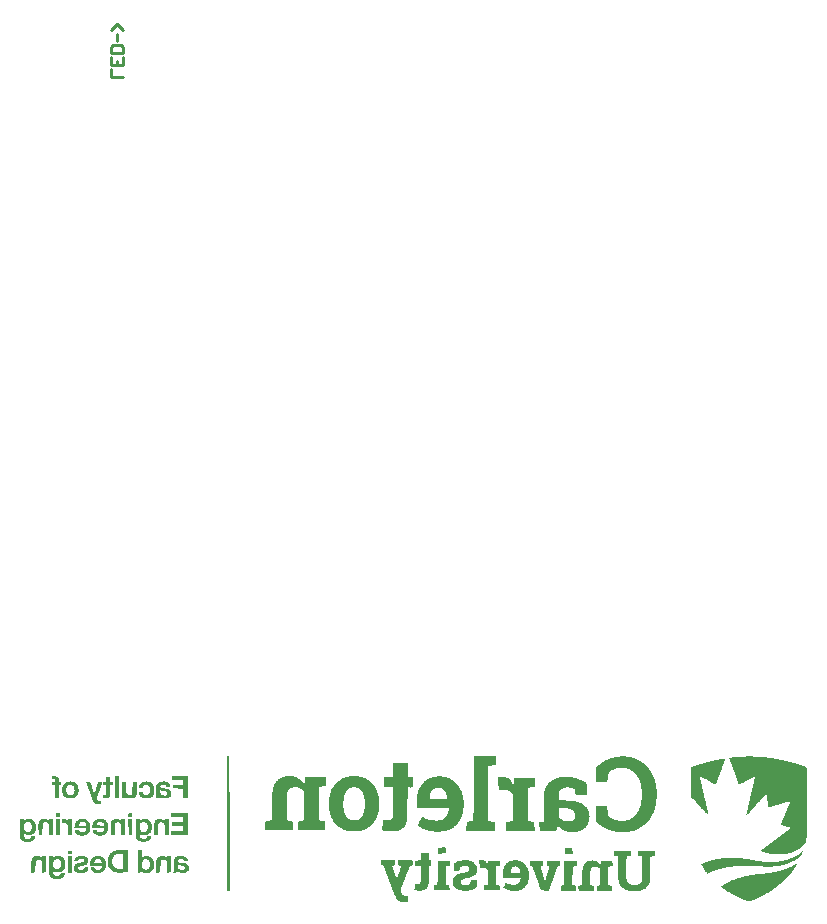
<source format=gbr>
%TF.GenerationSoftware,Altium Limited,Altium Designer,22.11.1 (43)*%
G04 Layer_Color=32896*
%FSLAX45Y45*%
%MOMM*%
%TF.SameCoordinates,C297AA42-F212-4987-B5A2-20FF98F52B47*%
%TF.FilePolarity,Positive*%
%TF.FileFunction,Legend,Bot*%
%TF.Part,Single*%
G01*
G75*
%TA.AperFunction,NonConductor*%
%ADD13C,0.25400*%
G36*
X2258704Y2925324D02*
X2259759Y2922863D01*
X2259407Y2914073D01*
Y2913370D01*
Y2892274D01*
X2260110Y2887352D01*
X2261165Y2886297D01*
X2276284Y2886649D01*
X2278745Y2886297D01*
X2279800Y2885243D01*
X2280503Y2862037D01*
X2279448Y2860983D01*
X2266791Y2860279D01*
X2261868Y2860983D01*
X2260110Y2859225D01*
X2259407Y2775545D01*
X2258704Y2770623D01*
X2256594Y2765700D01*
X2255891Y2762888D01*
X2254485Y2761481D01*
X2252024Y2757613D01*
X2250617Y2756910D01*
X2249211Y2755504D01*
X2238663Y2749878D01*
X2230225Y2748472D01*
X2228115Y2747769D01*
X2215458Y2747066D01*
X2205965Y2748120D01*
X2200691Y2747769D01*
X2199636Y2748824D01*
X2198933Y2771326D01*
X2200339Y2774842D01*
X2217216Y2775545D01*
X2221083Y2776600D01*
X2222841Y2778358D01*
X2223544Y2779764D01*
X2224951Y2781170D01*
X2225654Y2859225D01*
X2223544Y2860631D01*
X2200691Y2860279D01*
X2199636Y2861334D01*
X2198933Y2883133D01*
X2199636Y2885946D01*
X2201042Y2886649D01*
X2223896Y2886297D01*
X2224951Y2887352D01*
X2225654Y2923918D01*
X2228467Y2926028D01*
X2254133Y2925676D01*
X2256243Y2926379D01*
X2258704Y2925324D01*
D02*
G37*
G36*
X4774368Y3045922D02*
X4775423Y3044867D01*
X4776126Y2930950D01*
X4775423Y2928840D01*
X4776126Y2926731D01*
X4777181Y2925676D01*
X4816560Y2924973D01*
X4817614Y2923918D01*
X4818318Y2865553D01*
X4817614Y2841645D01*
X4816560Y2838480D01*
X4797574Y2837777D01*
X4795464Y2838480D01*
X4777181Y2839184D01*
X4775423Y2837426D01*
X4774720Y2644751D01*
X4774017Y2580761D01*
X4773314Y2578651D01*
X4772259Y2571971D01*
X4771204Y2567401D01*
X4770149Y2557907D01*
X4768743Y2554391D01*
X4766985Y2546305D01*
X4765227Y2542437D01*
X4764172Y2537866D01*
X4762414Y2533999D01*
X4760656Y2529428D01*
X4753272Y2515716D01*
X4750460Y2511497D01*
X4747295Y2507629D01*
X4746592Y2506223D01*
X4745537Y2505871D01*
X4743779Y2502707D01*
X4738506Y2497433D01*
X4737099Y2496730D01*
X4734286Y2493917D01*
X4732880Y2493214D01*
X4731825Y2492159D01*
X4727958Y2488995D01*
X4723035Y2485479D01*
X4716707Y2481963D01*
X4713191Y2479853D01*
X4709675Y2478447D01*
X4706159Y2476337D01*
X4701236Y2474931D01*
X4700182Y2473876D01*
X4695611Y2472821D01*
X4691743Y2471766D01*
X4688227Y2470360D01*
X4684711Y2469657D01*
X4678031Y2468602D01*
X4675218Y2467899D01*
X4673109Y2467196D01*
X4658342Y2466493D01*
X4656232Y2465789D01*
X4611931Y2466493D01*
X4609822Y2467196D01*
X4604196Y2467899D01*
X4602087Y2468602D01*
X4595758Y2469305D01*
X4590835Y2470009D01*
X4588023Y2470712D01*
X4584858Y2471766D01*
X4577123Y2473173D01*
X4573607Y2473876D01*
X4570091Y2475283D01*
X4562005Y2477041D01*
X4560247Y2478798D01*
X4559544Y2480205D01*
X4560598Y2489698D01*
X4561302Y2495323D01*
X4562005Y2503762D01*
X4563059Y2513958D01*
X4564114Y2517122D01*
X4565521Y2531186D01*
X4566224Y2537515D01*
X4566927Y2543140D01*
X4567630Y2545953D01*
X4568685Y2559665D01*
X4569388Y2564588D01*
X4570443Y2565643D01*
X4574662Y2566346D01*
X4578178Y2564939D01*
X4592242Y2563533D01*
X4597164Y2562830D01*
X4599274Y2562126D01*
X4619315Y2562478D01*
X4622127Y2563181D01*
X4627401Y2564236D01*
X4633730Y2567049D01*
X4637949Y2569862D01*
X4639356Y2570565D01*
X4640762Y2571971D01*
X4643926Y2575839D01*
X4646739Y2580761D01*
X4647794Y2581816D01*
X4649552Y2586386D01*
X4650255Y2589199D01*
X4652013Y2595176D01*
X4652716Y2602208D01*
X4653419Y2742143D01*
X4653068Y2766403D01*
Y2767106D01*
X4653419Y2833558D01*
X4653068Y2837426D01*
X4652013Y2838480D01*
X4576772Y2839184D01*
X4575014Y2840941D01*
X4574311Y2921808D01*
X4575014Y2924621D01*
X4577827Y2925324D01*
X4649904Y2924973D01*
X4652716Y2925676D01*
X4653419Y2927083D01*
X4653068Y3030100D01*
X4653771Y3032209D01*
X4654474Y3045570D01*
X4655881Y3046273D01*
X4774368Y3045922D01*
D02*
G37*
G36*
X2709449Y2889462D02*
X2716129Y2888407D01*
X2718239Y2889110D01*
X2719997Y2888759D01*
X2729490Y2887704D01*
X2734412Y2885594D01*
X2738632Y2884891D01*
X2742147Y2883485D01*
X2743554Y2882078D01*
X2746367Y2881375D01*
X2751289Y2877859D01*
X2752695Y2877156D01*
X2755508Y2874343D01*
X2758672Y2870476D01*
X2759376Y2869069D01*
X2762188Y2866256D01*
X2762892Y2863444D01*
X2765704Y2858521D01*
X2766407Y2852896D01*
X2767814Y2849380D01*
X2768517Y2843051D01*
X2767462Y2841996D01*
X2738632Y2841293D01*
X2735819Y2841996D01*
X2733709Y2846216D01*
X2732654Y2850786D01*
X2731248Y2854302D01*
X2729842Y2855709D01*
X2729139Y2857115D01*
X2724216Y2860631D01*
X2720349Y2861686D01*
X2716833Y2863092D01*
X2700659Y2863795D01*
X2696792Y2862741D01*
X2692221Y2861686D01*
X2688705Y2860279D01*
X2688353Y2859225D01*
X2686244Y2857818D01*
X2684134Y2854302D01*
X2682728Y2852896D01*
X2682025Y2844458D01*
X2684134Y2839535D01*
X2687299Y2836371D01*
X2688705Y2835668D01*
X2689760Y2834613D01*
X2694330Y2833558D01*
X2697847Y2832152D01*
X2705582Y2831448D01*
X2710504Y2830745D01*
X2723865Y2830042D01*
X2728787Y2829339D01*
X2732654Y2828284D01*
X2739335Y2827229D01*
X2742147Y2826526D01*
X2745664Y2825120D01*
X2747070Y2824416D01*
X2751992Y2823010D01*
X2753399Y2821604D01*
X2754805Y2820901D01*
X2757618Y2820198D01*
X2759727Y2818088D01*
X2761134Y2817385D01*
X2766407Y2812111D01*
X2767111Y2810704D01*
X2768165Y2810353D01*
X2769924Y2805782D01*
X2772033Y2803673D01*
X2773439Y2797344D01*
X2774143Y2795234D01*
X2773791Y2777303D01*
X2772736Y2772029D01*
X2771330Y2768513D01*
X2769220Y2764997D01*
X2768517Y2763591D01*
X2766407Y2761481D01*
X2765704Y2760075D01*
X2763243Y2757613D01*
X2761837Y2756910D01*
X2759727Y2754801D01*
X2754805Y2751988D01*
X2751289Y2749878D01*
X2748476Y2749175D01*
X2741444Y2746363D01*
X2721052Y2745659D01*
X2711910Y2746363D01*
X2706988Y2747066D01*
X2702066Y2749175D01*
X2699253Y2749878D01*
X2697143Y2750581D01*
X2692221Y2753394D01*
X2690815Y2754801D01*
X2687299Y2756910D01*
X2685541Y2759371D01*
X2684837Y2760778D01*
X2683783Y2761833D01*
X2681322Y2761481D01*
X2680618Y2757262D01*
X2679212Y2753746D01*
X2678509Y2750933D01*
X2676751Y2749175D01*
X2645459Y2749527D01*
X2644756Y2753746D01*
X2646162Y2755152D01*
X2646865Y2756559D01*
X2647568Y2758668D01*
X2648272Y2780467D01*
Y2781170D01*
X2648623Y2851138D01*
X2649326Y2855357D01*
X2650029Y2858170D01*
X2651084Y2862741D01*
X2654600Y2870476D01*
X2663390Y2879266D01*
X2669719Y2882781D01*
X2670774Y2883836D01*
X2675344Y2884891D01*
X2679212Y2886649D01*
X2682025Y2887352D01*
X2686244Y2888055D01*
X2694682Y2888759D01*
X2698550Y2888407D01*
X2701362Y2889110D01*
X2703472Y2889813D01*
X2709449Y2889462D01*
D02*
G37*
G36*
X7464775Y3083894D02*
X7465127Y3081433D01*
X7464424Y3078620D01*
X7461611Y3072291D01*
X7460908Y3068072D01*
X7458447Y3063501D01*
X7457392Y3058931D01*
X7454579Y3052602D01*
X7453876Y3049789D01*
X7450360Y3040648D01*
X7448250Y3035725D01*
X7447547Y3032913D01*
X7446141Y3027990D01*
X7444734Y3026584D01*
X7444031Y3022365D01*
X7442625Y3018849D01*
X7441219Y3017443D01*
X7440515Y3013223D01*
X7437702Y3006895D01*
X7436296Y3001269D01*
X7435241Y3000214D01*
X7434187Y2996347D01*
X7433483Y2993534D01*
X7431725Y2990370D01*
X7430671Y2986502D01*
X7427858Y2980173D01*
X7427155Y2977361D01*
X7426100Y2974196D01*
X7424694Y2970680D01*
X7423639Y2966813D01*
X7422232Y2963297D01*
X7421177Y2962242D01*
X7420123Y2957671D01*
X7417310Y2951343D01*
X7415904Y2945717D01*
X7414849Y2944662D01*
X7413794Y2940795D01*
X7413091Y2937982D01*
X7411333Y2934818D01*
X7410278Y2930950D01*
X7407465Y2924621D01*
X7406762Y2921808D01*
X7404653Y2916886D01*
X7403949Y2914073D01*
X7402191Y2909503D01*
X7399730Y2902822D01*
X7397621Y2897900D01*
X7396214Y2892274D01*
X7394105Y2888759D01*
X7392698Y2883133D01*
X7390940Y2879266D01*
X7389886Y2875398D01*
X7387073Y2869069D01*
X7385666Y2864147D01*
X7383205Y2863795D01*
X7374064Y2868014D01*
X7369845Y2870827D01*
X7367032Y2871530D01*
X7362813Y2874343D01*
X7360000Y2875046D01*
X7357890Y2877156D01*
X7355781Y2877859D01*
X7351210Y2880320D01*
X7346639Y2882078D01*
X7344881Y2883836D01*
X7340311Y2885594D01*
X7338904Y2887001D01*
X7337498Y2887704D01*
X7333982Y2889110D01*
X7327653Y2892626D01*
X7324137Y2894736D01*
X7320621Y2896142D01*
X7315699Y2898955D01*
X7275617Y2920051D01*
X7268585Y2924270D01*
X7267179Y2924973D01*
X7263663Y2926379D01*
X7257334Y2929895D01*
X7253818Y2932005D01*
X7251709Y2932708D01*
X7250654Y2932356D01*
X7249951Y2930247D01*
X7251006Y2927083D01*
X7252060Y2918996D01*
X7253467Y2915480D01*
X7254873Y2909151D01*
X7255576Y2904229D01*
X7256279Y2901416D01*
X7257686Y2897900D01*
X7258389Y2893681D01*
X7259092Y2888759D01*
X7260850Y2884188D01*
X7261905Y2877508D01*
X7263311Y2871882D01*
X7264366Y2868014D01*
X7265421Y2861334D01*
X7267179Y2855357D01*
X7268234Y2851489D01*
X7268937Y2846567D01*
X7270343Y2841645D01*
X7271398Y2837777D01*
X7272804Y2828636D01*
X7274211Y2825120D01*
X7275266Y2819143D01*
X7275969Y2816330D01*
X7277024Y2812462D01*
X7277727Y2809650D01*
X7279485Y2799453D01*
X7281243Y2794883D01*
X7282649Y2786444D01*
X7284055Y2780819D01*
X7285110Y2776951D01*
X7285813Y2774138D01*
X7286517Y2769216D01*
X7287923Y2765700D01*
X7289329Y2756559D01*
X7291439Y2751636D01*
X7292142Y2744604D01*
X7293549Y2738979D01*
X7294955Y2735463D01*
X7295658Y2729838D01*
X7296361Y2727025D01*
X7298119Y2721048D01*
X7299526Y2712609D01*
X7300229Y2709093D01*
X7301635Y2705578D01*
X7302690Y2698897D01*
X7305151Y2690810D01*
X7305854Y2685185D01*
X7306909Y2680614D01*
X7308316Y2677098D01*
X7309019Y2670769D01*
X7311128Y2663738D01*
X7311831Y2661628D01*
X7312535Y2656003D01*
X7313589Y2652135D01*
X7314293Y2649322D01*
X7315347Y2645455D01*
X7316051Y2642642D01*
X7316754Y2637719D01*
X7317809Y2634555D01*
X7318863Y2629984D01*
X7319567Y2625062D01*
X7320973Y2620140D01*
X7322028Y2616272D01*
X7322731Y2612053D01*
X7323786Y2606779D01*
X7325192Y2603263D01*
X7324137Y2602208D01*
X7322731Y2603615D01*
X7320270Y2605373D01*
X7318512Y2607834D01*
X7317105Y2608537D01*
X7316754Y2609592D01*
X7314996Y2611350D01*
X7313589Y2612053D01*
X7312535Y2613811D01*
X7311831Y2615218D01*
X7310777Y2615569D01*
X7310425Y2616624D01*
X7308667Y2618382D01*
X7307261Y2619085D01*
X7306909Y2620140D01*
X7305151Y2621898D01*
X7303745Y2622601D01*
X7301635Y2626117D01*
X7301284Y2626468D01*
X7292845Y2634907D01*
X7292142Y2636313D01*
X7285813Y2642642D01*
X7285110Y2644048D01*
X7284055Y2644400D01*
X7278430Y2651432D01*
X7277024Y2652135D01*
X7275969Y2653190D01*
X7275266Y2654596D01*
X7274211Y2654948D01*
X7271398Y2658464D01*
X7269992Y2659167D01*
X7269640Y2660222D01*
X7262608Y2667253D01*
X7261905Y2668660D01*
X7260499Y2669363D01*
X7258389Y2672879D01*
X7249247Y2682021D01*
X7248544Y2683427D01*
X7238700Y2693271D01*
X7237996Y2694678D01*
X7228855Y2703819D01*
X7228152Y2705226D01*
X7218307Y2715071D01*
X7217604Y2716477D01*
X7214791Y2719290D01*
X7214088Y2720696D01*
X7205650Y2729134D01*
X7204946Y2730541D01*
X7195102Y2740385D01*
X7194399Y2741792D01*
X7184554Y2751636D01*
X7183851Y2753043D01*
X7176467Y2760426D01*
X7173303Y2764294D01*
X7172600Y2920402D01*
X7171897Y2923215D01*
X7171193Y2925324D01*
X7171545Y2995292D01*
X7172951Y3000918D01*
X7174709Y3005488D01*
X7179280Y3010059D01*
X7180686Y3010762D01*
X7182093Y3012168D01*
X7185609Y3013575D01*
X7189125Y3015684D01*
X7193344Y3016388D01*
X7199672Y3019200D01*
X7203892Y3019904D01*
X7210220Y3022716D01*
X7214439Y3023420D01*
X7218307Y3025178D01*
X7225691Y3026936D01*
X7229558Y3028693D01*
X7233426Y3029748D01*
X7236239Y3030451D01*
X7240106Y3032209D01*
X7245380Y3033264D01*
X7250302Y3035374D01*
X7255928Y3036780D01*
X7265069Y3039593D01*
X7267882Y3040296D01*
X7271749Y3041351D01*
X7275266Y3042757D01*
X7281243Y3043812D01*
X7286165Y3045922D01*
X7290384Y3046625D01*
X7298471Y3049086D01*
X7303042Y3050141D01*
X7305854Y3050844D01*
X7311831Y3052602D01*
X7316402Y3053657D01*
X7324489Y3056118D01*
X7330466Y3057173D01*
X7338553Y3059634D01*
X7345233Y3060689D01*
X7349804Y3062447D01*
X7358242Y3063853D01*
X7362813Y3064908D01*
X7366329Y3066314D01*
X7371954Y3067017D01*
X7374767Y3067721D01*
X7378634Y3068775D01*
X7381447Y3069478D01*
X7387424Y3070533D01*
X7392347Y3071236D01*
X7395863Y3072643D01*
X7398676Y3073346D01*
X7408520Y3074753D01*
X7412388Y3075807D01*
X7415201Y3076510D01*
X7423990Y3077565D01*
X7426803Y3078268D01*
X7430671Y3079323D01*
X7434187Y3080026D01*
X7440515Y3080730D01*
X7447899Y3081784D01*
X7451415Y3083191D01*
X7459853Y3083894D01*
X7461963Y3084597D01*
X7464775Y3083894D01*
D02*
G37*
G36*
X1791434Y2938333D02*
X1794247Y2937630D01*
X1799169Y2936224D01*
X1809717Y2931301D01*
X1811123Y2929192D01*
X1812530Y2928489D01*
X1813584Y2927434D01*
X1814287Y2926028D01*
X1817100Y2923215D01*
X1817804Y2921105D01*
X1820265Y2917941D01*
X1821319Y2913370D01*
X1823429Y2908448D01*
X1824132Y2890165D01*
X1824835Y2887352D01*
X1825890Y2886297D01*
X1841009Y2886649D01*
X1843470Y2886297D01*
X1844525Y2885243D01*
X1845228Y2864147D01*
X1844173Y2860983D01*
X1830109Y2860279D01*
X1828000Y2860983D01*
X1825187Y2860279D01*
X1824484Y2858873D01*
X1823780Y2749878D01*
X1792137Y2749175D01*
X1791082Y2750230D01*
X1790379Y2859225D01*
X1788269Y2860631D01*
X1766119Y2860279D01*
X1763306Y2860983D01*
X1762251Y2862037D01*
X1761548Y2881727D01*
X1762251Y2884539D01*
X1763306Y2885594D01*
X1788621Y2886297D01*
X1789676Y2887352D01*
X1790379Y2897197D01*
X1789676Y2900010D01*
X1786512Y2907393D01*
X1785105Y2908096D01*
X1780886Y2910909D01*
X1765416Y2911612D01*
X1764009D01*
X1761197Y2912315D01*
X1760845Y2937279D01*
X1761900Y2938333D01*
X1782292Y2939037D01*
X1791434Y2938333D01*
D02*
G37*
G36*
X2191198Y2885946D02*
X2191901Y2881727D01*
X2189791Y2878211D01*
X2189088Y2875398D01*
X2187682Y2870476D01*
X2186627Y2869421D01*
X2184517Y2861686D01*
X2184166Y2861334D01*
Y2860631D01*
X2182759Y2859225D01*
X2182056Y2855005D01*
X2178540Y2845864D01*
X2177837Y2843051D01*
X2176079Y2839184D01*
X2175024Y2835316D01*
X2172915Y2830394D01*
X2172212Y2828284D01*
X2171508Y2825471D01*
X2169047Y2819494D01*
X2167992Y2814924D01*
X2166234Y2811759D01*
X2165180Y2807892D01*
X2164476Y2805079D01*
X2162718Y2801914D01*
X2161664Y2797344D01*
X2158148Y2788202D01*
X2157445Y2785389D01*
X2155335Y2780467D01*
X2154632Y2777654D01*
X2153225Y2774138D01*
X2152170Y2771677D01*
X2151116Y2767106D01*
X2149358Y2762536D01*
X2148303Y2757965D01*
X2147600Y2755856D01*
X2146897Y2741792D01*
X2148303Y2736869D01*
X2149006Y2734057D01*
X2151116Y2731947D01*
X2151819Y2730541D01*
X2154983Y2728079D01*
X2158499Y2725970D01*
X2160609Y2725267D01*
X2180298Y2724564D01*
X2181353Y2723509D01*
X2182056Y2698194D01*
X2181001Y2697139D01*
X2156390Y2696436D01*
X2151467Y2697139D01*
X2148655Y2697842D01*
X2146545Y2698546D01*
X2140920Y2699249D01*
X2131778Y2703468D01*
X2126856Y2706281D01*
X2122285Y2710851D01*
X2121582Y2712258D01*
X2120175Y2713664D01*
X2116659Y2718586D01*
X2113847Y2723509D01*
X2111737Y2725618D01*
X2111034Y2729838D01*
X2108221Y2734057D01*
X2107518Y2738276D01*
X2105408Y2741792D01*
X2104002Y2748120D01*
X2101892Y2751636D01*
X2101189Y2754449D01*
X2099783Y2759371D01*
X2097673Y2764294D01*
X2096970Y2767106D01*
X2094157Y2774138D01*
X2093454Y2776951D01*
X2091345Y2781874D01*
X2089938Y2787499D01*
X2088532Y2788906D01*
X2087829Y2792421D01*
X2086422Y2797344D01*
X2085016Y2798750D01*
X2084313Y2801563D01*
X2082906Y2806485D01*
X2080797Y2811408D01*
X2080094Y2814220D01*
X2077281Y2821252D01*
X2076578Y2824065D01*
X2074468Y2828987D01*
X2073062Y2834613D01*
X2071655Y2836019D01*
X2070952Y2839535D01*
X2070249Y2842348D01*
X2067436Y2848677D01*
X2066733Y2851489D01*
X2065678Y2854654D01*
X2063920Y2859225D01*
X2063217Y2862037D01*
X2061459Y2865905D01*
X2060404Y2869773D01*
X2057592Y2876101D01*
X2056888Y2878914D01*
X2055482Y2882430D01*
X2055834Y2885594D01*
X2085367Y2886297D01*
X2087477Y2887001D01*
X2089587Y2886297D01*
X2093454Y2878914D01*
X2094157Y2873991D01*
X2096970Y2867663D01*
X2097673Y2863444D01*
X2100486Y2857115D01*
X2101189Y2852896D01*
X2101892Y2850083D01*
X2103650Y2846216D01*
X2104705Y2840941D01*
X2106463Y2836371D01*
X2108221Y2828987D01*
X2110331Y2824065D01*
X2111034Y2819846D01*
X2111737Y2817033D01*
X2113495Y2813166D01*
X2114550Y2807892D01*
X2115605Y2804024D01*
X2117011Y2800508D01*
X2118769Y2792421D01*
X2120175Y2788906D01*
X2120879Y2784686D01*
X2121933Y2780819D01*
X2123340Y2780116D01*
X2124395Y2781170D01*
X2125801Y2786796D01*
X2127910Y2793828D01*
X2128614Y2798750D01*
X2130372Y2802618D01*
X2131427Y2808595D01*
X2132481Y2812462D01*
X2133888Y2815978D01*
X2134942Y2821252D01*
X2136349Y2824768D01*
X2137404Y2827229D01*
X2138810Y2834261D01*
X2140920Y2839887D01*
X2141974Y2844458D01*
X2143029Y2847622D01*
X2144787Y2852193D01*
X2145490Y2855005D01*
X2147600Y2859928D01*
X2148303Y2864147D01*
X2150061Y2868014D01*
X2151819Y2875398D01*
X2153225Y2878914D01*
X2155335Y2884539D01*
X2156390Y2885594D01*
X2186627Y2886297D01*
X2188737Y2887001D01*
X2191198Y2885946D01*
D02*
G37*
G36*
X6139964Y2928489D02*
X6158951Y2927083D01*
X6162115Y2926028D01*
X6169147Y2925324D01*
X6174772Y2924621D01*
X6183211Y2922512D01*
X6189891Y2921457D01*
X6194813Y2919347D01*
X6199032Y2918644D01*
X6201845Y2917941D01*
X6205009Y2916886D01*
X6209580Y2915128D01*
X6212393Y2914425D01*
X6215557Y2913370D01*
X6220128Y2911612D01*
X6226457Y2908799D01*
X6229269Y2908096D01*
X6235598Y2905283D01*
X6251069Y2898252D01*
X6254584Y2896845D01*
X6258100Y2894736D01*
X6262671Y2892274D01*
X6267242Y2890516D01*
X6268648Y2889110D01*
X6272164Y2887704D01*
X6273922Y2885946D01*
X6278493Y2884188D01*
X6280602Y2882078D01*
X6282009Y2881375D01*
X6285525Y2879266D01*
X6289392Y2876804D01*
X6290096Y2873991D01*
X6290799Y2871882D01*
X6291502Y2779061D01*
X6290447Y2775896D01*
X6204658Y2775193D01*
X6202548Y2774490D01*
X6199736Y2775193D01*
X6199032Y2776600D01*
X6197977Y2781874D01*
X6197274Y2783983D01*
X6196220Y2789960D01*
X6195516Y2794179D01*
X6194813Y2801211D01*
X6193407Y2808243D01*
X6192704Y2811056D01*
X6191649Y2819846D01*
X6190946Y2822659D01*
X6186375Y2825823D01*
X6177234Y2830745D01*
X6174421Y2831448D01*
X6169498Y2833558D01*
X6163873Y2834964D01*
X6160357Y2836371D01*
X6158247Y2837074D01*
X6147699Y2837777D01*
X6145590Y2838480D01*
X6139261Y2839184D01*
X6132229Y2839887D01*
X6130120Y2840590D01*
X6125549Y2840238D01*
X6118869Y2839184D01*
X6106914Y2837777D01*
X6101992Y2837074D01*
X6098124Y2836019D01*
X6093554Y2834261D01*
X6083006Y2829339D01*
X6079490Y2827229D01*
X6078084Y2825823D01*
X6074216Y2823362D01*
X6073513Y2821955D01*
X6071403Y2820549D01*
X6070700Y2819143D01*
X6068591Y2817033D01*
X6066481Y2813517D01*
X6065074Y2812111D01*
X6062262Y2807188D01*
X6061207Y2806134D01*
X6060152Y2802266D01*
X6057691Y2797695D01*
X6056636Y2791015D01*
X6055933Y2788906D01*
X6055230Y2783280D01*
X6054527Y2780467D01*
X6053824Y2778358D01*
X6054175Y2735815D01*
X6053824Y2732650D01*
X6054878Y2729486D01*
X6116056Y2728783D01*
X6119923Y2727728D01*
X6141371Y2728079D01*
X6143480Y2727376D01*
X6154028Y2726673D01*
X6156841Y2725970D01*
X6170202Y2725267D01*
X6173014Y2724564D01*
X6175124Y2723860D01*
X6184265Y2723157D01*
X6187078Y2722454D01*
X6192000Y2721751D01*
X6195868Y2720696D01*
X6206064Y2718938D01*
X6209932Y2717180D01*
X6218019Y2715422D01*
X6222941Y2713313D01*
X6229269Y2711906D01*
X6230676Y2710500D01*
X6233489Y2709796D01*
X6239817Y2706984D01*
X6245443Y2704874D01*
X6246849Y2703468D01*
X6248256Y2702765D01*
X6257397Y2698546D01*
X6258804Y2697139D01*
X6263726Y2694326D01*
X6267242Y2692217D01*
X6269351Y2690107D01*
X6270758Y2689404D01*
X6271812Y2688349D01*
X6275680Y2685185D01*
X6277087Y2684482D01*
X6286931Y2674637D01*
X6290096Y2670769D01*
X6290799Y2669363D01*
X6291854Y2669011D01*
X6293611Y2665847D01*
X6295018Y2664441D01*
X6297127Y2660925D01*
X6299237Y2658815D01*
X6299940Y2656003D01*
X6301347Y2654596D01*
X6303456Y2651080D01*
X6304159Y2648267D01*
X6305566Y2646861D01*
X6306972Y2643345D01*
X6309433Y2637368D01*
X6310488Y2632797D01*
X6312949Y2624711D01*
X6313652Y2618382D01*
X6314356Y2612756D01*
X6315410Y2607482D01*
X6314707Y2605373D01*
X6315059Y2603615D01*
X6316114Y2599747D01*
X6315059Y2579003D01*
X6314004Y2574432D01*
X6312598Y2560369D01*
X6311191Y2556853D01*
X6309785Y2550524D01*
X6309082Y2547711D01*
X6306972Y2542789D01*
X6305566Y2537866D01*
X6304159Y2536460D01*
X6303456Y2532241D01*
X6300643Y2528022D01*
X6299237Y2524506D01*
X6297831Y2523099D01*
X6295018Y2518177D01*
X6292908Y2514661D01*
X6290799Y2512551D01*
X6290096Y2511145D01*
X6287283Y2508333D01*
X6286580Y2506926D01*
X6283767Y2504113D01*
X6283064Y2502707D01*
X6277790Y2497433D01*
X6276383Y2496730D01*
X6272867Y2493214D01*
X6271461Y2492511D01*
X6269351Y2490401D01*
X6267945Y2489698D01*
X6266539Y2488291D01*
X6263023Y2486182D01*
X6261616Y2484776D01*
X6260210Y2484072D01*
X6255991Y2481260D01*
X6242630Y2474228D01*
X6239114Y2472821D01*
X6234192Y2470712D01*
X6232082Y2470009D01*
X6228215Y2468954D01*
X6225402Y2468251D01*
X6221886Y2466844D01*
X6215909Y2465789D01*
X6213096Y2465086D01*
X6209229Y2464031D01*
X6206416Y2463328D01*
X6192704Y2462273D01*
X6190594Y2461570D01*
X6157544Y2460867D01*
X6155434Y2461570D01*
X6142074Y2462977D01*
X6137152Y2463680D01*
X6133284Y2464735D01*
X6125901Y2466493D01*
X6116759Y2469305D01*
X6113946Y2470009D01*
X6110782Y2471766D01*
X6106914Y2472821D01*
X6103399Y2474228D01*
X6101992Y2475634D01*
X6099179Y2476337D01*
X6094960Y2479150D01*
X6092147Y2479853D01*
X6090741Y2481260D01*
X6084764Y2484424D01*
X6075974Y2490401D01*
X6074567Y2491104D01*
X6074216Y2492159D01*
X6071755Y2493214D01*
X6068942Y2496027D01*
X6067536Y2496730D01*
X6064723Y2499543D01*
X6063317Y2500246D01*
X6062965Y2501301D01*
X6060504Y2503058D01*
X6059097Y2503762D01*
X6051714Y2511145D01*
X6051011Y2512551D01*
X6049253Y2514310D01*
X6047143Y2513606D01*
X6046088Y2507629D01*
X6045385Y2504816D01*
X6043979Y2501301D01*
X6043276Y2497081D01*
X6041166Y2492159D01*
X6039760Y2486534D01*
X6036244Y2477392D01*
X6034837Y2473876D01*
X6034134Y2472470D01*
X6032376Y2470712D01*
X6011280Y2470009D01*
X5895957D01*
X5892793Y2471063D01*
X5892090Y2542789D01*
X5893144Y2543844D01*
X5906505Y2545953D01*
X5908615Y2546656D01*
X5917053Y2547359D01*
X5924085Y2548063D01*
X5926897Y2548766D01*
X5928304Y2550172D01*
X5930062Y2554743D01*
X5930765Y2556853D01*
X5930062Y2558259D01*
X5930414Y2564236D01*
X5931117Y2567752D01*
X5931820Y2774490D01*
X5932523Y2791367D01*
X5933226Y2798399D01*
X5933929Y2801211D01*
X5936039Y2813869D01*
X5936742Y2816681D01*
X5938500Y2821252D01*
X5939204Y2824065D01*
X5941313Y2828987D01*
X5942016Y2833910D01*
X5944829Y2838129D01*
X5945532Y2841645D01*
X5948345Y2845864D01*
X5949048Y2848677D01*
X5950454Y2850083D01*
X5956080Y2859928D01*
X5958190Y2862037D01*
X5958893Y2863444D01*
X5961706Y2866256D01*
X5962409Y2867663D01*
X5964518Y2869773D01*
X5965221Y2871179D01*
X5975769Y2881727D01*
X5979637Y2884891D01*
X5981043Y2885594D01*
X5983153Y2887704D01*
X5984559Y2888407D01*
X5986669Y2890516D01*
X5988075Y2891220D01*
X5989482Y2892626D01*
X5994404Y2895439D01*
X5996514Y2897548D01*
X5997920Y2898252D01*
X6002139Y2901064D01*
X6003545Y2901768D01*
X6007061Y2903877D01*
X6008468Y2904580D01*
X6011984Y2905987D01*
X6013390Y2906690D01*
X6014445Y2907745D01*
X6018312Y2908799D01*
X6020422Y2910909D01*
X6023235Y2911612D01*
X6028157Y2913722D01*
X6031673Y2915128D01*
X6035541Y2916183D01*
X6042221Y2918644D01*
X6050307Y2921105D01*
X6056285Y2922160D01*
X6059097Y2922863D01*
X6066832Y2924973D01*
X6076326Y2926028D01*
X6079842Y2926731D01*
X6087225Y2927786D01*
X6096367Y2928489D01*
X6113946Y2929192D01*
X6139964Y2928489D01*
D02*
G37*
G36*
X2566350Y2889110D02*
X2570569Y2888407D01*
X2572679Y2889110D01*
X2575140Y2888759D01*
X2581820Y2887704D01*
X2595181Y2883485D01*
X2596587Y2882078D01*
X2599400Y2881375D01*
X2600806Y2879969D01*
X2605729Y2877156D01*
X2607838Y2875046D01*
X2609244Y2874343D01*
X2610299Y2873288D01*
X2611002Y2871882D01*
X2612057Y2871530D01*
X2613112Y2870476D01*
X2613815Y2869069D01*
X2616628Y2866256D01*
X2617331Y2864850D01*
X2620144Y2862037D01*
X2620847Y2859225D01*
X2622254Y2857818D01*
X2624363Y2854302D01*
X2626473Y2849380D01*
X2627176Y2847270D01*
X2628582Y2842348D01*
X2630340Y2836371D01*
X2631395Y2819846D01*
X2630692Y2800156D01*
X2628934Y2794179D01*
X2627879Y2790312D01*
X2626473Y2785389D01*
X2625418Y2784335D01*
X2624363Y2780467D01*
X2621550Y2776248D01*
X2620847Y2774138D01*
X2619441Y2772732D01*
X2617331Y2769216D01*
X2609596Y2761481D01*
X2600806Y2754801D01*
X2591665Y2749878D01*
X2586039Y2748472D01*
X2582523Y2747066D01*
X2580414Y2746363D01*
X2560724Y2745659D01*
X2549473Y2746363D01*
X2544551Y2747066D01*
X2540683Y2748824D01*
X2536113Y2749878D01*
X2532597Y2751285D01*
X2526268Y2754801D01*
X2522752Y2756910D01*
X2520642Y2759020D01*
X2519236Y2759723D01*
X2512556Y2766403D01*
X2509040Y2771326D01*
X2508337Y2772732D01*
X2506930Y2774138D01*
X2506227Y2775545D01*
X2504821Y2779061D01*
X2503414Y2780467D01*
X2502711Y2783280D01*
X2501656Y2787148D01*
X2500250Y2790663D01*
X2499195Y2798750D01*
X2500250Y2799805D01*
X2531894Y2800508D01*
X2532948Y2799453D01*
X2534706Y2794179D01*
X2537167Y2787499D01*
X2539277Y2785389D01*
X2539980Y2783983D01*
X2541738Y2782225D01*
X2545254Y2780116D01*
X2548067Y2777303D01*
X2550880Y2776600D01*
X2555802Y2774490D01*
X2567756Y2773787D01*
X2571624Y2774842D01*
X2576194Y2776600D01*
X2579007Y2777303D01*
X2581117Y2779413D01*
X2582523Y2780116D01*
X2587094Y2784686D01*
X2587797Y2786093D01*
X2589204Y2787499D01*
X2589907Y2788906D01*
X2593071Y2794179D01*
X2594126Y2798750D01*
X2594829Y2801563D01*
X2596235Y2806485D01*
X2596939Y2808595D01*
X2596587Y2825823D01*
X2595884Y2828636D01*
X2595181Y2832152D01*
X2593423Y2840238D01*
X2591313Y2843754D01*
X2590610Y2845864D01*
X2588500Y2847973D01*
X2587797Y2849380D01*
X2583226Y2853951D01*
X2581820Y2854654D01*
X2579710Y2856763D01*
X2578304Y2857466D01*
X2573733Y2859225D01*
X2569866Y2860279D01*
X2567756Y2860983D01*
X2556505Y2860279D01*
X2552989Y2858873D01*
X2546660Y2856060D01*
X2543145Y2853951D01*
X2539980Y2850083D01*
X2539277Y2848677D01*
X2537519Y2846919D01*
X2535761Y2842348D01*
X2533652Y2837426D01*
X2532597Y2836371D01*
X2501656Y2835668D01*
X2500953D01*
X2500602Y2836019D01*
X2499898Y2840941D01*
X2501656Y2846919D01*
X2503414Y2854302D01*
X2504821Y2855709D01*
X2505524Y2857115D01*
X2506930Y2860631D01*
X2509743Y2865553D01*
X2512556Y2868366D01*
X2513259Y2869773D01*
X2515369Y2871882D01*
X2519236Y2875046D01*
X2524158Y2878562D01*
X2525565Y2879266D01*
X2526971Y2880672D01*
X2530487Y2882078D01*
X2531542Y2883133D01*
X2540332Y2886297D01*
X2543848Y2887704D01*
X2557208Y2888407D01*
X2559318Y2889110D01*
X2564240Y2889813D01*
X2566350Y2889110D01*
D02*
G37*
G36*
X2913374Y2937279D02*
X2914077Y2750933D01*
X2912320Y2749175D01*
X2878215Y2749527D01*
X2877512Y2826175D01*
X2876457Y2829339D01*
X2790668Y2830042D01*
X2789613Y2831097D01*
X2788910Y2859928D01*
X2789964Y2860983D01*
X2875754Y2861686D01*
X2876809Y2862741D01*
X2877512Y2903526D01*
X2876457Y2904580D01*
X2859580Y2905283D01*
X2785745D01*
X2782932Y2904580D01*
X2780120Y2905283D01*
X2779065Y2907041D01*
X2779417Y2909503D01*
X2780120Y2937630D01*
X2910210Y2938333D01*
X2913374Y2937279D01*
D02*
G37*
G36*
X2330429D02*
X2331132Y2750933D01*
X2330078Y2749878D01*
X2298434Y2749175D01*
X2297379Y2750230D01*
X2296676Y2934466D01*
X2297731Y2937630D01*
X2300544Y2938333D01*
X2329375D01*
X2330429Y2937279D01*
D02*
G37*
G36*
X2361721Y2886297D02*
X2388091Y2886649D01*
X2390552Y2886297D01*
X2391959Y2882781D01*
X2391607Y2871179D01*
Y2870476D01*
Y2803673D01*
X2392310Y2800860D01*
X2393717Y2797344D01*
X2395123Y2791015D01*
X2396529Y2789609D01*
X2398639Y2786093D01*
X2400397Y2784335D01*
X2401803Y2783631D01*
X2404616Y2780819D01*
X2406022Y2780116D01*
X2410242Y2777303D01*
X2416570Y2775896D01*
X2418680Y2775193D01*
X2427470Y2775545D01*
X2432040Y2776600D01*
X2435908Y2777654D01*
X2439775Y2780819D01*
X2442940Y2784686D01*
X2445049Y2788202D01*
X2445753Y2791015D01*
X2446456Y2793125D01*
X2447159Y2882430D01*
X2448214Y2885594D01*
X2479857Y2886297D01*
X2481615Y2884539D01*
X2481264Y2786444D01*
X2480561Y2782928D01*
X2478803Y2774842D01*
X2474584Y2765700D01*
X2472474Y2762184D01*
X2466497Y2756207D01*
X2461574Y2752691D01*
X2460168Y2751988D01*
X2459113Y2750933D01*
X2454542Y2749175D01*
X2448214Y2746363D01*
X2432040Y2745659D01*
X2420789Y2746363D01*
X2417977Y2747066D01*
X2408132Y2751285D01*
X2403210Y2754098D01*
X2401803Y2755504D01*
X2400397Y2756207D01*
X2395826Y2760778D01*
X2395123Y2762184D01*
X2392662Y2764645D01*
X2391607Y2764294D01*
X2390904Y2750933D01*
X2389146Y2749175D01*
X2358557Y2749527D01*
X2357502Y2751988D01*
X2357854Y2885243D01*
X2360315Y2887001D01*
X2361721Y2886297D01*
D02*
G37*
G36*
X1923634Y2889110D02*
X1925743Y2888407D01*
X1928204Y2888759D01*
X1932072Y2888407D01*
X1939104Y2887704D01*
X1942268Y2886649D01*
X1946839Y2884891D01*
X1951761Y2883485D01*
X1952816Y2882430D01*
X1956684Y2881375D01*
X1957738Y2880320D01*
X1961957Y2877508D01*
X1965825Y2874343D01*
X1966528D01*
X1970044Y2870827D01*
X1971451Y2870124D01*
X1972505Y2868366D01*
X1973209Y2866960D01*
X1975318Y2864850D01*
X1976021Y2863444D01*
X1977428Y2862037D01*
X1980240Y2857115D01*
X1981647Y2855709D01*
X1984460Y2848677D01*
X1985514Y2847622D01*
X1986569Y2842348D01*
X1988679Y2837426D01*
X1989382Y2827581D01*
X1990085Y2822659D01*
X1989382Y2802969D01*
X1988679Y2798047D01*
X1987272Y2794531D01*
X1985866Y2788906D01*
X1983053Y2782577D01*
X1981647Y2779061D01*
X1978834Y2774138D01*
X1977428Y2772732D01*
X1976725Y2771326D01*
X1965122Y2759723D01*
X1963715Y2759020D01*
X1961606Y2756910D01*
X1960200Y2756207D01*
X1955980Y2753394D01*
X1953168Y2752691D01*
X1951058Y2750581D01*
X1945432Y2749175D01*
X1941917Y2747769D01*
X1939104Y2747066D01*
X1936994Y2746363D01*
X1919414Y2745659D01*
X1903944Y2746363D01*
X1901132Y2747066D01*
X1897616Y2748472D01*
X1894100Y2749175D01*
X1887771Y2751988D01*
X1886365Y2752691D01*
X1882849Y2754098D01*
X1877926Y2756910D01*
X1875817Y2759020D01*
X1874410Y2759723D01*
X1866324Y2767810D01*
X1864566Y2770271D01*
X1859995Y2776951D01*
X1857885Y2780467D01*
X1856127Y2784335D01*
X1854369Y2788906D01*
X1853666Y2791718D01*
X1852260Y2795234D01*
X1851557Y2797344D01*
X1850853Y2822659D01*
X1851557Y2836019D01*
X1853315Y2841996D01*
X1854369Y2845864D01*
X1856479Y2850786D01*
X1857182Y2852193D01*
X1859292Y2857115D01*
X1862104Y2862037D01*
X1864917Y2864850D01*
X1865620Y2866256D01*
X1867730Y2868366D01*
X1868433Y2869773D01*
X1869488Y2870827D01*
X1870894Y2871530D01*
X1873004Y2873640D01*
X1874410Y2874343D01*
X1876520Y2876453D01*
X1877926Y2877156D01*
X1882849Y2880672D01*
X1886365Y2882078D01*
X1887419Y2883133D01*
X1891990Y2884891D01*
X1894803Y2885594D01*
X1899725Y2887704D01*
X1911679Y2888407D01*
X1916602Y2889110D01*
X1918711Y2889813D01*
X1923634Y2889110D01*
D02*
G37*
G36*
X2445401Y2619788D02*
X2446104Y2590957D01*
X2445753Y2589199D01*
X2444698Y2588145D01*
X2416570Y2587441D01*
X2412703Y2588496D01*
X2411999Y2598341D01*
Y2599044D01*
Y2616624D01*
X2412703Y2619436D01*
X2415867Y2621194D01*
X2438721Y2620843D01*
X2441885Y2621194D01*
X2445401Y2619788D01*
D02*
G37*
G36*
X1833977Y2620140D02*
X1834680Y2604670D01*
Y2603966D01*
Y2589199D01*
X1833625Y2588145D01*
X1804091Y2587441D01*
X1801279Y2588145D01*
X1800575Y2589551D01*
X1800927Y2619436D01*
X1801982Y2620491D01*
X1804091Y2621194D01*
X1806201Y2620491D01*
X1807607Y2621194D01*
X1827648Y2620843D01*
X1830812Y2621194D01*
X1833977Y2620140D01*
D02*
G37*
G36*
Y2570213D02*
X1834680Y2544195D01*
Y2543492D01*
Y2437310D01*
X1833625Y2433443D01*
X1830109Y2432739D01*
X1828000Y2433443D01*
X1827297Y2432739D01*
X1807256Y2433091D01*
X1802685Y2432739D01*
X1801630Y2433794D01*
X1800927Y2564588D01*
X1800224Y2567401D01*
X1800927Y2570213D01*
X1803037Y2570916D01*
X1828703Y2570565D01*
X1830812Y2571268D01*
X1833977Y2570213D01*
D02*
G37*
G36*
X5069357Y2931653D02*
X5076389Y2930950D01*
X5084827Y2929544D01*
X5088343Y2928840D01*
X5093968Y2928137D01*
X5097484Y2927434D01*
X5101000Y2926028D01*
X5106977Y2924973D01*
X5109790Y2924270D01*
X5114712Y2922160D01*
X5118932Y2921457D01*
X5122447Y2919347D01*
X5125260Y2918644D01*
X5132995Y2915128D01*
X5143543Y2910206D01*
X5153388Y2904580D01*
X5154794Y2903174D01*
X5156201Y2902471D01*
X5160420Y2899658D01*
X5163936Y2897548D01*
X5166045Y2895439D01*
X5167452Y2894736D01*
X5169561Y2892626D01*
X5170968Y2891923D01*
X5174484Y2888407D01*
X5175890Y2887704D01*
X5191712Y2871882D01*
X5192415Y2870476D01*
X5195931Y2866960D01*
X5196634Y2865553D01*
X5198744Y2863444D01*
X5199447Y2862037D01*
X5200853Y2860631D01*
X5202963Y2857115D01*
X5205072Y2855005D01*
X5205776Y2853599D01*
X5207182Y2852193D01*
X5209995Y2847270D01*
X5212104Y2845161D01*
X5213511Y2841645D01*
X5214917Y2840238D01*
X5217730Y2835316D01*
X5221246Y2828987D01*
X5223355Y2825471D01*
X5225817Y2820901D01*
X5226871Y2816330D01*
X5228629Y2814572D01*
X5230387Y2810001D01*
X5232497Y2805079D01*
X5233200Y2802266D01*
X5236013Y2795937D01*
X5236716Y2791718D01*
X5238826Y2786796D01*
X5240232Y2780467D01*
X5242693Y2772381D01*
X5243396Y2768161D01*
X5244451Y2761481D01*
X5245154Y2758668D01*
X5246209Y2754801D01*
X5247264Y2741792D01*
X5247967Y2739682D01*
X5248670Y2731947D01*
X5249374Y2729838D01*
X5250077Y2684833D01*
X5249374Y2671473D01*
X5248670Y2656003D01*
X5247264Y2650377D01*
X5246561Y2641236D01*
X5245857Y2636313D01*
X5243748Y2629281D01*
X5243045Y2622249D01*
X5241990Y2618382D01*
X5240232Y2613811D01*
X5239529Y2608889D01*
X5237419Y2605373D01*
X5236716Y2601154D01*
X5233200Y2592012D01*
X5232497Y2589199D01*
X5231442Y2588145D01*
X5228981Y2581464D01*
X5227575Y2580058D01*
X5226871Y2578651D01*
X5221949Y2568104D01*
X5218433Y2561775D01*
X5216324Y2558259D01*
X5213511Y2555446D01*
X5212807Y2552633D01*
X5211401Y2551227D01*
X5209292Y2547711D01*
X5207182Y2545601D01*
X5206479Y2544195D01*
X5205072Y2542789D01*
X5202963Y2539273D01*
X5199447Y2535757D01*
X5198744Y2534351D01*
X5190305Y2525912D01*
X5189602Y2524506D01*
X5185735Y2520638D01*
X5183274Y2518880D01*
X5182570Y2517474D01*
X5181516Y2517122D01*
X5175187Y2510794D01*
X5173780Y2510090D01*
X5172726Y2509036D01*
X5168858Y2505871D01*
X5159014Y2498839D01*
X5154091Y2496027D01*
X5151982Y2493917D01*
X5148466Y2492511D01*
X5146708Y2490753D01*
X5142137Y2488995D01*
X5140731Y2487588D01*
X5135105Y2485479D01*
X5133699Y2484072D01*
X5128073Y2481963D01*
X5126667Y2480556D01*
X5123854Y2479853D01*
X5117877Y2477392D01*
X5114009Y2476337D01*
X5111197Y2475634D01*
X5107329Y2473876D01*
X5102055Y2472821D01*
X5093968Y2470360D01*
X5083069Y2468602D01*
X5080256Y2467899D01*
X5078147Y2467196D01*
X5071818Y2466493D01*
X5071115D01*
X5059160Y2465789D01*
X5056348Y2465086D01*
X5054238Y2464383D01*
X5013805Y2464735D01*
X5010992Y2465438D01*
X4990248Y2466493D01*
X4988138Y2467196D01*
X4981458Y2468251D01*
X4978645Y2468954D01*
X4969855Y2470009D01*
X4967042Y2470712D01*
X4963878Y2471766D01*
X4961065Y2472470D01*
X4954385Y2473524D01*
X4949463Y2475634D01*
X4945244Y2476337D01*
X4942431Y2477041D01*
X4937509Y2479150D01*
X4931883Y2480556D01*
X4928719Y2482314D01*
X4924148Y2483369D01*
X4919577Y2485830D01*
X4915006Y2486885D01*
X4913952Y2487940D01*
X4909381Y2489698D01*
X4891801Y2498136D01*
X4886879Y2500949D01*
X4883363Y2503058D01*
X4875628Y2507981D01*
X4872112Y2510090D01*
X4870705Y2511497D01*
X4867189Y2513606D01*
X4864025Y2517474D01*
X4866135Y2524506D01*
X4867189Y2525561D01*
X4869651Y2532241D01*
X4870705Y2533296D01*
X4872463Y2537866D01*
X4875276Y2544195D01*
X4884066Y2563533D01*
X4885824Y2568104D01*
X4889340Y2575839D01*
X4892153Y2582168D01*
X4896372Y2591309D01*
X4898130Y2591661D01*
X4903052Y2589551D01*
X4919225Y2581113D01*
X4934696Y2574081D01*
X4937509Y2573378D01*
X4940673Y2571620D01*
X4944540Y2570565D01*
X4947353Y2569862D01*
X4948759Y2568455D01*
X4952275Y2567752D01*
X4955088Y2567049D01*
X4960011Y2564939D01*
X4966691Y2563884D01*
X4974777Y2562126D01*
X4976887Y2561423D01*
X4985325Y2560720D01*
X4987435Y2560017D01*
X5005718Y2559314D01*
X5007827Y2558611D01*
X5028923Y2557907D01*
X5032087Y2558962D01*
X5039119Y2559665D01*
X5047206Y2560720D01*
X5050019Y2561423D01*
X5059160Y2564236D01*
X5064083Y2566346D01*
X5065489Y2567049D01*
X5073224Y2570565D01*
X5076740Y2572674D01*
X5080608Y2575136D01*
X5084475Y2578300D01*
X5085882Y2579003D01*
X5094672Y2587793D01*
X5096429Y2590254D01*
X5099594Y2594122D01*
X5103110Y2599044D01*
X5105219Y2602560D01*
X5107329Y2604670D01*
X5108032Y2606076D01*
X5109439Y2609592D01*
X5111197Y2612053D01*
X5112251Y2615921D01*
X5113658Y2617327D01*
X5115064Y2620843D01*
X5116470Y2625765D01*
X5117525Y2626820D01*
X5118580Y2631391D01*
X5119283Y2634204D01*
X5120338Y2637368D01*
X5121393Y2641236D01*
X5122799Y2651080D01*
X5123502Y2658112D01*
X5122447Y2661276D01*
X4910787Y2661980D01*
X4857345Y2662683D01*
X4854180Y2663738D01*
X4853477Y2666550D01*
X4854180Y2668660D01*
X4854884Y2724915D01*
X4855587Y2763591D01*
X4856290Y2765700D01*
X4856993Y2771326D01*
X4857696Y2773435D01*
X4858399Y2779764D01*
X4859103Y2784686D01*
X4859806Y2787499D01*
X4860861Y2790663D01*
X4861915Y2795937D01*
X4862619Y2798750D01*
X4864377Y2804727D01*
X4865431Y2808595D01*
X4866135Y2811408D01*
X4867892Y2815275D01*
X4868947Y2819143D01*
X4871760Y2825471D01*
X4875276Y2833206D01*
X4876682Y2836723D01*
X4878792Y2840238D01*
X4880199Y2843754D01*
X4885824Y2853599D01*
X4887230Y2855005D01*
X4890043Y2859928D01*
X4891449Y2861334D01*
X4892153Y2862741D01*
X4894965Y2865553D01*
X4895669Y2866960D01*
X4897075Y2868366D01*
X4899185Y2871882D01*
X4904810Y2877508D01*
X4905513Y2878914D01*
X4913600Y2887001D01*
X4915006Y2887704D01*
X4917819Y2890516D01*
X4919225Y2891220D01*
X4920984Y2892978D01*
X4929773Y2899658D01*
X4933289Y2901768D01*
X4936102Y2904580D01*
X4938915Y2905283D01*
X4940321Y2906690D01*
X4949463Y2911612D01*
X4952979Y2913019D01*
X4954034Y2914073D01*
X4958604Y2915831D01*
X4961769Y2917589D01*
X4965636Y2918644D01*
X4970207Y2921105D01*
X4975481Y2922160D01*
X4980052Y2923918D01*
X4987435Y2925676D01*
X4993412Y2927434D01*
X4996928Y2928137D01*
X5003257Y2928840D01*
X5009937Y2929895D01*
X5012047Y2930598D01*
X5021891Y2931301D01*
X5024001Y2932005D01*
X5069357Y2931653D01*
D02*
G37*
G36*
X1581883Y2573378D02*
X1585047Y2572323D01*
X1588915Y2571268D01*
X1593837Y2569862D01*
X1594892Y2568807D01*
X1599463Y2567049D01*
X1604385Y2563533D01*
X1605792Y2562830D01*
X1613878Y2554743D01*
X1614581Y2553337D01*
X1615988Y2551930D01*
X1621262Y2544547D01*
X1622317Y2540679D01*
X1623723Y2539273D01*
X1625129Y2535757D01*
X1626184Y2531889D01*
X1627590Y2528373D01*
X1628294Y2524858D01*
X1629348Y2515364D01*
X1630052Y2513255D01*
X1629700Y2493917D01*
X1627942Y2481611D01*
X1626184Y2477041D01*
X1624426Y2469657D01*
X1622668Y2467899D01*
X1620910Y2463328D01*
X1619504Y2461922D01*
X1618800Y2460516D01*
X1615285Y2455593D01*
X1614581Y2454187D01*
X1610011Y2449616D01*
X1608604Y2448913D01*
X1608253Y2447858D01*
X1605792Y2446100D01*
X1604385Y2445397D01*
X1602979Y2443991D01*
X1598056Y2441178D01*
X1594540Y2439068D01*
X1588212Y2436255D01*
X1581180Y2435552D01*
X1579070Y2434849D01*
X1560787Y2434146D01*
X1555162Y2435552D01*
X1550239Y2436255D01*
X1540395Y2440475D01*
X1536879Y2442584D01*
X1534769Y2444694D01*
X1533363Y2445397D01*
X1531605Y2447155D01*
X1530902Y2448561D01*
X1529144Y2450319D01*
X1527386Y2449968D01*
X1526682Y2438716D01*
X1527386Y2427466D01*
X1528089Y2424653D01*
X1530902Y2418324D01*
X1532308Y2416918D01*
X1534418Y2413402D01*
X1538285Y2410941D01*
X1547427Y2406018D01*
X1556568Y2405315D01*
X1558678Y2404612D01*
X1559381D01*
X1567116Y2405315D01*
X1572038Y2406018D01*
X1576961Y2408128D01*
X1580477Y2409534D01*
X1584344Y2413402D01*
X1585047Y2414808D01*
X1587157Y2416918D01*
X1587860Y2419027D01*
X1589267Y2423950D01*
X1591025Y2425708D01*
X1619152Y2426411D01*
X1621965Y2425708D01*
X1623723Y2423950D01*
X1623371Y2422895D01*
X1622317Y2419027D01*
X1621613Y2414105D01*
X1619504Y2409183D01*
X1618800Y2407776D01*
X1617394Y2404260D01*
X1615285Y2400744D01*
X1612472Y2397931D01*
X1611769Y2396525D01*
X1610714Y2395470D01*
X1609307Y2394767D01*
X1607901Y2392658D01*
X1606495Y2391954D01*
X1604385Y2389845D01*
X1599463Y2387032D01*
X1595947Y2384923D01*
X1591025Y2382813D01*
X1588915Y2382110D01*
X1580477Y2380000D01*
X1578367Y2379297D01*
X1553755Y2378594D01*
X1542504Y2379297D01*
X1538637Y2380352D01*
X1531253Y2382110D01*
X1526331Y2384219D01*
X1524221Y2384923D01*
X1520705Y2386329D01*
X1515783Y2389142D01*
X1513674Y2391251D01*
X1512267Y2391954D01*
X1510158Y2394064D01*
X1508751Y2394767D01*
X1501368Y2404260D01*
X1500665Y2405667D01*
X1497852Y2409886D01*
X1497149Y2411292D01*
X1496445Y2414105D01*
X1493633Y2420434D01*
X1492929Y2433794D01*
X1492226Y2435904D01*
X1491523Y2568807D01*
X1492578Y2569862D01*
X1524221Y2570565D01*
X1525628Y2569158D01*
X1525276Y2560369D01*
X1526331Y2557204D01*
X1529495Y2558259D01*
X1530199Y2559665D01*
X1533363Y2562830D01*
X1534769Y2563533D01*
X1536879Y2565643D01*
X1546020Y2570565D01*
X1548833Y2571268D01*
X1553755Y2573378D01*
X1574851Y2574081D01*
X1581883Y2573378D01*
D02*
G37*
G36*
X6621650Y3100771D02*
X6628682Y3100067D01*
X6637823Y3099364D01*
X6641691Y3098309D01*
X6653294Y3097255D01*
X6656106Y3096551D01*
X6659974Y3095496D01*
X6667709Y3094090D01*
X6671225Y3093387D01*
X6674037Y3092684D01*
X6677554Y3091278D01*
X6681773Y3090574D01*
X6685289Y3089871D01*
X6691969Y3087410D01*
X6694782Y3086707D01*
X6698649Y3084949D01*
X6702517Y3083894D01*
X6707439Y3081784D01*
X6710955Y3080378D01*
X6713768Y3079675D01*
X6714823Y3078620D01*
X6719393Y3076862D01*
X6729941Y3071940D01*
X6734864Y3069127D01*
X6741192Y3065611D01*
X6751037Y3059985D01*
X6752443Y3058579D01*
X6753850Y3057876D01*
X6760882Y3052954D01*
X6762288Y3052250D01*
X6765452Y3049789D01*
X6769320Y3046625D01*
X6770726Y3045922D01*
X6772836Y3043812D01*
X6774242Y3043109D01*
X6777055Y3040296D01*
X6778461Y3039593D01*
X6784087Y3033968D01*
X6785493Y3033264D01*
X6804831Y3013926D01*
X6805534Y3012520D01*
X6809753Y3008301D01*
X6810457Y3006895D01*
X6812566Y3004785D01*
X6813269Y3003379D01*
X6814324Y3003027D01*
X6816082Y3000566D01*
X6816785Y2999159D01*
X6818895Y2997050D01*
X6819598Y2995643D01*
X6821004Y2994237D01*
X6823114Y2990721D01*
X6824872Y2988963D01*
X6830849Y2980173D01*
X6833662Y2975251D01*
X6835771Y2973141D01*
X6836475Y2971735D01*
X6839287Y2967516D01*
X6839991Y2966109D01*
X6842100Y2962594D01*
X6855461Y2936576D01*
X6856867Y2933060D01*
X6858625Y2929192D01*
X6860383Y2924621D01*
X6861086Y2921808D01*
X6862493Y2920402D01*
X6863899Y2914776D01*
X6865657Y2910909D01*
X6866712Y2907041D01*
X6867415Y2904229D01*
X6869524Y2899306D01*
X6870228Y2895087D01*
X6870931Y2892274D01*
X6872337Y2888759D01*
X6873744Y2883133D01*
X6874447Y2878211D01*
X6876205Y2872234D01*
X6877260Y2865553D01*
X6878666Y2857115D01*
X6880072Y2853599D01*
X6880776Y2837426D01*
X6881479Y2835316D01*
X6882182Y2827581D01*
X6882885Y2824768D01*
X6883588Y2822659D01*
X6883237Y2814572D01*
X6883588Y2741088D01*
X6882885Y2738979D01*
X6882182Y2730541D01*
X6881479Y2728431D01*
X6880424Y2714719D01*
X6879369Y2705929D01*
X6877963Y2702413D01*
X6877260Y2696084D01*
X6876556Y2691162D01*
X6874447Y2683427D01*
X6873744Y2680614D01*
X6873041Y2675692D01*
X6871282Y2671121D01*
X6870228Y2665144D01*
X6868118Y2660222D01*
X6866712Y2654596D01*
X6864602Y2649674D01*
X6862493Y2641236D01*
X6861086Y2639829D01*
X6860383Y2637016D01*
X6858274Y2632094D01*
X6856164Y2626468D01*
X6854406Y2622601D01*
X6852648Y2618030D01*
X6851242Y2616624D01*
X6849132Y2610998D01*
X6847726Y2609592D01*
X6847022Y2608186D01*
X6845616Y2604670D01*
X6842100Y2598341D01*
X6839287Y2593418D01*
X6837178Y2591309D01*
X6836475Y2588496D01*
X6834365Y2586386D01*
X6831552Y2581464D01*
X6829443Y2577948D01*
X6827685Y2576190D01*
X6824872Y2571971D01*
X6818192Y2563181D01*
X6817840Y2562830D01*
X6816785Y2561775D01*
X6816082Y2560369D01*
X6813269Y2557556D01*
X6812566Y2556149D01*
X6810457Y2554040D01*
X6809753Y2552633D01*
X6802721Y2545601D01*
X6802018Y2544195D01*
X6791119Y2533296D01*
X6789712Y2532593D01*
X6789361Y2531538D01*
X6788306Y2531186D01*
X6781977Y2524858D01*
X6779516Y2523099D01*
X6775649Y2519935D01*
X6774242Y2519232D01*
X6772133Y2517122D01*
X6770726Y2516419D01*
X6767914Y2513606D01*
X6766507Y2512903D01*
X6765101Y2511497D01*
X6761585Y2509387D01*
X6760530Y2508333D01*
X6751740Y2502355D01*
X6746818Y2499543D01*
X6745411Y2498136D01*
X6740489Y2495323D01*
X6717284Y2483369D01*
X6709549Y2479853D01*
X6704626Y2478447D01*
X6703572Y2477392D01*
X6699704Y2476337D01*
X6693727Y2473876D01*
X6689156Y2472821D01*
X6686343Y2472118D01*
X6682476Y2470360D01*
X6678257Y2469657D01*
X6674741Y2468954D01*
X6671928Y2468251D01*
X6668412Y2466844D01*
X6660325Y2465789D01*
X6654348Y2464031D01*
X6650129Y2463328D01*
X6637120Y2462273D01*
X6635011Y2461570D01*
X6628682Y2460867D01*
X6626572Y2460164D01*
X6585084Y2459461D01*
X6580162Y2460164D01*
X6562582Y2460867D01*
X6558714Y2461922D01*
X6545705Y2462977D01*
X6540783Y2463680D01*
X6536915Y2464735D01*
X6524258Y2466844D01*
X6520742Y2467547D01*
X6516171Y2469305D01*
X6511249Y2470009D01*
X6505272Y2471766D01*
X6497888Y2473524D01*
X6494021Y2475283D01*
X6490153Y2476337D01*
X6484176Y2478798D01*
X6480309Y2479853D01*
X6477496Y2480556D01*
X6476441Y2481611D01*
X6471870Y2483369D01*
X6465542Y2486182D01*
X6450774Y2493214D01*
X6446204Y2495675D01*
X6441633Y2497433D01*
X6439524Y2499543D01*
X6436711Y2500246D01*
X6435304Y2501652D01*
X6425460Y2507278D01*
X6423350Y2509387D01*
X6421944Y2510090D01*
X6417725Y2512903D01*
X6416318Y2513606D01*
X6414912Y2515013D01*
X6411396Y2517122D01*
X6409989Y2518529D01*
X6406474Y2520638D01*
X6403661Y2523451D01*
X6402254Y2524154D01*
X6399442Y2526967D01*
X6398035Y2527670D01*
X6397332Y2529076D01*
X6395926Y2529780D01*
X6393113Y2532593D01*
X6391707Y2533296D01*
X6390300Y2535405D01*
X6388894Y2536108D01*
X6387136Y2537866D01*
X6386433Y2539273D01*
X6385026Y2539976D01*
X6383268Y2542437D01*
X6381862Y2543140D01*
X6380807Y2544195D01*
X6380104Y2545601D01*
X6379049Y2545953D01*
X6377994Y2547008D01*
X6376236Y2549469D01*
X6374830Y2550172D01*
X6373775Y2551227D01*
X6373072Y2552633D01*
X6370962Y2554743D01*
X6370259Y2590606D01*
X6370962Y2677801D01*
X6372017Y2678856D01*
X6460619Y2679559D01*
X6463432Y2678856D01*
X6464487Y2677801D01*
X6465190Y2674285D01*
X6466596Y2662331D01*
X6467651Y2658464D01*
X6468706Y2648267D01*
X6469409Y2643345D01*
X6470112Y2641236D01*
X6471167Y2634555D01*
X6471870Y2628930D01*
X6472925Y2619436D01*
X6473980Y2615569D01*
X6474683Y2612756D01*
X6475738Y2603966D01*
X6476441Y2596934D01*
X6477847Y2595528D01*
X6478551Y2594122D01*
X6481012Y2591661D01*
X6482418Y2590957D01*
X6483473Y2589903D01*
X6487341Y2586738D01*
X6497185Y2579706D01*
X6500701Y2577597D01*
X6504217Y2576190D01*
X6505272Y2575136D01*
X6509842Y2573378D01*
X6510897Y2572323D01*
X6515468Y2570565D01*
X6521797Y2567752D01*
X6524610Y2567049D01*
X6530587Y2564588D01*
X6534806Y2563884D01*
X6537619Y2563181D01*
X6541134Y2561775D01*
X6550276Y2560369D01*
X6555550Y2559314D01*
X6557659Y2558611D01*
X6564691Y2557907D01*
X6566801Y2557204D01*
X6599851Y2556501D01*
X6618134Y2557907D01*
X6622001Y2558962D01*
X6627979Y2560017D01*
X6630791Y2560720D01*
X6635714Y2561423D01*
X6640284Y2563181D01*
X6643097Y2563884D01*
X6647668Y2564939D01*
X6649074Y2566346D01*
X6651887Y2567049D01*
X6659271Y2570213D01*
X6663138Y2571268D01*
X6664544Y2572674D01*
X6670873Y2576190D01*
X6675796Y2579003D01*
X6679312Y2581113D01*
X6680718Y2582519D01*
X6684234Y2584629D01*
X6687047Y2587441D01*
X6688453Y2588145D01*
X6690562Y2590254D01*
X6691969Y2590957D01*
X6704275Y2603263D01*
X6704978Y2604670D01*
X6707791Y2607482D01*
X6708494Y2608889D01*
X6710604Y2610998D01*
X6711307Y2612405D01*
X6712713Y2613811D01*
X6716229Y2618733D01*
X6719042Y2623656D01*
X6721151Y2625765D01*
X6726777Y2635610D01*
X6732402Y2646158D01*
X6734160Y2649322D01*
X6735918Y2653893D01*
X6738028Y2657409D01*
X6738731Y2660925D01*
X6740137Y2664441D01*
X6741544Y2665847D01*
X6742247Y2670066D01*
X6744708Y2676043D01*
X6745411Y2678856D01*
X6746115Y2682372D01*
X6748224Y2687998D01*
X6749279Y2694678D01*
X6751037Y2699249D01*
X6751740Y2702765D01*
X6752443Y2708390D01*
X6753147Y2712609D01*
X6753850Y2715422D01*
X6754553Y2718938D01*
X6755608Y2731244D01*
X6756311Y2733353D01*
X6757014Y2751636D01*
X6757717Y2754449D01*
X6758420Y2756559D01*
X6758069Y2807540D01*
X6757366Y2811056D01*
X6756311Y2828284D01*
X6755608Y2831097D01*
X6754904Y2842348D01*
X6753850Y2846216D01*
X6753147Y2850435D01*
X6752092Y2857818D01*
X6751389Y2860631D01*
X6750334Y2864498D01*
X6749631Y2867311D01*
X6748576Y2873991D01*
X6746466Y2878914D01*
X6745060Y2885243D01*
X6742950Y2890165D01*
X6742247Y2892978D01*
X6739434Y2899306D01*
X6738028Y2904932D01*
X6736622Y2906338D01*
X6735215Y2909854D01*
X6734512Y2912667D01*
X6733106Y2914073D01*
X6730996Y2919699D01*
X6729590Y2921105D01*
X6728886Y2923215D01*
X6726074Y2927434D01*
X6721854Y2935169D01*
X6720448Y2936576D01*
X6717635Y2941498D01*
X6716581Y2941849D01*
X6714471Y2945365D01*
X6711307Y2949233D01*
X6710604Y2950639D01*
X6708494Y2952749D01*
X6707791Y2954155D01*
X6693375Y2968571D01*
X6691969Y2969274D01*
X6690562Y2970680D01*
X6688101Y2972438D01*
X6684234Y2975603D01*
X6682827Y2976306D01*
X6681421Y2977712D01*
X6677905Y2979822D01*
X6676499Y2981228D01*
X6665951Y2986854D01*
X6664544Y2988260D01*
X6661029Y2989666D01*
X6658216Y2990370D01*
X6657161Y2991424D01*
X6652590Y2993182D01*
X6649074Y2994589D01*
X6646613Y2995643D01*
X6641339Y2996698D01*
X6636417Y2998808D01*
X6631494Y2999511D01*
X6623056Y3001621D01*
X6620947Y3002324D01*
X6609696Y3003027D01*
X6607586Y3003730D01*
X6585084Y3004433D01*
X6578052Y3003730D01*
X6555550Y3002324D01*
X6552737Y3001621D01*
X6549221Y3000214D01*
X6543596Y2999511D01*
X6538673Y2998808D01*
X6534806Y2997050D01*
X6529532Y2995995D01*
X6525664Y2994237D01*
X6521094Y2992479D01*
X6514765Y2989666D01*
X6507030Y2986150D01*
X6502811Y2983338D01*
X6499998Y2982634D01*
X6498592Y2981228D01*
X6493669Y2978415D01*
X6492263Y2977009D01*
X6490856Y2976306D01*
X6488044Y2973493D01*
X6486637Y2972790D01*
X6483824Y2969977D01*
X6482418Y2969274D01*
X6478902Y2965758D01*
X6477496Y2962242D01*
X6476793Y2958726D01*
X6475386Y2949584D01*
X6474683Y2942553D01*
X6473980Y2939740D01*
X6473277Y2936224D01*
X6472574Y2933411D01*
X6471870Y2925676D01*
X6470816Y2918996D01*
X6469761Y2915128D01*
X6469057Y2909503D01*
X6468003Y2900010D01*
X6466948Y2896142D01*
X6466245Y2891923D01*
X6464838Y2882781D01*
X6373424Y2882078D01*
X6371314Y2882781D01*
X6371666Y3000566D01*
X6370962Y3002675D01*
X6372369Y3006895D01*
X6373072Y3008301D01*
X6375885Y3010411D01*
X6376588Y3011817D01*
X6379401Y3013926D01*
X6380104Y3015333D01*
X6382917Y3017443D01*
X6383620Y3018849D01*
X6384675Y3019904D01*
X6386081Y3020607D01*
X6386433Y3021661D01*
X6388191Y3023420D01*
X6389597Y3024123D01*
X6391003Y3026232D01*
X6392410Y3026936D01*
X6394519Y3029045D01*
X6395926Y3029748D01*
X6396981Y3030803D01*
X6397684Y3032209D01*
X6398739Y3032561D01*
X6400848Y3034671D01*
X6403309Y3036429D01*
X6412099Y3043109D01*
X6413506Y3043812D01*
X6414912Y3045218D01*
X6418428Y3047328D01*
X6420537Y3049438D01*
X6422647Y3050141D01*
X6424053Y3051547D01*
X6428976Y3054360D01*
X6431085Y3056469D01*
X6433898Y3057173D01*
X6435304Y3058579D01*
X6440227Y3061392D01*
X6443743Y3063501D01*
X6447259Y3064908D01*
X6448665Y3066314D01*
X6450071Y3067017D01*
X6454642Y3069478D01*
X6459213Y3071236D01*
X6460619Y3072643D01*
X6463432Y3073346D01*
X6466948Y3074753D01*
X6469409Y3076510D01*
X6473277Y3077565D01*
X6479605Y3080378D01*
X6488747Y3083894D01*
X6491560Y3084597D01*
X6494724Y3086355D01*
X6499998Y3087410D01*
X6502811Y3088113D01*
X6506678Y3089871D01*
X6512655Y3090926D01*
X6521797Y3093739D01*
X6531641Y3095145D01*
X6535157Y3096551D01*
X6549924Y3097958D01*
X6552034Y3098661D01*
X6558363Y3099364D01*
X6560472Y3100067D01*
X6580162Y3100771D01*
X6587194Y3101474D01*
X6621650Y3100771D01*
D02*
G37*
G36*
X2561076Y2573729D02*
X2563889Y2573026D01*
X2567405Y2571620D01*
X2571975Y2570565D01*
X2575491Y2569158D01*
X2581820Y2565643D01*
X2585336Y2563533D01*
X2587445Y2561423D01*
X2588852Y2560720D01*
X2590258Y2558611D01*
X2592719Y2556853D01*
X2593423Y2555446D01*
X2594829Y2554040D01*
X2598345Y2549118D01*
X2601158Y2544195D01*
X2602564Y2542789D01*
X2603970Y2539273D01*
X2606783Y2532944D01*
X2607487Y2528022D01*
X2608893Y2523099D01*
X2609596Y2520990D01*
X2610299Y2511145D01*
X2611002Y2509036D01*
X2610651Y2498839D01*
X2609948Y2490401D01*
X2609244Y2487588D01*
X2608541Y2484072D01*
X2606783Y2476689D01*
X2606080Y2473876D01*
X2604674Y2472470D01*
X2603970Y2469657D01*
X2602564Y2466141D01*
X2601158Y2464735D01*
X2600455Y2461922D01*
X2599048Y2460516D01*
X2596939Y2456999D01*
X2594126Y2454187D01*
X2593423Y2452780D01*
X2590258Y2449616D01*
X2588852Y2448913D01*
X2586039Y2446100D01*
X2584633Y2445397D01*
X2582523Y2443287D01*
X2579007Y2441881D01*
X2577601Y2440475D01*
X2576194Y2439771D01*
X2568459Y2436255D01*
X2561427Y2435552D01*
X2559318Y2434849D01*
X2543145Y2434146D01*
X2538222Y2434849D01*
X2535409Y2435552D01*
X2530487Y2436255D01*
X2521346Y2440475D01*
X2516423Y2443287D01*
X2511501Y2448210D01*
X2510095Y2448913D01*
X2508688Y2450319D01*
X2507282Y2451023D01*
X2506227Y2448561D01*
X2506579Y2448210D01*
X2507282Y2428520D01*
X2509040Y2423950D01*
X2511149Y2419027D01*
X2513259Y2415511D01*
X2516423Y2412347D01*
X2517830Y2411644D01*
X2519939Y2409534D01*
X2524510Y2407776D01*
X2530135Y2405667D01*
X2537871Y2404963D01*
X2547364Y2405315D01*
X2552286Y2406018D01*
X2560021Y2409534D01*
X2561427Y2410237D01*
X2564592Y2413402D01*
X2569514Y2422543D01*
X2570569Y2425708D01*
X2602212Y2426411D01*
X2603970Y2424653D01*
X2603619Y2421488D01*
X2602564Y2416918D01*
X2601158Y2413402D01*
X2599751Y2407776D01*
X2598345Y2406370D01*
X2596939Y2402854D01*
X2595532Y2401448D01*
X2593423Y2397931D01*
X2588149Y2392658D01*
X2586742Y2391954D01*
X2585336Y2390548D01*
X2580414Y2387735D01*
X2579007Y2386329D01*
X2577601Y2385626D01*
X2569866Y2382110D01*
X2564944Y2381406D01*
X2560021Y2379297D01*
X2528377Y2378594D01*
X2523455Y2379297D01*
X2519588Y2380352D01*
X2516775Y2381055D01*
X2510798Y2382110D01*
X2504469Y2384923D01*
X2500953Y2386329D01*
X2497437Y2388438D01*
X2492515Y2391954D01*
X2491109Y2392658D01*
X2489350Y2394416D01*
X2484428Y2400744D01*
X2480912Y2405667D01*
X2478803Y2409183D01*
X2476342Y2413753D01*
X2475638Y2416566D01*
X2474584Y2421137D01*
X2473177Y2424653D01*
X2472474Y2528022D01*
Y2528725D01*
Y2569510D01*
X2474584Y2570916D01*
X2500250Y2570565D01*
X2502359Y2571268D01*
X2505875Y2569862D01*
X2506579Y2557204D01*
X2507985Y2556501D01*
X2509040Y2557556D01*
X2509743Y2558962D01*
X2512556Y2561775D01*
X2516423Y2564939D01*
X2518884Y2566697D01*
X2523455Y2568455D01*
X2525213Y2570213D01*
X2529081Y2571268D01*
X2532597Y2572674D01*
X2535409Y2573378D01*
X2537519Y2574081D01*
X2561076Y2573729D01*
D02*
G37*
G36*
X3788495Y2935521D02*
X3799746Y2934818D01*
X3805723Y2933060D01*
X3810294Y2932005D01*
X3815216Y2931301D01*
X3818029Y2930598D01*
X3819084Y2929544D01*
X3827170Y2927786D01*
X3828225Y2926731D01*
X3834906Y2924270D01*
X3835960Y2923215D01*
X3840531Y2921457D01*
X3844047Y2919347D01*
X3847563Y2917941D01*
X3848969Y2916535D01*
X3853892Y2913722D01*
X3857408Y2911612D01*
X3858814Y2910206D01*
X3862330Y2908096D01*
X3863736Y2906690D01*
X3867252Y2904580D01*
X3872175Y2899658D01*
X3873581Y2898955D01*
X3885887Y2886649D01*
X3886590Y2885243D01*
X3889403Y2882430D01*
X3890106Y2881023D01*
X3892216Y2878914D01*
X3893974Y2876453D01*
X3897138Y2872585D01*
X3899951Y2867663D01*
X3901006Y2866608D01*
X3903115Y2867311D01*
X3903818Y2876453D01*
X3904873Y2891571D01*
X3905928Y2895439D01*
X3906631Y2905283D01*
X3907686Y2923215D01*
X3908389Y2926028D01*
X3910147Y2927786D01*
X4084538Y2927083D01*
X4085593Y2926028D01*
X4086296Y2856412D01*
X4085593Y2853599D01*
X4081725Y2851841D01*
X4078913Y2851138D01*
X4071881Y2850435D01*
X4069068Y2849731D01*
X4065201Y2848677D01*
X4058520Y2847622D01*
X4053598Y2846919D01*
X4049730Y2845864D01*
X4046214Y2845161D01*
X4037073Y2843754D01*
X4034260Y2843051D01*
X4027228Y2841645D01*
X4023361Y2840590D01*
X4022306Y2839535D01*
X4021603Y2565291D01*
X4023009Y2561775D01*
X4025822Y2561072D01*
X4031447Y2560369D01*
X4037073Y2558962D01*
X4044456Y2557204D01*
X4049379Y2556501D01*
X4052895Y2555095D01*
X4062036Y2553688D01*
X4066959Y2552282D01*
X4069068Y2551579D01*
X4074694Y2550876D01*
X4078561Y2549821D01*
X4079264Y2478095D01*
X4077506Y2476337D01*
X3850024Y2476689D01*
X3849321Y2549118D01*
X3850376Y2550172D01*
X3853189Y2550876D01*
X3861275Y2553337D01*
X3865494Y2554040D01*
X3869010Y2554743D01*
X3872526Y2556149D01*
X3877097Y2557204D01*
X3879910Y2557907D01*
X3886942Y2560017D01*
X3889754Y2560720D01*
X3894677Y2561423D01*
X3898544Y2563181D01*
X3899247Y2595528D01*
Y2596231D01*
Y2774138D01*
X3899951Y2802266D01*
X3897138Y2806485D01*
X3896435Y2807892D01*
X3893622Y2810704D01*
X3892919Y2812111D01*
X3888348Y2816681D01*
X3886942Y2817385D01*
X3884129Y2820198D01*
X3882722Y2820901D01*
X3881316Y2822307D01*
X3877800Y2824416D01*
X3876394Y2825823D01*
X3871472Y2828636D01*
X3870417Y2829691D01*
X3865846Y2831448D01*
X3864791Y2832503D01*
X3860220Y2834261D01*
X3853892Y2837074D01*
X3848266Y2837777D01*
X3844750Y2839184D01*
X3842641Y2839887D01*
X3817326Y2840590D01*
X3806075Y2839887D01*
X3802559Y2838480D01*
X3798340Y2837777D01*
X3795527Y2837074D01*
X3792362Y2836019D01*
X3788847Y2834613D01*
X3784979Y2833558D01*
X3782869Y2831448D01*
X3780057Y2830745D01*
X3777947Y2828636D01*
X3776541Y2827933D01*
X3775486Y2826878D01*
X3771619Y2823713D01*
X3770212Y2823010D01*
X3767048Y2818439D01*
X3763532Y2813517D01*
X3761422Y2810001D01*
X3758961Y2805431D01*
X3757906Y2801563D01*
X3756852Y2798399D01*
X3755094Y2793828D01*
X3753687Y2785389D01*
X3752984Y2783280D01*
X3752281Y2774842D01*
X3751577Y2772732D01*
X3750874Y2566697D01*
X3752281Y2563181D01*
X3755797Y2561775D01*
X3761071Y2560720D01*
X3766696Y2559314D01*
X3770212Y2557907D01*
X3775838Y2557204D01*
X3781815Y2555446D01*
X3784627Y2554743D01*
X3790605Y2553688D01*
X3793417Y2552985D01*
X3796933Y2551579D01*
X3801152Y2550876D01*
X3802207Y2549821D01*
X3802910Y2499894D01*
X3802207Y2480205D01*
X3801152Y2477041D01*
X3570154Y2477392D01*
X3569451Y2547008D01*
X3570154Y2549821D01*
X3575077Y2552633D01*
X3581054Y2553688D01*
X3585976Y2554391D01*
X3588789Y2555095D01*
X3592657Y2556149D01*
X3597227Y2557204D01*
X3602150Y2557907D01*
X3607775Y2559314D01*
X3609885Y2560017D01*
X3615510Y2560720D01*
X3626761Y2563533D01*
X3627816Y2564588D01*
X3628519Y2757965D01*
X3629222Y2775545D01*
X3630629Y2801563D01*
X3631332Y2803673D01*
X3632035Y2808595D01*
X3632738Y2810704D01*
X3633442Y2819143D01*
X3634145Y2821955D01*
X3635903Y2827933D01*
X3636957Y2833910D01*
X3637661Y2836723D01*
X3639419Y2841293D01*
X3640474Y2846567D01*
X3642231Y2850435D01*
X3643989Y2855005D01*
X3646802Y2861334D01*
X3648209Y2864850D01*
X3650318Y2868366D01*
X3651724Y2871882D01*
X3657350Y2881727D01*
X3658756Y2883133D01*
X3660866Y2886649D01*
X3662975Y2888759D01*
X3664734Y2891220D01*
X3666140Y2891923D01*
X3666492Y2892978D01*
X3678094Y2904580D01*
X3679500Y2905283D01*
X3680555Y2906338D01*
X3684423Y2909503D01*
X3689345Y2913019D01*
X3694267Y2915831D01*
X3695674Y2917238D01*
X3704815Y2922160D01*
X3717473Y2927786D01*
X3723802Y2929192D01*
X3727669Y2930950D01*
X3735404Y2932356D01*
X3738217Y2933060D01*
X3741733Y2933763D01*
X3748413Y2934818D01*
X3750523Y2935521D01*
X3781463Y2936224D01*
X3788495Y2935521D01*
D02*
G37*
G36*
X5522211Y3103935D02*
X5522915Y3033616D01*
X5522211Y3030803D01*
X5520102Y3030100D01*
X5515883Y3029397D01*
X5508851Y3027990D01*
X5506038Y3027287D01*
X5500061Y3026232D01*
X5495139Y3025529D01*
X5492326Y3024826D01*
X5488458Y3023771D01*
X5478965Y3022716D01*
X5472988Y3020958D01*
X5467011Y3019904D01*
X5462089Y3019200D01*
X5459276Y3018497D01*
X5458221Y3016739D01*
X5457518Y2958374D01*
X5458221Y2956265D01*
X5457518Y2954155D01*
X5456815Y2723509D01*
X5456112Y2655299D01*
Y2654596D01*
Y2558962D01*
X5457166Y2557907D01*
X5458573Y2557204D01*
X5463495Y2556501D01*
X5469472Y2554743D01*
X5476152Y2553688D01*
X5478965Y2552985D01*
X5482833Y2551930D01*
X5493029Y2550172D01*
X5495842Y2549469D01*
X5503577Y2547359D01*
X5508499Y2546656D01*
X5513422Y2545250D01*
X5514476Y2544195D01*
X5515179Y2531538D01*
X5514476Y2529428D01*
X5513773Y2478798D01*
X5514476Y2476689D01*
X5513773Y2473173D01*
X5510609Y2470712D01*
X5509906Y2471415D01*
X5278556Y2472118D01*
X5275743Y2472821D01*
X5274337Y2474931D01*
X5274688Y2542789D01*
X5275392Y2545601D01*
X5276798Y2546305D01*
X5283478Y2547359D01*
X5289455Y2549118D01*
X5297190Y2550524D01*
X5303871Y2551579D01*
X5307387Y2552985D01*
X5316528Y2554391D01*
X5319341Y2555095D01*
X5323209Y2556149D01*
X5329186Y2557204D01*
X5331998Y2557907D01*
X5333405Y2559314D01*
X5334108Y2681669D01*
X5335163Y3103232D01*
X5336217Y3104286D01*
X5518344Y3104990D01*
X5522211Y3103935D01*
D02*
G37*
G36*
X5583741Y2929895D02*
X5585147Y2930598D01*
X5588311Y2930247D01*
X5591124Y2929544D01*
X5598507Y2928489D01*
X5609759Y2924973D01*
X5618900Y2920754D01*
X5625229Y2917238D01*
X5630151Y2914425D01*
X5632261Y2912315D01*
X5633667Y2911612D01*
X5636480Y2908799D01*
X5637886Y2908096D01*
X5648082Y2897900D01*
X5648786Y2896494D01*
X5651950Y2893329D01*
X5655114Y2889462D01*
X5655817Y2888055D01*
X5657927Y2885946D01*
X5658630Y2883836D01*
X5660037Y2882430D01*
X5662146Y2878914D01*
X5663553Y2877508D01*
X5669178Y2866960D01*
X5670233Y2865905D01*
X5673046Y2861686D01*
X5674452Y2862389D01*
X5675155Y2872234D01*
X5675859Y2884188D01*
X5676562Y2891923D01*
X5677265Y2900361D01*
X5677968Y2903174D01*
X5678671Y2913019D01*
X5679374Y2921457D01*
X5854469Y2922160D01*
X5857282Y2921457D01*
X5857633Y2848677D01*
X5856579Y2847622D01*
X5852359Y2846919D01*
X5848844Y2845512D01*
X5842515Y2844809D01*
X5839702Y2844106D01*
X5834780Y2843403D01*
X5832670Y2842700D01*
X5828451Y2841996D01*
X5826341Y2841293D01*
X5819309Y2840590D01*
X5813684Y2839184D01*
X5811574Y2838480D01*
X5805246Y2837777D01*
X5802433Y2837074D01*
X5797511Y2836371D01*
X5794698Y2835668D01*
X5793291Y2833558D01*
X5792588Y2598693D01*
X5791885Y2595176D01*
X5792237Y2563181D01*
X5791534Y2561072D01*
X5792237Y2558259D01*
X5795401Y2556501D01*
X5801378Y2554743D01*
X5808058Y2553688D01*
X5812981Y2552282D01*
X5816848Y2551227D01*
X5825638Y2550172D01*
X5830209Y2548414D01*
X5834780Y2547359D01*
X5843218Y2545953D01*
X5846031Y2545250D01*
X5849898Y2543492D01*
X5850601Y2473876D01*
X5849547Y2470712D01*
X5758835Y2470009D01*
X5756725Y2470712D01*
X5617494Y2471415D01*
X5615384Y2470712D01*
X5612220Y2471766D01*
X5611517Y2543492D01*
X5613275Y2545250D01*
X5617494Y2546656D01*
X5624526Y2547359D01*
X5630503Y2549118D01*
X5635777Y2550172D01*
X5636480D01*
X5640699Y2550876D01*
X5646324Y2552282D01*
X5648434Y2552985D01*
X5652653Y2553688D01*
X5655466Y2554391D01*
X5660388Y2555095D01*
X5665311Y2556501D01*
X5668475Y2557556D01*
X5669178Y2599044D01*
X5669881Y2601154D01*
X5670585Y2774138D01*
X5667772Y2781170D01*
X5666366Y2782577D01*
X5665662Y2783983D01*
X5662146Y2788906D01*
X5661443Y2790312D01*
X5654763Y2796992D01*
X5653356Y2797695D01*
X5650895Y2800156D01*
X5644215Y2804727D01*
X5640699Y2806837D01*
X5637183Y2808243D01*
X5636128Y2809298D01*
X5628393Y2811408D01*
X5624877Y2812814D01*
X5622064Y2813517D01*
X5615032Y2814220D01*
X5608704Y2814924D01*
X5605188Y2815627D01*
X5590069Y2815275D01*
X5587960Y2815978D01*
X5583741Y2814572D01*
X5551042Y2814924D01*
X5550339Y2816330D01*
X5549636Y2818439D01*
X5548933Y2824768D01*
X5547878Y2828636D01*
X5547175Y2839887D01*
X5546472Y2847622D01*
X5545768Y2851138D01*
X5545065Y2856763D01*
X5544362Y2863092D01*
X5543659Y2871530D01*
X5542956Y2877859D01*
X5541549Y2886297D01*
X5540494Y2900010D01*
X5539791Y2902822D01*
X5539088Y2911964D01*
X5538385Y2914073D01*
X5537682Y2920402D01*
X5536979Y2922512D01*
X5537682Y2924621D01*
X5539088Y2926028D01*
X5542604Y2927434D01*
X5546120Y2928137D01*
X5555613Y2929192D01*
X5558426Y2929895D01*
X5560535Y2930598D01*
X5580225Y2931301D01*
X5583741Y2929895D01*
D02*
G37*
G36*
X4340851Y2934466D02*
X4343664Y2933763D01*
X4352102Y2933060D01*
X4358431Y2932356D01*
X4366166Y2931653D01*
X4369682Y2930950D01*
X4375307Y2929544D01*
X4378824Y2928840D01*
X4383043Y2928137D01*
X4385855Y2927434D01*
X4389371Y2926028D01*
X4395349Y2924973D01*
X4401677Y2922160D01*
X4404490Y2921457D01*
X4409412Y2919347D01*
X4412225Y2918644D01*
X4429805Y2910206D01*
X4434727Y2907393D01*
X4441056Y2903877D01*
X4442462Y2902471D01*
X4443869Y2901768D01*
X4448791Y2898252D01*
X4450197Y2897548D01*
X4451604Y2896142D01*
X4454065Y2894384D01*
X4457932Y2891220D01*
X4459339Y2890516D01*
X4459690Y2889462D01*
X4460745Y2889110D01*
X4467777Y2882078D01*
X4469184Y2881375D01*
X4473051Y2877508D01*
X4473754Y2876101D01*
X4480083Y2869773D01*
X4480786Y2868366D01*
X4483599Y2865553D01*
X4484302Y2864147D01*
X4485709Y2862741D01*
X4487818Y2859225D01*
X4489928Y2857115D01*
X4490631Y2855709D01*
X4493444Y2852896D01*
X4494147Y2850786D01*
X4495553Y2849380D01*
X4498366Y2844458D01*
X4500475Y2842348D01*
X4501179Y2839535D01*
X4502585Y2838129D01*
X4505398Y2833206D01*
X4507507Y2829691D01*
X4508914Y2826175D01*
X4511023Y2822659D01*
X4511727Y2819846D01*
X4513133Y2818439D01*
X4514188Y2815978D01*
X4515242Y2812111D01*
X4516297Y2811056D01*
X4518055Y2806485D01*
X4518759Y2803673D01*
X4520165Y2802266D01*
X4520868Y2799453D01*
X4522274Y2794531D01*
X4524032Y2790663D01*
X4524736Y2786444D01*
X4525439Y2783631D01*
X4527197Y2779061D01*
X4527900Y2776248D01*
X4528603Y2771326D01*
X4530361Y2765349D01*
X4531767Y2754098D01*
X4532822Y2747417D01*
X4533525Y2744604D01*
X4534229Y2742495D01*
X4534932Y2684833D01*
X4535635Y2682724D01*
X4535284Y2680966D01*
X4534580Y2667605D01*
X4533877Y2659167D01*
X4533174Y2655651D01*
X4531767Y2647213D01*
X4530713Y2637719D01*
X4530009Y2634907D01*
X4528955Y2631742D01*
X4527548Y2624007D01*
X4526845Y2621194D01*
X4525439Y2617679D01*
X4524384Y2613108D01*
X4523681Y2610295D01*
X4521923Y2606428D01*
X4520868Y2601857D01*
X4518055Y2595528D01*
X4517352Y2592715D01*
X4514539Y2586386D01*
X4511023Y2578651D01*
X4509617Y2575136D01*
X4508211Y2573729D01*
X4507507Y2570213D01*
X4505046Y2567752D01*
X4503288Y2563181D01*
X4501882Y2561775D01*
X4499069Y2556853D01*
X4498366Y2555446D01*
X4494850Y2550524D01*
X4494147Y2549118D01*
X4492740Y2547711D01*
X4490279Y2543844D01*
X4487115Y2539976D01*
X4486412Y2538570D01*
X4484302Y2536460D01*
X4483599Y2535054D01*
X4477974Y2529428D01*
X4477270Y2528022D01*
X4476215Y2526967D01*
X4474809Y2526264D01*
X4474106Y2524858D01*
X4471645Y2523099D01*
X4470942Y2521693D01*
X4469887Y2520638D01*
X4468480Y2519935D01*
X4467074Y2517826D01*
X4464613Y2516068D01*
X4463910Y2514661D01*
X4461800Y2513255D01*
X4457581Y2509739D01*
X4453713Y2506574D01*
X4452307Y2505871D01*
X4450901Y2504465D01*
X4447385Y2502355D01*
X4446681Y2500949D01*
X4431914Y2492511D01*
X4430508Y2491104D01*
X4424882Y2488995D01*
X4423476Y2487588D01*
X4417851Y2485479D01*
X4416796Y2484424D01*
X4412225Y2482666D01*
X4405896Y2479853D01*
X4403084Y2479150D01*
X4398513Y2477392D01*
X4394645Y2476337D01*
X4389723Y2474931D01*
X4386207Y2473524D01*
X4379878Y2472821D01*
X4373901Y2471063D01*
X4371089Y2470360D01*
X4365463Y2469657D01*
X4357025Y2468954D01*
X4353157Y2467899D01*
X4346125Y2467196D01*
X4344016Y2466493D01*
X4335929Y2466844D01*
X4310966Y2466493D01*
X4308856Y2467196D01*
X4308153Y2466493D01*
X4299363Y2466844D01*
X4296550Y2467547D01*
X4289518Y2468251D01*
X4284947Y2469305D01*
X4275806Y2470009D01*
X4272993Y2470712D01*
X4269126Y2471766D01*
X4265610Y2472470D01*
X4258930Y2473524D01*
X4255062Y2475283D01*
X4246975Y2477041D01*
X4243108Y2478798D01*
X4239240Y2479853D01*
X4232912Y2482666D01*
X4225176Y2486182D01*
X4214629Y2491104D01*
X4204784Y2496730D01*
X4201971Y2499543D01*
X4199158Y2500246D01*
X4197049Y2502355D01*
X4195642Y2503058D01*
X4192830Y2505871D01*
X4191423Y2506574D01*
X4190017Y2507981D01*
X4186501Y2510090D01*
X4180875Y2515716D01*
X4179469Y2516419D01*
X4167866Y2528022D01*
X4167163Y2529428D01*
X4164350Y2532241D01*
X4163647Y2533647D01*
X4160834Y2536460D01*
X4160131Y2537866D01*
X4157319Y2540679D01*
X4156615Y2542086D01*
X4155209Y2543492D01*
X4152748Y2547359D01*
X4148177Y2554040D01*
X4146067Y2557556D01*
X4144661Y2558962D01*
X4141145Y2565291D01*
X4132707Y2581464D01*
X4129894Y2587793D01*
X4127784Y2592715D01*
X4126378Y2596231D01*
X4125675Y2599044D01*
X4123917Y2602911D01*
X4122862Y2606779D01*
X4121807Y2609943D01*
X4120401Y2613459D01*
X4119346Y2620140D01*
X4117237Y2625062D01*
X4116534Y2627172D01*
X4115830Y2635610D01*
X4114424Y2639126D01*
X4113721Y2644751D01*
X4113017Y2646861D01*
X4112314Y2658112D01*
X4111611Y2660222D01*
X4110908Y2669363D01*
X4110205Y2671473D01*
X4110556Y2729486D01*
X4111259Y2737221D01*
X4111963Y2740034D01*
X4112666Y2747066D01*
X4113369Y2754801D01*
X4114775Y2761833D01*
X4115830Y2766403D01*
X4116534Y2771326D01*
X4117237Y2774138D01*
X4118643Y2777654D01*
X4119346Y2782577D01*
X4120049Y2785389D01*
X4122159Y2790312D01*
X4122862Y2794531D01*
X4123565Y2797344D01*
X4125323Y2800508D01*
X4126378Y2804376D01*
X4128136Y2808243D01*
X4129894Y2812814D01*
X4138332Y2830394D01*
X4141145Y2835316D01*
X4144661Y2841645D01*
X4147474Y2846567D01*
X4148529Y2846919D01*
X4148880Y2847973D01*
X4151693Y2852193D01*
X4153802Y2855709D01*
X4155912Y2857818D01*
X4156615Y2859225D01*
X4159428Y2862037D01*
X4160131Y2863444D01*
X4162944Y2866256D01*
X4163647Y2867663D01*
X4165757Y2869773D01*
X4166460Y2871179D01*
X4169273Y2873991D01*
X4171031Y2876453D01*
X4172437Y2877156D01*
X4173492Y2878211D01*
X4174195Y2879617D01*
X4176305Y2881023D01*
X4178063Y2883485D01*
X4179469Y2884188D01*
X4182282Y2887001D01*
X4183688Y2887704D01*
X4186501Y2890516D01*
X4187907Y2891220D01*
X4190720Y2894033D01*
X4192126Y2894736D01*
X4193533Y2896142D01*
X4199510Y2900010D01*
X4208300Y2905987D01*
X4211816Y2908096D01*
X4215332Y2909503D01*
X4216738Y2910909D01*
X4218848Y2911612D01*
X4223067Y2914425D01*
X4226583Y2915128D01*
X4230802Y2917941D01*
X4233615Y2918644D01*
X4239944Y2921457D01*
X4242756Y2922160D01*
X4245920Y2923215D01*
X4249437Y2924621D01*
X4254007Y2925676D01*
X4257875Y2926731D01*
X4261391Y2928137D01*
X4270181Y2929192D01*
X4275103Y2931301D01*
X4286354Y2932005D01*
X4288464Y2932708D01*
X4299011Y2933411D01*
X4301121Y2934114D01*
X4332061Y2934818D01*
X4332765D01*
X4340851Y2934466D01*
D02*
G37*
G36*
X2912320Y2622601D02*
X2913374Y2621546D01*
X2914077Y2437310D01*
X2913374Y2434498D01*
X2912320Y2433443D01*
X2780823Y2432739D01*
X2775901Y2433443D01*
X2774846Y2434498D01*
X2774143Y2464031D01*
X2775901Y2465789D01*
X2871535Y2466493D01*
X2873644Y2465789D01*
X2876809Y2466844D01*
X2877512Y2511145D01*
X2876809Y2513958D01*
X2874699Y2515364D01*
X2787855Y2515013D01*
X2785042Y2515716D01*
X2783987Y2516771D01*
X2783284Y2542789D01*
X2784339Y2545953D01*
X2875754Y2546656D01*
X2876809Y2547711D01*
X2877512Y2587090D01*
X2876809Y2589903D01*
X2875402Y2590606D01*
X2778010Y2590254D01*
X2774143Y2591309D01*
X2773439Y2619436D01*
X2774494Y2622601D01*
X2858174Y2623304D01*
X2909507D01*
X2912320Y2622601D01*
D02*
G37*
G36*
X2188033Y2573378D02*
X2195768Y2571268D01*
X2198581Y2570565D01*
X2204910Y2567752D01*
X2208426Y2566346D01*
X2213348Y2563533D01*
X2214755Y2562126D01*
X2218270Y2560017D01*
X2218974Y2558611D01*
X2221435Y2556853D01*
X2222138Y2555446D01*
X2223193Y2554391D01*
X2224599Y2553688D01*
X2226357Y2550524D01*
X2228467Y2548414D01*
X2229170Y2546305D01*
X2230576Y2544898D01*
X2232686Y2541382D01*
X2235147Y2536812D01*
X2236905Y2532241D01*
X2239015Y2527319D01*
X2239718Y2520287D01*
X2240421Y2518177D01*
X2241827Y2508333D01*
X2242530Y2506223D01*
X2242179Y2498136D01*
X2241476Y2494620D01*
X2240773Y2487588D01*
X2239718Y2483018D01*
X2239015Y2478095D01*
X2237257Y2474228D01*
X2236202Y2470360D01*
X2234795Y2466844D01*
X2231280Y2460516D01*
X2229170Y2456999D01*
X2227060Y2454890D01*
X2226357Y2453484D01*
X2219325Y2446452D01*
X2215458Y2443287D01*
X2214051Y2442584D01*
X2211239Y2439771D01*
X2208426Y2439068D01*
X2206668Y2437310D01*
X2202097Y2435552D01*
X2196120Y2433091D01*
X2188737Y2432036D01*
X2186627Y2431333D01*
X2179595Y2430630D01*
X2177485Y2429927D01*
X2168695Y2430278D01*
X2161664Y2430981D01*
X2158148Y2431685D01*
X2151467Y2432739D01*
X2146545Y2434849D01*
X2143732Y2435552D01*
X2140216Y2436959D01*
X2138810Y2438365D01*
X2135997Y2439068D01*
X2134591Y2440475D01*
X2131075Y2442584D01*
X2130020Y2443639D01*
X2125801Y2446452D01*
X2125098Y2447858D01*
X2124043Y2448913D01*
X2122637Y2449616D01*
X2120879Y2452780D01*
X2118769Y2454890D01*
X2118066Y2456296D01*
X2114550Y2461219D01*
X2113847Y2464031D01*
X2112089Y2465789D01*
X2111034Y2469657D01*
X2109627Y2473173D01*
X2108924Y2474579D01*
X2109979Y2475634D01*
X2140920Y2476337D01*
X2141974Y2475283D01*
X2145490Y2470360D01*
X2146194Y2468954D01*
X2150764Y2464383D01*
X2152170Y2463680D01*
X2157445Y2459812D01*
X2160960Y2459109D01*
X2165531Y2458054D01*
X2167641Y2457351D01*
X2173969Y2456648D01*
X2174673D01*
X2178189Y2457351D01*
X2182056Y2458406D01*
X2186627Y2459461D01*
X2190143Y2460867D01*
X2193659Y2462977D01*
X2198933Y2468251D01*
X2199636Y2469657D01*
X2201042Y2471063D01*
X2204207Y2477041D01*
X2205613Y2480556D01*
X2206316Y2484072D01*
X2207371Y2487940D01*
X2206316Y2491104D01*
X2106463Y2491808D01*
X2105408Y2492862D01*
X2104705Y2500597D01*
X2106112Y2509036D01*
X2107166Y2518529D01*
X2108221Y2525209D01*
X2109979Y2529076D01*
X2111034Y2532944D01*
X2115956Y2543492D01*
X2118066Y2547008D01*
X2120175Y2549118D01*
X2120879Y2550524D01*
X2122988Y2552633D01*
X2125098Y2556149D01*
X2127559Y2557907D01*
X2128965Y2558611D01*
X2132481Y2562126D01*
X2137404Y2564939D01*
X2138810Y2566346D01*
X2142326Y2567752D01*
X2146897Y2570213D01*
X2151467Y2571268D01*
X2154280Y2571971D01*
X2157796Y2573378D01*
X2183111Y2574081D01*
X2188033Y2573378D01*
D02*
G37*
G36*
X2037550D02*
X2043528Y2571620D01*
X2048098Y2570565D01*
X2054427Y2567752D01*
X2057943Y2566346D01*
X2062865Y2563533D01*
X2067788Y2558611D01*
X2070249Y2556853D01*
X2070952Y2555446D01*
X2072007Y2554391D01*
X2073413Y2553688D01*
X2073765Y2552633D01*
X2076578Y2549821D01*
X2077281Y2548414D01*
X2079742Y2545953D01*
X2081500Y2541382D01*
X2082906Y2539976D01*
X2083609Y2538570D01*
X2086774Y2531186D01*
X2087829Y2526615D01*
X2088532Y2523803D01*
X2089938Y2520287D01*
X2090641Y2489346D01*
X2089938Y2486534D01*
X2088883Y2482666D01*
X2087829Y2477392D01*
X2087125Y2474579D01*
X2082906Y2464031D01*
X2081500Y2462625D01*
X2080094Y2459109D01*
X2078687Y2457703D01*
X2077984Y2456296D01*
X2076226Y2454538D01*
X2073413Y2450319D01*
X2072007Y2449616D01*
X2070952Y2448561D01*
X2070249Y2447155D01*
X2068491Y2446100D01*
X2067085Y2445397D01*
X2065678Y2443991D01*
X2062162Y2441881D01*
X2060053Y2439771D01*
X2057943Y2439068D01*
X2053724Y2436255D01*
X2050911Y2435552D01*
X2044934Y2433091D01*
X2038957Y2432036D01*
X2036847Y2431333D01*
X2028409Y2430630D01*
X2026299Y2429927D01*
X2012236Y2430630D01*
X2008368Y2431685D01*
X2000281Y2432739D01*
X1993953Y2435552D01*
X1989030Y2436959D01*
X1987975Y2438013D01*
X1983757Y2440123D01*
X1979889Y2443287D01*
X1978482Y2443991D01*
X1970396Y2452077D01*
X1969693Y2453484D01*
X1966880Y2456296D01*
X1962661Y2464031D01*
X1959145Y2471766D01*
X1959496Y2475634D01*
X1989030Y2476337D01*
X1991843Y2475634D01*
X1994304Y2471063D01*
X1996765Y2467196D01*
X1998172Y2466493D01*
X1999578Y2465086D01*
X2004500Y2461570D01*
X2008017Y2459461D01*
X2013642Y2458054D01*
X2015752Y2457351D01*
X2024893Y2456648D01*
X2028057Y2457703D01*
X2036847Y2459461D01*
X2042473Y2462977D01*
X2043879Y2463680D01*
X2044231Y2464735D01*
X2045286Y2465086D01*
X2048450Y2468251D01*
X2051263Y2473173D01*
X2053021Y2474931D01*
X2054075Y2478798D01*
X2055482Y2482314D01*
Y2483018D01*
X2056185Y2483721D01*
X2056888Y2490049D01*
X2055130Y2491808D01*
X2051966Y2491456D01*
X1962309Y2491808D01*
X1959496Y2491104D01*
X1956332Y2492159D01*
X1955629Y2493565D01*
X1954926Y2495675D01*
X1955629Y2497785D01*
X1955277Y2506574D01*
X1955629Y2511848D01*
X1956332Y2518880D01*
X1957035Y2521693D01*
X1958090Y2524858D01*
X1959145Y2530131D01*
X1966880Y2546305D01*
X1968989Y2548414D01*
X1969693Y2549821D01*
X1971802Y2551930D01*
X1972505Y2553337D01*
X1976373Y2557204D01*
X1982702Y2562126D01*
X1987624Y2565643D01*
X1991140Y2567752D01*
X1994656Y2569158D01*
X1995711Y2570213D01*
X2001688Y2571268D01*
X2006610Y2573378D01*
X2030519Y2574081D01*
X2037550Y2573378D01*
D02*
G37*
G36*
X2691518D02*
X2695034Y2571971D01*
X2697847Y2571268D01*
X2708394Y2566346D01*
X2710504Y2564236D01*
X2711910Y2563533D01*
X2720349Y2555095D01*
X2721052Y2555798D01*
X2721755Y2569862D01*
X2724216Y2570916D01*
X2752695Y2570565D01*
X2753750Y2569510D01*
X2754453Y2460516D01*
Y2459812D01*
Y2439420D01*
X2753750Y2434498D01*
X2752695Y2433443D01*
X2724568Y2432739D01*
X2721052Y2434146D01*
X2720349Y2512903D01*
X2719645Y2517122D01*
X2718591Y2523099D01*
X2716481Y2528022D01*
X2715075Y2531538D01*
X2712965Y2533647D01*
X2712262Y2535054D01*
X2711207Y2536108D01*
X2709801Y2536812D01*
X2707691Y2538921D01*
X2699956Y2543140D01*
X2695737Y2543844D01*
X2693627Y2544547D01*
X2680970Y2543844D01*
X2677454Y2542437D01*
X2676047Y2541031D01*
X2673235Y2540328D01*
X2672180Y2539273D01*
X2671477Y2537866D01*
X2670070Y2536460D01*
X2666554Y2530131D01*
X2665851Y2528725D01*
X2665148Y2526615D01*
X2664445Y2434498D01*
X2663390Y2433443D01*
X2660577Y2432739D01*
X2658468Y2433443D01*
X2657765Y2432739D01*
X2637724Y2433091D01*
X2634559Y2432739D01*
X2631395Y2433794D01*
X2630692Y2527319D01*
X2631395Y2538570D01*
X2633505Y2543492D01*
X2634208Y2547711D01*
X2635614Y2551227D01*
X2638427Y2556149D01*
X2641240Y2558962D01*
X2641943Y2560369D01*
X2642998Y2560720D01*
X2644404Y2562830D01*
X2645810Y2563533D01*
X2648975Y2566697D01*
X2653545Y2568455D01*
X2654600Y2569510D01*
X2659171Y2571268D01*
X2664093Y2573378D01*
X2686595Y2574081D01*
X2691518Y2573378D01*
D02*
G37*
G36*
X2444698Y2570565D02*
X2446104Y2568455D01*
X2445753Y2528725D01*
Y2528022D01*
Y2434498D01*
X2444698Y2433443D01*
X2418680Y2432739D01*
X2413757Y2433443D01*
X2412703Y2434498D01*
X2411999Y2568104D01*
X2412703Y2570213D01*
X2441534Y2570916D01*
X2444698Y2570565D01*
D02*
G37*
G36*
X2323046Y2573378D02*
X2325859Y2572674D01*
X2326914Y2571620D01*
X2331484Y2570565D01*
X2335000Y2568455D01*
X2338516Y2567049D01*
X2340626Y2564939D01*
X2342032Y2564236D01*
X2344142Y2562126D01*
X2345548Y2561423D01*
X2346603Y2560369D01*
X2347306Y2558962D01*
X2349064Y2557204D01*
X2351877Y2556501D01*
X2352228Y2568807D01*
X2353283Y2569862D01*
X2379301Y2570565D01*
X2381411Y2571268D01*
X2384575Y2570213D01*
X2385278Y2436607D01*
X2384224Y2433443D01*
X2369457Y2432739D01*
X2356096D01*
X2352228Y2433794D01*
X2351525Y2508333D01*
X2350822Y2519583D01*
X2349415Y2525209D01*
X2348361Y2526264D01*
X2347306Y2530131D01*
X2345900Y2531538D01*
X2345196Y2532944D01*
X2341329Y2536812D01*
X2339922Y2537515D01*
X2337813Y2539624D01*
X2334297Y2541031D01*
X2332187Y2543140D01*
X2325859Y2543844D01*
X2323749Y2544547D01*
X2312498Y2543844D01*
X2304763Y2540328D01*
X2300192Y2535757D01*
X2299489Y2532944D01*
X2298083Y2531538D01*
X2297379Y2530131D01*
X2296676Y2528022D01*
X2295973Y2434498D01*
X2294918Y2433443D01*
X2264681Y2432739D01*
X2262923Y2434498D01*
X2262220Y2527319D01*
X2262923Y2538570D01*
X2263626Y2541382D01*
X2265033Y2544898D01*
X2265736Y2547711D01*
X2267845Y2552633D01*
X2269955Y2556149D01*
X2272065Y2558259D01*
X2272768Y2559665D01*
X2275932Y2562830D01*
X2277339Y2563533D01*
X2280151Y2566346D01*
X2287886Y2570565D01*
X2290699Y2571268D01*
X2294215Y2572674D01*
X2296325Y2573378D01*
X2318124Y2574081D01*
X2323046Y2573378D01*
D02*
G37*
G36*
X1877926Y2570565D02*
X1881442Y2569158D01*
X1886365Y2566346D01*
X1890232Y2563884D01*
X1891990Y2561423D01*
X1893397Y2560720D01*
X1895154Y2558259D01*
X1895858Y2556853D01*
X1897967Y2554743D01*
X1898670Y2553337D01*
X1900428Y2551579D01*
X1900780Y2551930D01*
X1901483Y2565291D01*
X1900780Y2567401D01*
X1901835Y2569862D01*
X1904296Y2570916D01*
X1932775Y2570565D01*
X1934182Y2568455D01*
X1933830Y2435201D01*
X1932072Y2433443D01*
X1904647Y2432739D01*
X1901835Y2433443D01*
X1900428Y2435552D01*
X1899725Y2506574D01*
X1898670Y2516068D01*
X1897967Y2518880D01*
X1895858Y2522396D01*
X1895154Y2525209D01*
X1893045Y2527319D01*
X1892342Y2528725D01*
X1887771Y2533296D01*
X1886365Y2533999D01*
X1884607Y2535757D01*
X1880036Y2537515D01*
X1875114Y2539624D01*
X1873004Y2540328D01*
X1855424Y2541031D01*
X1852260Y2542086D01*
X1851557Y2568104D01*
Y2568807D01*
X1852260Y2571620D01*
X1853315Y2572674D01*
X1866675Y2573378D01*
X1877926Y2570565D01*
D02*
G37*
G36*
X1711270Y2573378D02*
X1714786Y2571971D01*
X1717599Y2571268D01*
X1722521Y2569158D01*
X1727444Y2566346D01*
X1730959Y2564236D01*
X1735530Y2559665D01*
X1736233Y2558259D01*
X1737991Y2556501D01*
X1740101Y2557204D01*
X1740804Y2569862D01*
X1768229Y2570565D01*
X1770338Y2571268D01*
X1773502Y2570213D01*
X1774206Y2436607D01*
X1773151Y2433443D01*
X1741507Y2432739D01*
X1740452Y2433794D01*
X1739749Y2516068D01*
X1739046Y2520990D01*
X1737288Y2525561D01*
X1736233Y2529428D01*
X1734827Y2530834D01*
X1734124Y2532241D01*
X1728147Y2538218D01*
X1723224Y2541031D01*
X1719708Y2543140D01*
X1715489Y2543844D01*
X1713380Y2544547D01*
X1700722Y2543844D01*
X1697206Y2542437D01*
X1692284Y2539624D01*
X1691229Y2538570D01*
X1688416Y2533647D01*
X1686307Y2531538D01*
X1685604Y2523099D01*
X1684900Y2520990D01*
X1684197Y2444342D01*
Y2443639D01*
Y2435201D01*
X1682439Y2433443D01*
X1655015Y2432739D01*
X1652202Y2433443D01*
X1651147Y2434498D01*
X1650444Y2530131D01*
X1651850Y2538570D01*
X1652554Y2543492D01*
X1656773Y2553337D01*
X1658882Y2556853D01*
X1666266Y2564236D01*
X1667672Y2564939D01*
X1669782Y2567049D01*
X1673298Y2568455D01*
X1674704Y2569862D01*
X1677517Y2570565D01*
X1683846Y2573378D01*
X1706348Y2574081D01*
X1711270Y2573378D01*
D02*
G37*
G36*
X5097484Y2329722D02*
X5098187Y2285421D01*
Y2284718D01*
Y2280499D01*
X5097133Y2279444D01*
X5032439Y2278741D01*
X5030681Y2280499D01*
X5029978Y2326206D01*
X5031033Y2330074D01*
X5096429Y2330777D01*
X5097484Y2329722D01*
D02*
G37*
G36*
X6170202Y2327261D02*
X6171256Y2326206D01*
X6172311Y2281553D01*
X6171959Y2276983D01*
X6170905Y2275928D01*
X6114649Y2275225D01*
X6106211D01*
X6105156Y2276280D01*
X6104453Y2321987D01*
X6103750Y2324096D01*
X6105156Y2327613D01*
X6170202Y2327261D01*
D02*
G37*
G36*
X1932424Y2303704D02*
X1933127Y2276983D01*
X1932072Y2273818D01*
X1901132Y2273115D01*
X1899022Y2275928D01*
X1899374Y2298078D01*
X1898670Y2300188D01*
X1899725Y2304056D01*
X1922930Y2304759D01*
X1931369D01*
X1932424Y2303704D01*
D02*
G37*
G36*
X7728472Y3100067D02*
X7734097Y3098661D01*
X7736207Y3099364D01*
X7742887Y3099013D01*
X7745700Y3098309D01*
X7758357Y3097606D01*
X7771718Y3096903D01*
X7780156Y3096200D01*
X7787188Y3095496D01*
X7790001Y3094793D01*
X7799142Y3094090D01*
X7810394Y3093387D01*
X7814613Y3092684D01*
X7820238Y3091981D01*
X7823051Y3091278D01*
X7832192Y3090574D01*
X7839927Y3089871D01*
X7843444Y3089168D01*
X7846256Y3088465D01*
X7862781Y3086707D01*
X7865594Y3086003D01*
X7867704Y3085300D01*
X7877548Y3083894D01*
X7884580Y3083191D01*
X7888448Y3082136D01*
X7892667Y3081433D01*
X7896183Y3080730D01*
X7905676Y3079675D01*
X7909192Y3078268D01*
X7919740Y3076862D01*
X7922552Y3076159D01*
X7927475Y3074753D01*
X7930287Y3074049D01*
X7937319Y3073346D01*
X7941187Y3072291D01*
X7946812Y3070885D01*
X7954899Y3069830D01*
X7958415Y3068424D01*
X7960525Y3067721D01*
X7966150Y3067017D01*
X7971776Y3065611D01*
X7975643Y3064556D01*
X7978456Y3063853D01*
X7985136Y3062798D01*
X7989707Y3061040D01*
X7993223Y3060337D01*
X7997442Y3059634D01*
X8000255Y3058931D01*
X8003771Y3057524D01*
X8010451Y3056469D01*
X8013616Y3055415D01*
X8018186Y3053657D01*
X8023109Y3052954D01*
X8026976Y3051899D01*
X8031547Y3050141D01*
X8036469Y3049438D01*
X8041392Y3047328D01*
X8045611Y3046625D01*
X8053697Y3044164D01*
X8057565Y3043109D01*
X8060378Y3042406D01*
X8064949Y3040648D01*
X8070926Y3039593D01*
X8074442Y3038186D01*
X8076903Y3037132D01*
X8082177Y3036077D01*
X8087099Y3033968D01*
X8089912Y3033264D01*
X8094834Y3031858D01*
X8098350Y3030451D01*
X8103976Y3029045D01*
X8107843Y3027287D01*
X8112414Y3026232D01*
X8117336Y3024123D01*
X8122962Y3022716D01*
X8127884Y3020607D01*
X8131400Y3019904D01*
X8137729Y3017091D01*
X8140542Y3016388D01*
X8149683Y3012168D01*
X8154957Y3006895D01*
X8155660Y3005488D01*
X8158473Y3001269D01*
X8159176Y2999863D01*
X8159879Y2997753D01*
X8160582Y2987205D01*
X8161286Y2985096D01*
X8160934Y2983338D01*
X8160231Y2980525D01*
X8160582Y2976657D01*
X8159879Y2779764D01*
X8160582Y2603966D01*
Y2603263D01*
X8160231Y2541031D01*
X8159528Y2486885D01*
X8158824Y2472118D01*
X8157770Y2465438D01*
X8158473Y2463328D01*
X8157418Y2459461D01*
X8156363Y2444342D01*
X8155660Y2441529D01*
X8154957Y2432388D01*
X8153902Y2428520D01*
X8153199Y2422191D01*
X8152496Y2414456D01*
X8150738Y2406370D01*
X8150034Y2404260D01*
X8149331Y2395119D01*
X8147573Y2389142D01*
X8146519Y2383868D01*
X8145816Y2378945D01*
X8145112Y2376133D01*
X8144057Y2372265D01*
X8142299Y2364178D01*
X8140190Y2362069D01*
X8138432Y2359608D01*
X8137026Y2358904D01*
X8135971Y2357850D01*
X8135268Y2356443D01*
X8134213Y2356092D01*
X8132455Y2354334D01*
X8131752Y2352927D01*
X8130697Y2352576D01*
X8128939Y2350818D01*
X8128236Y2349411D01*
X8125774Y2348356D01*
X8121907Y2344489D01*
X8118039Y2341325D01*
X8116633Y2340621D01*
X8115930Y2339215D01*
X8114524Y2338512D01*
X8111711Y2335699D01*
X8110304Y2334996D01*
X8107492Y2332183D01*
X8106085Y2331480D01*
X8099053Y2326558D01*
X8094131Y2323042D01*
X8090615Y2320932D01*
X8089209Y2319526D01*
X8084286Y2316713D01*
X8082880Y2315307D01*
X8079364Y2313900D01*
X8077958Y2312494D01*
X8071629Y2308978D01*
X8049830Y2297727D01*
X8047017Y2297024D01*
X8042446Y2294563D01*
X8037876Y2293508D01*
X8036821Y2292453D01*
X8030141Y2289992D01*
X8026273Y2288234D01*
X8021702Y2287179D01*
X8016780Y2285069D01*
X8010451Y2283663D01*
X8006584Y2282608D01*
X8002013Y2280850D01*
X7997091Y2280147D01*
X7994278Y2279444D01*
X7990762Y2278038D01*
X7982324Y2277334D01*
X7979511Y2276631D01*
X7977401Y2275928D01*
X7970721Y2274873D01*
X7966502Y2274170D01*
X7952086Y2273115D01*
X7948219Y2272060D01*
X7941539Y2272412D01*
X7938726Y2271709D01*
X7936616Y2271006D01*
X7903215Y2271357D01*
X7900402Y2272060D01*
X7889151Y2272764D01*
X7880009Y2273467D01*
X7871571Y2274170D01*
X7862781Y2275225D01*
X7860672Y2275928D01*
X7853991Y2276983D01*
X7845201Y2278038D01*
X7841334Y2279092D01*
X7838521Y2279796D01*
X7832544Y2280850D01*
X7827622Y2281553D01*
X7824106Y2282960D01*
X7814964Y2284366D01*
X7810394Y2286124D01*
X7805823Y2287179D01*
X7800197Y2288585D01*
X7796681Y2289992D01*
X7791759Y2290695D01*
X7786837Y2292804D01*
X7780508Y2294211D01*
X7774531Y2296672D01*
X7769257Y2297727D01*
X7764334Y2299836D01*
X7762577Y2301594D01*
X7762928Y2302649D01*
X7766444Y2304759D01*
X7768554Y2306868D01*
X7769960Y2307571D01*
X7771366Y2308978D01*
X7774882Y2311088D01*
X7776289Y2312494D01*
X7779805Y2314603D01*
X7781914Y2316713D01*
X7783321Y2317416D01*
X7784727Y2318823D01*
X7788243Y2320932D01*
X7789649Y2322339D01*
X7793165Y2324448D01*
X7795275Y2326558D01*
X7796681Y2327261D01*
X7798791Y2329370D01*
X7802307Y2331480D01*
X7803713Y2332886D01*
X7807229Y2334996D01*
X7809339Y2337106D01*
X7810745Y2337809D01*
X7812855Y2339918D01*
X7816371Y2342028D01*
X7818480Y2344138D01*
X7819887Y2344841D01*
X7820941Y2345895D01*
X7825161Y2348708D01*
X7829028Y2351873D01*
X7830434Y2352576D01*
X7831841Y2353982D01*
X7833247Y2354685D01*
X7834654Y2356092D01*
X7838169Y2358201D01*
X7839224Y2359256D01*
X7848014Y2365936D01*
X7851530Y2368046D01*
X7853640Y2370156D01*
X7857156Y2372265D01*
X7859265Y2374375D01*
X7860672Y2375078D01*
X7862078Y2376484D01*
X7865594Y2378594D01*
X7867000Y2380000D01*
X7873329Y2384923D01*
X7874736Y2385626D01*
X7876142Y2387032D01*
X7879658Y2389142D01*
X7880009Y2390196D01*
X7883174Y2391954D01*
X7884580Y2393361D01*
X7888096Y2395470D01*
X7890206Y2397580D01*
X7891612Y2398283D01*
X7893722Y2400393D01*
X7897238Y2402502D01*
X7898644Y2403909D01*
X7902160Y2406018D01*
X7903215Y2407073D01*
X7916927Y2417269D01*
X7919388Y2419027D01*
X7928178Y2425708D01*
X7929584Y2426411D01*
X7931694Y2428520D01*
X7933100Y2429223D01*
X7934507Y2430630D01*
X7938023Y2432739D01*
X7940132Y2434849D01*
X7941539Y2435552D01*
X7942945Y2436959D01*
X7946461Y2439068D01*
X7948571Y2441178D01*
X7952086Y2443287D01*
X7953141Y2444342D01*
X7966854Y2454538D01*
X7969315Y2456296D01*
X7973182Y2459461D01*
X7974589Y2460164D01*
X7974940Y2461219D01*
X7979511Y2463680D01*
X7981621Y2465789D01*
X7983027Y2466493D01*
X7984433Y2467899D01*
X7987949Y2470009D01*
X7989356Y2471415D01*
X7992871Y2473524D01*
X7994981Y2475634D01*
X7996387Y2476337D01*
X7998497Y2478447D01*
X8002013Y2480556D01*
X8002364Y2481611D01*
X8009045Y2486182D01*
X8010451Y2486885D01*
X8012561Y2488995D01*
X8013967Y2489698D01*
X8015374Y2491104D01*
X8018889Y2493214D01*
X8019944Y2494269D01*
X8022054Y2497785D01*
X8020999Y2498839D01*
X8015374Y2500246D01*
X8009396Y2502004D01*
X8002013Y2503762D01*
X7998146Y2504816D01*
X7994629Y2506223D01*
X7988652Y2507278D01*
X7983730Y2509387D01*
X7978104Y2510090D01*
X7973534Y2511848D01*
X7966150Y2513606D01*
X7961228Y2515013D01*
X7957712Y2516419D01*
X7952086Y2517122D01*
X7947516Y2518880D01*
X7943648Y2519935D01*
X7938023Y2521341D01*
X7934858Y2522396D01*
X7934155Y2525209D01*
X7934858Y2527319D01*
X7936616Y2529780D01*
X7937671Y2534351D01*
X7938726Y2535405D01*
X7940484Y2539976D01*
X7942945Y2544547D01*
X7944000Y2549821D01*
X7945758Y2551579D01*
X7947516Y2556149D01*
X7948219Y2558962D01*
X7949625Y2560369D01*
X7950329Y2563181D01*
X7952086Y2567049D01*
X7953493Y2570565D01*
X7954548Y2574432D01*
X7956657Y2576542D01*
X7957360Y2580058D01*
X7958767Y2583574D01*
X7959822Y2584629D01*
X7960876Y2588496D01*
X7964392Y2596231D01*
X7965096Y2599044D01*
X7966150Y2600099D01*
X7968611Y2606779D01*
X7969666Y2607834D01*
X7970721Y2611701D01*
X7974237Y2619436D01*
X7977050Y2625765D01*
X7980214Y2633149D01*
X7981269Y2637719D01*
X7983378Y2639829D01*
X7984082Y2642642D01*
X7987246Y2650025D01*
X7988301Y2653893D01*
X7989356Y2654948D01*
X7991114Y2659518D01*
X7991817Y2662331D01*
X7993926Y2664441D01*
X7994629Y2668660D01*
X7996739Y2672176D01*
X7997442Y2673582D01*
X7998146Y2676395D01*
X7999903Y2680263D01*
X8002364Y2686943D01*
X8003771Y2688349D01*
X8004474Y2691162D01*
X8006232Y2695030D01*
X8007990Y2699600D01*
X8011506Y2707335D01*
X8012209Y2710148D01*
X8013616Y2711554D01*
X8015022Y2717180D01*
X8016428Y2718586D01*
X8017132Y2722806D01*
X8014670Y2723157D01*
X8011858Y2722454D01*
X8007990Y2721399D01*
X8004474Y2719993D01*
X7998497Y2718938D01*
X7993926Y2717180D01*
X7990059Y2716125D01*
X7987246Y2715422D01*
X7982324Y2713313D01*
X7977401Y2712609D01*
X7974589Y2711906D01*
X7970721Y2710148D01*
X7966150Y2709093D01*
X7963337Y2708390D01*
X7959822Y2706984D01*
X7953493Y2705578D01*
X7950329Y2704523D01*
X7946812Y2703116D01*
X7939781Y2701710D01*
X7936265Y2700303D01*
X7928881Y2698546D01*
X7925014Y2696788D01*
X7916927Y2695030D01*
X7912356Y2693271D01*
X7909543Y2692568D01*
X7906027Y2691865D01*
X7900402Y2689756D01*
X7895128Y2688701D01*
X7891964Y2687646D01*
X7888448Y2686240D01*
X7883174Y2685185D01*
X7878251Y2683075D01*
X7873329Y2682372D01*
X7867000Y2679559D01*
X7862078Y2678856D01*
X7858211Y2677801D01*
X7854694Y2676395D01*
X7849421Y2675340D01*
X7844498Y2673231D01*
X7840982Y2672528D01*
X7838873Y2671824D01*
X7832544Y2671121D01*
X7831138Y2672528D01*
X7829731Y2679559D01*
X7829028Y2686591D01*
X7828325Y2694326D01*
X7827270Y2700303D01*
X7826567Y2702413D01*
X7825864Y2708039D01*
X7824457Y2722102D01*
X7823403Y2725970D01*
X7822699Y2731596D01*
X7821645Y2743901D01*
X7820590Y2747769D01*
X7819183Y2756207D01*
X7818129Y2768513D01*
X7817074Y2772381D01*
X7816019Y2781874D01*
X7814964Y2785741D01*
X7813558Y2786444D01*
X7812503Y2785389D01*
X7811800Y2783983D01*
X7805120Y2777303D01*
X7801955Y2773435D01*
X7801252Y2772029D01*
X7792111Y2762888D01*
X7791407Y2761481D01*
X7790353Y2760426D01*
X7788946Y2759723D01*
X7788595Y2758668D01*
X7781563Y2751636D01*
X7780859Y2750230D01*
X7769609Y2738979D01*
X7768905Y2737573D01*
X7761522Y2730189D01*
X7758357Y2726321D01*
X7757654Y2724915D01*
X7749216Y2716477D01*
X7747458Y2714016D01*
X7744997Y2712258D01*
X7744294Y2710851D01*
X7743239Y2709796D01*
X7741832Y2709093D01*
X7741481Y2708039D01*
X7737965Y2704523D01*
X7737262Y2703116D01*
X7729878Y2695733D01*
X7728472Y2695030D01*
X7727417Y2693271D01*
X7726714Y2691865D01*
X7717572Y2682724D01*
X7716869Y2681317D01*
X7714056Y2678505D01*
X7713353Y2677098D01*
X7712299Y2676746D01*
X7710541Y2674989D01*
X7709837Y2673582D01*
X7708782Y2673231D01*
X7707024Y2671473D01*
X7706321Y2670066D01*
X7704915Y2668660D01*
X7703157Y2666199D01*
X7701751Y2665496D01*
X7700696Y2664441D01*
X7699993Y2663034D01*
X7698938Y2662683D01*
X7697883Y2661628D01*
X7697180Y2660222D01*
X7694367Y2657409D01*
X7693664Y2656003D01*
X7691554Y2654596D01*
X7690851Y2653190D01*
X7689796Y2652135D01*
X7688390Y2651432D01*
X7686984Y2649322D01*
X7685577Y2648619D01*
X7683819Y2646158D01*
X7683116Y2644751D01*
X7679952Y2641587D01*
X7678545Y2640884D01*
X7678194Y2639829D01*
X7676436Y2638071D01*
X7675029Y2637368D01*
X7673974Y2635610D01*
X7673271Y2634204D01*
X7664130Y2625062D01*
X7663427Y2623656D01*
X7653582Y2613811D01*
X7652879Y2612405D01*
X7647957Y2607482D01*
X7647253Y2606076D01*
X7646199Y2605021D01*
X7642683Y2603615D01*
X7642331Y2604670D01*
X7643034Y2606779D01*
X7643737Y2613811D01*
X7645495Y2618382D01*
X7646199Y2621194D01*
X7647253Y2629281D01*
X7649011Y2633852D01*
X7649714Y2636665D01*
X7650418Y2642290D01*
X7651121Y2645103D01*
X7652527Y2648619D01*
X7653582Y2655299D01*
X7654285Y2658112D01*
X7655692Y2663034D01*
X7656395Y2665144D01*
X7657098Y2672176D01*
X7658504Y2675692D01*
X7659911Y2681317D01*
X7660614Y2686240D01*
X7662372Y2692217D01*
X7663075Y2695030D01*
X7664130Y2702413D01*
X7665888Y2706984D01*
X7666943Y2713664D01*
X7668349Y2719290D01*
X7669756Y2724212D01*
X7670459Y2727025D01*
X7671162Y2731947D01*
X7671865Y2734760D01*
X7673271Y2738276D01*
X7673974Y2744604D01*
X7674678Y2747417D01*
X7676436Y2753394D01*
X7677842Y2762536D01*
X7679249Y2766052D01*
X7680303Y2770623D01*
X7681006Y2775545D01*
X7682061Y2778709D01*
X7683819Y2786093D01*
X7684522Y2791015D01*
X7685577Y2794179D01*
X7687335Y2801563D01*
X7688038Y2806485D01*
X7690148Y2811408D01*
X7690851Y2818439D01*
X7692609Y2824416D01*
X7693664Y2828987D01*
X7694367Y2833910D01*
X7695070Y2836723D01*
X7696477Y2840238D01*
X7697180Y2845864D01*
X7697883Y2848677D01*
X7699641Y2854654D01*
X7700696Y2859225D01*
X7701399Y2864147D01*
X7703509Y2871179D01*
X7704915Y2879617D01*
X7706673Y2885594D01*
X7707728Y2891571D01*
X7708431Y2894384D01*
X7710189Y2900361D01*
X7711244Y2907041D01*
X7711947Y2909854D01*
X7713002Y2913722D01*
X7713705Y2916535D01*
X7714760Y2923215D01*
X7716166Y2926731D01*
X7716869Y2932356D01*
X7715814Y2932708D01*
X7710892Y2931301D01*
X7709134Y2929544D01*
X7705267Y2928489D01*
X7703157Y2926379D01*
X7701751Y2925676D01*
X7698235Y2924270D01*
X7696828Y2923566D01*
X7695774Y2922512D01*
X7691906Y2921457D01*
X7690499Y2920051D01*
X7672920Y2910909D01*
X7670459Y2909151D01*
X7666591Y2908096D01*
X7664833Y2906338D01*
X7660262Y2904580D01*
X7658153Y2902471D01*
X7656043Y2901768D01*
X7651472Y2899306D01*
X7646902Y2897548D01*
X7646550Y2896494D01*
X7645144Y2895791D01*
X7640573Y2894033D01*
X7639167Y2892626D01*
X7637760Y2891923D01*
X7634244Y2890516D01*
X7627916Y2887001D01*
X7624400Y2884891D01*
X7620884Y2883485D01*
X7613852Y2879266D01*
X7612445Y2878562D01*
X7608929Y2877156D01*
X7602601Y2873640D01*
X7599085Y2871530D01*
X7595569Y2870124D01*
X7594514Y2869069D01*
X7589943Y2867311D01*
X7587834Y2865202D01*
X7584318Y2863795D01*
X7581505Y2864498D01*
X7580099Y2865905D01*
X7579044Y2869773D01*
X7576934Y2874695D01*
X7576231Y2876101D01*
X7575528Y2878914D01*
X7573418Y2883836D01*
X7572715Y2887352D01*
X7569902Y2893681D01*
X7569199Y2896494D01*
X7566738Y2902471D01*
X7565683Y2906338D01*
X7563925Y2910909D01*
X7562519Y2914425D01*
X7561464Y2918996D01*
X7560409Y2920051D01*
X7558651Y2924621D01*
X7557948Y2927434D01*
X7556190Y2931301D01*
X7555135Y2935872D01*
X7553026Y2939388D01*
X7552323Y2942904D01*
X7550213Y2947826D01*
X7548807Y2951343D01*
X7548104Y2954155D01*
X7546346Y2958023D01*
X7545291Y2961890D01*
X7543533Y2965758D01*
X7542478Y2969626D01*
X7540368Y2974548D01*
X7538962Y2978064D01*
X7538259Y2980876D01*
X7536501Y2984744D01*
X7535446Y2988611D01*
X7532633Y2994940D01*
X7531227Y3000566D01*
X7529469Y3003730D01*
X7528414Y3007598D01*
X7525601Y3013926D01*
X7524898Y3016739D01*
X7522789Y3021661D01*
X7522085Y3025178D01*
X7519273Y3031506D01*
X7518569Y3035022D01*
X7517163Y3038538D01*
X7516108Y3039593D01*
X7515054Y3044164D01*
X7512241Y3050492D01*
X7510834Y3055415D01*
X7508725Y3060337D01*
X7508022Y3063150D01*
X7505209Y3069478D01*
X7504506Y3072291D01*
X7502396Y3077214D01*
X7501693Y3080730D01*
X7499583Y3085652D01*
X7498880Y3087761D01*
X7499583Y3089871D01*
X7502396Y3090574D01*
X7514350Y3091278D01*
X7517163Y3091981D01*
X7521382Y3092684D01*
X7527008Y3093387D01*
X7538259Y3094090D01*
X7545994Y3094793D01*
X7549510Y3095496D01*
X7555839Y3096200D01*
X7564980Y3096903D01*
X7587834Y3097958D01*
X7589943Y3098661D01*
X7604007Y3099364D01*
X7606117Y3100067D01*
X7672920Y3100771D01*
X7728472Y3100067D01*
D02*
G37*
G36*
X2864151Y2259403D02*
X2872589Y2257996D01*
X2879270Y2256942D01*
X2882082Y2256239D01*
X2885247Y2255184D01*
X2889817Y2253426D01*
X2892630Y2252723D01*
X2894740Y2250613D01*
X2897552Y2249910D01*
X2899662Y2247800D01*
X2901069Y2247097D01*
X2906342Y2241823D01*
X2908452Y2238307D01*
X2910913Y2235846D01*
X2911968Y2231979D01*
X2913726Y2230221D01*
X2914429Y2227408D01*
X2915835Y2218969D01*
X2917242Y2215454D01*
X2916890Y2213696D01*
X2915835Y2212641D01*
X2884544Y2212992D01*
X2882434Y2216508D01*
X2881028Y2221431D01*
X2879621Y2224947D01*
X2878215Y2225650D01*
X2877512Y2227056D01*
X2875402Y2229166D01*
X2870831Y2230924D01*
X2869425Y2232330D01*
X2845517Y2233033D01*
X2842704Y2232330D01*
X2836375Y2229517D01*
X2834617Y2227759D01*
X2833914Y2226353D01*
X2831101Y2222134D01*
X2830398Y2215102D01*
X2833914Y2207367D01*
X2837078Y2205609D01*
X2838485Y2204906D01*
X2839891Y2203499D01*
X2846220Y2202796D01*
X2848329Y2202093D01*
X2858877Y2201390D01*
X2859229Y2201038D01*
X2859580Y2200686D01*
X2863799Y2199983D01*
X2875050Y2199280D01*
X2882082Y2198577D01*
X2885950Y2197522D01*
X2893334Y2195764D01*
X2896146Y2195061D01*
X2897201Y2194006D01*
X2901772Y2192248D01*
X2907397Y2188732D01*
X2908804Y2188029D01*
X2915484Y2181349D01*
X2918297Y2176426D01*
X2920406Y2174317D01*
X2921109Y2170801D01*
X2921813Y2167988D01*
X2923219Y2164472D01*
X2922867Y2149354D01*
X2922164Y2146541D01*
X2921109Y2141970D01*
X2916890Y2132829D01*
X2915484Y2132126D01*
X2914781Y2130719D01*
X2913023Y2128961D01*
X2911616Y2128258D01*
X2910913Y2126851D01*
X2907397Y2124742D01*
X2905639Y2122984D01*
X2901069Y2121226D01*
X2899311Y2119468D01*
X2895443Y2118413D01*
X2892630Y2117710D01*
X2886653Y2115952D01*
X2874347Y2114897D01*
X2863096Y2115601D01*
X2857471Y2117007D01*
X2855361Y2117710D01*
X2851142Y2118413D01*
X2847626Y2119820D01*
X2846571Y2120874D01*
X2842704Y2121929D01*
X2841297Y2123336D01*
X2837781Y2125445D01*
X2836727Y2126500D01*
X2836023Y2127906D01*
X2834617Y2128609D01*
X2833914Y2130016D01*
X2832859Y2131071D01*
X2830749Y2131774D01*
X2829695Y2130719D01*
X2828992Y2126500D01*
X2827585Y2122984D01*
X2826530Y2119116D01*
X2794184Y2118413D01*
X2792426Y2120171D01*
X2794535Y2124390D01*
X2795590Y2126851D01*
X2796293Y2131071D01*
X2796996Y2219673D01*
X2797700Y2223892D01*
X2799457Y2231979D01*
X2802974Y2239714D01*
X2806489Y2244636D01*
X2807193Y2246042D01*
X2809654Y2247097D01*
X2811060Y2248504D01*
X2815982Y2251316D01*
X2818444Y2253074D01*
X2823014Y2254129D01*
X2824069Y2255184D01*
X2828640Y2256942D01*
X2835672Y2257645D01*
X2839188Y2259051D01*
X2840946Y2258700D01*
X2844110Y2259051D01*
X2846220Y2259755D01*
X2864151Y2259403D01*
D02*
G37*
G36*
X1825539Y2258700D02*
X1831164Y2257996D01*
X1836438Y2256942D01*
X1841360Y2254832D01*
X1842767Y2254129D01*
X1847689Y2252019D01*
X1852611Y2249207D01*
X1855424Y2246394D01*
X1856830Y2245691D01*
X1857182Y2244636D01*
X1858237Y2244284D01*
X1860698Y2241823D01*
X1861401Y2240417D01*
X1864214Y2237604D01*
X1864917Y2236198D01*
X1866324Y2234791D01*
X1869136Y2229869D01*
X1871246Y2226353D01*
X1874762Y2218618D01*
X1875465Y2213696D01*
X1877575Y2208773D01*
X1878278Y2195413D01*
X1878981Y2193303D01*
X1878278Y2176426D01*
X1877575Y2171504D01*
X1876872Y2168691D01*
X1875817Y2165527D01*
X1874762Y2160956D01*
X1872652Y2156034D01*
X1870543Y2150408D01*
X1869136Y2149002D01*
X1867730Y2145486D01*
X1866324Y2144080D01*
X1864214Y2140564D01*
X1862808Y2139157D01*
X1861050Y2136696D01*
X1859643Y2135993D01*
X1858589Y2134938D01*
X1857885Y2133532D01*
X1854721Y2131774D01*
X1853315Y2130368D01*
X1849799Y2128258D01*
X1847689Y2126148D01*
X1844876Y2125445D01*
X1840657Y2122632D01*
X1837141Y2121929D01*
X1834328Y2121226D01*
X1830461Y2120171D01*
X1827648Y2119468D01*
X1819210Y2118765D01*
X1808310Y2119116D01*
X1805498Y2119820D01*
X1801630Y2120874D01*
X1796356Y2121929D01*
X1791785Y2124390D01*
X1788269Y2125797D01*
X1784402Y2128961D01*
X1782995Y2129664D01*
X1782644Y2130719D01*
X1779480Y2133883D01*
X1775964Y2134587D01*
X1774909Y2132829D01*
X1775260Y2131071D01*
X1775964Y2114194D01*
X1777018Y2109623D01*
X1780534Y2101888D01*
X1785808Y2096614D01*
X1790731Y2093802D01*
X1793192Y2092044D01*
X1796708Y2091340D01*
X1802685Y2090286D01*
X1804794Y2089583D01*
X1812881Y2089934D01*
X1816397Y2090637D01*
X1820616Y2091340D01*
X1825187Y2092395D01*
X1826593Y2093802D01*
X1830109Y2095208D01*
X1831516Y2097318D01*
X1832922Y2098021D01*
X1835383Y2102591D01*
X1836790Y2103998D01*
X1837493Y2107514D01*
X1838196Y2110326D01*
X1839251Y2111381D01*
X1870191Y2112084D01*
X1871597Y2110678D01*
X1871246Y2103295D01*
X1870191Y2099427D01*
X1868785Y2095911D01*
X1867730Y2092044D01*
X1865620Y2089934D01*
X1864917Y2087121D01*
X1862808Y2085012D01*
X1862104Y2083605D01*
X1856830Y2078331D01*
X1850502Y2073409D01*
X1846986Y2071299D01*
X1842415Y2068838D01*
X1838548Y2067784D01*
X1833625Y2065674D01*
X1826945Y2064619D01*
X1814991Y2063916D01*
X1809014Y2062861D01*
X1804091Y2063564D01*
X1801279Y2064268D01*
X1800575D01*
X1798466Y2063564D01*
X1796005Y2063916D01*
X1786512Y2064971D01*
X1781589Y2067080D01*
X1777370Y2067784D01*
X1766822Y2072706D01*
X1763306Y2074816D01*
X1760493Y2077628D01*
X1759087Y2078331D01*
X1754516Y2082902D01*
X1753813Y2084309D01*
X1751000Y2087121D01*
X1746078Y2096263D01*
X1744320Y2100130D01*
X1743265Y2103998D01*
X1742562Y2106108D01*
X1741859Y2111733D01*
X1741156Y2113843D01*
X1740452Y2254481D01*
X1742210Y2256239D01*
X1772799Y2255887D01*
X1773502Y2243230D01*
X1774206Y2240417D01*
X1775260Y2240065D01*
X1776667Y2241472D01*
X1779480Y2245691D01*
X1780886Y2246394D01*
X1781941Y2247449D01*
X1785808Y2250613D01*
X1787215Y2251316D01*
X1788621Y2252723D01*
X1794247Y2254832D01*
X1795653Y2256239D01*
X1799872Y2256942D01*
X1802685Y2257645D01*
X1806201Y2259051D01*
X1822374Y2259755D01*
X1825539Y2258700D01*
D02*
G37*
G36*
X8123313Y2300891D02*
X8122610Y2297375D01*
X8120852Y2293508D01*
X8119094Y2288937D01*
X8116633Y2282960D01*
X8115578Y2279092D01*
X8114875Y2276280D01*
X8113469Y2274873D01*
X8112766Y2272060D01*
X8094834Y2254129D01*
X8093428Y2253426D01*
X8090615Y2250613D01*
X8089209Y2249910D01*
X8087802Y2247800D01*
X8086396Y2247097D01*
X8084286Y2244988D01*
X8080770Y2242878D01*
X8079364Y2241472D01*
X8076903Y2239714D01*
X8073035Y2236549D01*
X8071629Y2235846D01*
X8071277Y2234791D01*
X8067410Y2233033D01*
X8065300Y2230924D01*
X8063191Y2230221D01*
X8061784Y2228814D01*
X8056862Y2226001D01*
X8055456Y2224595D01*
X8045611Y2218969D01*
X8043853Y2217211D01*
X8039985Y2216157D01*
X8037876Y2214047D01*
X8036469Y2213344D01*
X8032953Y2211938D01*
X8029437Y2209828D01*
X8025921Y2208422D01*
X8022406Y2206312D01*
X8017483Y2204203D01*
X8013967Y2202796D01*
X8011154Y2202093D01*
X8010100Y2201038D01*
X8005529Y2199280D01*
X7999200Y2196468D01*
X7993575Y2195061D01*
X7992520Y2194006D01*
X7988652Y2192951D01*
X7982324Y2190139D01*
X7977401Y2189436D01*
X7972479Y2187326D01*
X7962634Y2185216D01*
X7957712Y2183107D01*
X7952086Y2182404D01*
X7949274Y2181700D01*
X7946109Y2180646D01*
X7940835Y2179591D01*
X7935913Y2178888D01*
X7929936Y2177130D01*
X7925717Y2176426D01*
X7914466Y2175020D01*
X7911653Y2174317D01*
X7903215Y2172911D01*
X7881767Y2171153D01*
X7878251Y2169746D01*
X7851530Y2169043D01*
X7849421Y2168340D01*
X7798439Y2168691D01*
X7779453Y2169395D01*
X7767499Y2170098D01*
X7763983Y2170801D01*
X7744997Y2172207D01*
X7719330Y2173262D01*
X7714408Y2173965D01*
X7712299Y2174668D01*
X7706673Y2173965D01*
X7704563Y2174668D01*
X7701047Y2173965D01*
X7698938Y2174668D01*
X7677139Y2175372D01*
X7663778Y2176075D01*
X7599788Y2175372D01*
X7592756Y2174668D01*
X7590646Y2173965D01*
X7587482Y2174317D01*
X7585724Y2173965D01*
X7583615Y2174668D01*
X7581153Y2174317D01*
X7578341Y2173614D01*
X7553026Y2172207D01*
X7544587Y2171504D01*
X7538259Y2170801D01*
X7535446Y2170098D01*
X7517866Y2168691D01*
X7508725Y2167285D01*
X7505912Y2166582D01*
X7500286Y2165879D01*
X7492551Y2165176D01*
X7489739Y2164472D01*
X7482707Y2163066D01*
X7473917Y2162011D01*
X7471104Y2161308D01*
X7467588Y2159901D01*
X7460556Y2159198D01*
X7455634Y2158495D01*
X7452118Y2157089D01*
X7445789Y2155682D01*
X7440867Y2154979D01*
X7438054Y2154276D01*
X7434538Y2152870D01*
X7428913Y2152166D01*
X7424342Y2150408D01*
X7416958Y2148651D01*
X7413091Y2147596D01*
X7409575Y2146189D01*
X7406059Y2145486D01*
X7403246Y2144783D01*
X7399730Y2143376D01*
X7395863Y2142322D01*
X7393050Y2141619D01*
X7389182Y2139861D01*
X7385315Y2138806D01*
X7380392Y2136696D01*
X7378986Y2135993D01*
X7376173Y2135290D01*
X7370196Y2132829D01*
X7366329Y2131774D01*
X7362813Y2129664D01*
X7360000Y2128961D01*
X7344530Y2121929D01*
X7328356Y2114194D01*
X7326950Y2113491D01*
X7325895Y2112436D01*
X7322028Y2111381D01*
X7319918Y2109272D01*
X7317105Y2108569D01*
X7313238Y2112436D01*
X7312535Y2113843D01*
X7310425Y2115952D01*
X7308316Y2119468D01*
X7307261Y2119820D01*
X7306206Y2121578D01*
X7305503Y2122984D01*
X7304448Y2124039D01*
X7297768Y2132829D01*
X7295658Y2136345D01*
X7294252Y2137751D01*
X7292142Y2141267D01*
X7290736Y2142673D01*
X7288626Y2146189D01*
X7287220Y2147596D01*
X7285110Y2151112D01*
X7283704Y2152518D01*
X7281594Y2156034D01*
X7278781Y2160956D01*
X7277375Y2162363D01*
X7274562Y2167285D01*
X7273156Y2168691D01*
X7267530Y2178536D01*
X7264014Y2183458D01*
X7263311Y2186974D01*
X7265069Y2188732D01*
X7267882Y2189436D01*
X7269992Y2191545D01*
X7275617Y2193655D01*
X7277024Y2195061D01*
X7280539Y2196468D01*
X7286868Y2199280D01*
X7290384Y2200686D01*
X7292845Y2202444D01*
X7297416Y2203499D01*
X7298471Y2204554D01*
X7303042Y2206312D01*
X7309370Y2209125D01*
X7314293Y2210531D01*
X7318160Y2212289D01*
X7322028Y2213344D01*
X7325192Y2214399D01*
X7328708Y2215805D01*
X7333279Y2216860D01*
X7338201Y2218969D01*
X7341717Y2219673D01*
X7344530Y2220376D01*
X7349452Y2222486D01*
X7355078Y2223189D01*
X7363164Y2225650D01*
X7369141Y2226705D01*
X7374064Y2228111D01*
X7377931Y2229166D01*
X7384612Y2230221D01*
X7389534Y2230924D01*
X7392698Y2231979D01*
X7395511Y2232682D01*
X7403246Y2233385D01*
X7409927Y2234440D01*
X7413794Y2235494D01*
X7418013Y2236198D01*
X7432429Y2237253D01*
X7435944Y2238659D01*
X7438054Y2237956D01*
X7441219Y2239011D01*
X7449657Y2239714D01*
X7473214Y2240768D01*
X7477081Y2241823D01*
X7495013Y2241472D01*
X7497825Y2242175D01*
X7499935Y2242878D01*
X7530524Y2242526D01*
X7535798Y2241472D01*
X7566035Y2240768D01*
X7573067Y2240065D01*
X7593811Y2239011D01*
X7600843Y2238307D01*
X7603656Y2237604D01*
X7620532Y2236198D01*
X7627564Y2235494D01*
X7634244Y2234440D01*
X7634596Y2234088D01*
X7651472Y2232682D01*
X7654285Y2231979D01*
X7657801Y2231275D01*
X7664481Y2230221D01*
X7671513Y2229517D01*
X7676436Y2228814D01*
X7680303Y2227759D01*
X7684522Y2227056D01*
X7694016Y2226001D01*
X7696828Y2225298D01*
X7700696Y2224243D01*
X7704212Y2223540D01*
X7711244Y2222837D01*
X7716869Y2221431D01*
X7724604Y2220024D01*
X7732691Y2218969D01*
X7736559Y2217915D01*
X7739371Y2217211D01*
X7744997Y2216508D01*
X7751326Y2215805D01*
X7754841Y2215102D01*
X7762577Y2213696D01*
X7771015Y2212992D01*
X7778047Y2212289D01*
X7781563Y2211586D01*
X7787891Y2210883D01*
X7790704Y2210180D01*
X7793869Y2210531D01*
X7795978Y2209828D01*
X7820590Y2209125D01*
X7822699Y2208422D01*
X7873329Y2207718D01*
X7876494Y2208773D01*
X7889854Y2209476D01*
X7901105Y2210180D01*
X7909543Y2210883D01*
X7913059Y2211586D01*
X7917279Y2212289D01*
X7924311Y2212992D01*
X7933100Y2214047D01*
X7936616Y2215454D01*
X7942945Y2216157D01*
X7947867Y2216860D01*
X7950680Y2217563D01*
X7954196Y2218969D01*
X7959822Y2219673D01*
X7962634Y2220376D01*
X7968611Y2222134D01*
X7971424Y2222837D01*
X7975643Y2223540D01*
X7978456Y2224243D01*
X7981972Y2225650D01*
X7987246Y2226705D01*
X7993575Y2229517D01*
X7997794Y2230221D01*
X8001661Y2231979D01*
X8005529Y2233033D01*
X8012912Y2236198D01*
X8017483Y2237253D01*
X8018538Y2238307D01*
X8023109Y2240065D01*
X8030844Y2243581D01*
X8037172Y2246394D01*
X8040689Y2247800D01*
X8042095Y2248504D01*
X8043150Y2249558D01*
X8047017Y2250613D01*
X8049127Y2252723D01*
X8052643Y2253426D01*
X8055456Y2256239D01*
X8058268Y2256942D01*
X8062487Y2259755D01*
X8065300Y2260458D01*
X8066355Y2261513D01*
X8077606Y2268544D01*
X8086396Y2274521D01*
X8089912Y2276631D01*
X8092021Y2278741D01*
X8095537Y2280850D01*
X8096944Y2282257D01*
X8100460Y2284366D01*
X8101866Y2285773D01*
X8104327Y2287531D01*
X8108195Y2290695D01*
X8109601Y2291398D01*
X8109953Y2292453D01*
X8111007Y2292804D01*
X8114524Y2296321D01*
X8115930Y2297024D01*
X8120149Y2301243D01*
X8123313Y2300891D01*
D02*
G37*
G36*
X2162015Y2259051D02*
X2166937Y2258348D01*
X2169047Y2257645D01*
X2175376Y2256942D01*
X2181705Y2254129D01*
X2184517Y2253426D01*
X2188033Y2251316D01*
X2191549Y2249910D01*
X2192956Y2248504D01*
X2196472Y2246394D01*
X2202800Y2240065D01*
X2206316Y2235846D01*
X2209481Y2231979D01*
X2210184Y2230572D01*
X2211590Y2229166D01*
X2215106Y2222837D01*
X2216864Y2218266D01*
X2218974Y2212641D01*
X2219677Y2208422D01*
X2220732Y2203851D01*
X2221435Y2201038D01*
X2222138Y2198929D01*
X2221787Y2176075D01*
X2221083Y2171856D01*
X2220380Y2169043D01*
X2219325Y2163769D01*
X2218622Y2160956D01*
X2214403Y2150408D01*
X2210887Y2144080D01*
X2208777Y2140564D01*
X2197175Y2128961D01*
X2195768Y2128258D01*
X2194362Y2126851D01*
X2185220Y2121929D01*
X2181353Y2120171D01*
X2176782Y2118413D01*
X2173969Y2117710D01*
X2167992Y2115952D01*
X2157093Y2114897D01*
X2139513Y2115601D01*
X2134591Y2117710D01*
X2129669Y2118413D01*
X2124746Y2120523D01*
X2123340Y2121226D01*
X2114198Y2125445D01*
X2112792Y2126851D01*
X2109276Y2128961D01*
X2108221Y2130016D01*
X2107518Y2131422D01*
X2106463Y2131774D01*
X2104705Y2133532D01*
X2104002Y2134938D01*
X2102947Y2135290D01*
X2101892Y2136345D01*
X2101189Y2137751D01*
X2098377Y2140564D01*
X2096970Y2144080D01*
X2094860Y2146189D01*
X2094157Y2149002D01*
X2091345Y2153221D01*
X2090641Y2157440D01*
X2089938Y2160253D01*
X2090993Y2161308D01*
X2119121Y2162011D01*
X2122637Y2160605D01*
X2125098Y2156034D01*
X2127207Y2153924D01*
X2127910Y2152518D01*
X2129317Y2151112D01*
X2133184Y2147947D01*
X2142326Y2143025D01*
X2159906Y2142322D01*
X2164828Y2143728D01*
X2171860Y2146541D01*
X2173266Y2147947D01*
X2174673Y2148651D01*
X2178189Y2152166D01*
X2181353Y2156034D01*
X2182056Y2157440D01*
X2184869Y2161659D01*
X2186275Y2167988D01*
X2188385Y2172911D01*
X2187330Y2176075D01*
X2087477Y2176778D01*
X2086422Y2177833D01*
X2085719Y2190490D01*
X2086422Y2192600D01*
X2087125Y2200335D01*
Y2201038D01*
X2087829Y2207367D01*
X2089587Y2211234D01*
X2090641Y2215805D01*
X2094157Y2223540D01*
X2095564Y2227056D01*
X2098377Y2231979D01*
X2100486Y2234088D01*
X2101189Y2235494D01*
X2112089Y2246394D01*
X2113495Y2247097D01*
X2115605Y2249207D01*
X2119121Y2250613D01*
X2121230Y2252723D01*
X2124043Y2253426D01*
X2130372Y2256239D01*
X2133184Y2256942D01*
X2141623Y2258348D01*
X2143732Y2259051D01*
X2159906Y2259755D01*
X2162015Y2259051D01*
D02*
G37*
G36*
X2702417Y2259403D02*
X2706636Y2258700D01*
X2709449Y2257996D01*
X2714020Y2256942D01*
X2716833Y2256239D01*
X2719997Y2254481D01*
X2724568Y2252723D01*
X2726677Y2250613D01*
X2728084Y2249910D01*
X2730193Y2247800D01*
X2731600Y2247097D01*
X2734061Y2244636D01*
X2734764Y2243230D01*
X2737225Y2240768D01*
X2738983Y2241120D01*
X2739686Y2254481D01*
X2740741Y2255535D01*
X2771682Y2256239D01*
X2772736Y2254481D01*
X2772385Y2119116D01*
X2742147Y2118413D01*
X2739335Y2119116D01*
X2738632Y2197171D01*
X2737928Y2204203D01*
X2737225Y2207015D01*
X2735467Y2211586D01*
X2734764Y2214399D01*
X2733357Y2215805D01*
X2732654Y2217211D01*
X2727380Y2222486D01*
X2725974Y2223189D01*
X2724568Y2224595D01*
X2721052Y2226705D01*
X2716129Y2228814D01*
X2703472Y2229517D01*
X2700659Y2228814D01*
X2697495Y2227759D01*
X2692924Y2226001D01*
X2691518Y2224595D01*
X2689057Y2222837D01*
X2688353Y2221431D01*
X2685541Y2217211D01*
X2684837Y2214399D01*
X2684134Y2212289D01*
X2683431Y2120171D01*
X2682376Y2119116D01*
X2652139Y2118413D01*
X2648975Y2119468D01*
X2648272Y2212992D01*
X2648975Y2215102D01*
X2649678Y2220728D01*
X2651084Y2226353D01*
X2651787Y2231275D01*
X2652842Y2232330D01*
X2655304Y2239011D01*
X2657413Y2241120D01*
X2658116Y2242526D01*
X2664797Y2249207D01*
X2666203Y2249910D01*
X2667609Y2251316D01*
X2676751Y2256239D01*
X2677454D01*
X2683079Y2257645D01*
X2685189Y2258348D01*
X2690111Y2259051D01*
X2692221Y2259755D01*
X2702417Y2259403D01*
D02*
G37*
G36*
X2404968Y2307220D02*
X2405671Y2120171D01*
X2404616Y2119116D01*
X2321640Y2118413D01*
X2318827Y2119116D01*
X2309685Y2119820D01*
X2306169Y2121226D01*
X2301247Y2121929D01*
X2297379Y2122984D01*
X2293864Y2124390D01*
X2289996Y2125445D01*
X2285425Y2127906D01*
X2281558Y2128961D01*
X2280151Y2130368D01*
X2275229Y2133180D01*
X2271713Y2135290D01*
X2269603Y2137399D01*
X2268197Y2138103D01*
X2266439Y2139861D01*
X2265736Y2141267D01*
X2264329Y2141970D01*
X2262572Y2144431D01*
X2261165Y2145134D01*
X2260110Y2146189D01*
X2259407Y2147596D01*
X2256594Y2150408D01*
X2255891Y2151815D01*
X2253782Y2153924D01*
X2252375Y2157440D01*
X2250266Y2159550D01*
X2248859Y2163066D01*
X2247101Y2164824D01*
X2246047Y2168691D01*
X2243234Y2175020D01*
X2241827Y2180646D01*
X2240421Y2184161D01*
X2239718Y2186271D01*
X2239015Y2197522D01*
X2238312Y2199632D01*
X2237608Y2212289D01*
Y2212992D01*
Y2222837D01*
X2238312Y2224947D01*
X2239718Y2238307D01*
X2240421Y2241120D01*
X2241827Y2244636D01*
X2242530Y2248855D01*
X2243234Y2251668D01*
X2246047Y2257996D01*
X2247453Y2261513D01*
X2249562Y2265028D01*
X2250266Y2267138D01*
X2253078Y2272060D01*
X2255188Y2274170D01*
X2255891Y2275576D01*
X2258704Y2278389D01*
X2259407Y2279796D01*
X2266087Y2286476D01*
X2267494Y2287179D01*
X2270307Y2289992D01*
X2271713Y2290695D01*
X2273822Y2292804D01*
X2275229Y2293508D01*
X2280503Y2296672D01*
X2285074Y2298430D01*
X2286128Y2299485D01*
X2290699Y2301243D01*
X2293512Y2301946D01*
X2294567Y2303001D01*
X2297379Y2303704D01*
X2304411Y2305110D01*
X2307224Y2305814D01*
X2312498Y2306868D01*
X2314608Y2307571D01*
X2401803Y2308275D01*
X2404968Y2307220D01*
D02*
G37*
G36*
X1932424Y2255184D02*
X1933127Y2120171D01*
X1932072Y2119116D01*
X1929259Y2118413D01*
X1899725D01*
X1898670Y2119468D01*
X1899022Y2255535D01*
X1931369Y2256239D01*
X1932424Y2255184D01*
D02*
G37*
G36*
X1645170Y2259051D02*
X1651850Y2257996D01*
X1655718Y2256942D01*
X1660640Y2255535D01*
X1662047Y2254129D01*
X1664860Y2253426D01*
X1669782Y2249910D01*
X1671188Y2249207D01*
X1680330Y2240065D01*
X1681384Y2240417D01*
X1682088Y2253074D01*
X1682791Y2255887D01*
X1712677Y2256239D01*
X1713731Y2255184D01*
X1714434Y2197522D01*
Y2196819D01*
Y2125797D01*
X1715138Y2120874D01*
X1713380Y2119116D01*
X1683142Y2118413D01*
X1680330Y2119116D01*
X1679627Y2120523D01*
X1679978Y2196819D01*
X1679275Y2205961D01*
X1677869Y2210883D01*
X1676814Y2211938D01*
X1675056Y2216508D01*
X1669079Y2222486D01*
X1667672Y2223189D01*
X1666266Y2224595D01*
X1662750Y2226705D01*
X1658179Y2228463D01*
X1651147Y2229869D01*
X1643764Y2229517D01*
X1634622Y2226001D01*
X1628645Y2220024D01*
X1627942Y2217211D01*
X1626887Y2216157D01*
X1625481Y2212641D01*
X1624778Y2119116D01*
X1592431Y2118413D01*
X1591376Y2119468D01*
X1590673Y2210180D01*
X1591376Y2219321D01*
X1592079Y2226353D01*
X1594189Y2231275D01*
X1598408Y2240417D01*
X1599463Y2241472D01*
X1602275Y2245691D01*
X1604737Y2247449D01*
X1608604Y2250613D01*
X1610011Y2251316D01*
X1611417Y2252723D01*
X1612823Y2253426D01*
X1616339Y2254832D01*
X1617394Y2255887D01*
X1621262Y2256942D01*
X1623371Y2257645D01*
X1628997Y2258348D01*
X1631106Y2259051D01*
X1643061Y2259755D01*
X1645170Y2259051D01*
D02*
G37*
G36*
X2523807Y2307220D02*
X2524862Y2304759D01*
X2524510Y2242526D01*
X2525565Y2242175D01*
X2529081Y2243581D01*
X2529432Y2244636D01*
X2533300Y2248504D01*
X2536816Y2250613D01*
X2538925Y2252723D01*
X2542441Y2254129D01*
X2545606Y2255887D01*
X2549473Y2256942D01*
X2551583Y2257645D01*
X2557208Y2258348D01*
X2559318Y2259051D01*
X2566350Y2259755D01*
X2577601Y2259051D01*
X2581117Y2257645D01*
X2586742Y2256942D01*
X2590258Y2255535D01*
X2596587Y2252723D01*
X2602916Y2249207D01*
X2603619Y2247800D01*
X2605025Y2247097D01*
X2613112Y2239011D01*
X2613815Y2237604D01*
X2615925Y2235494D01*
X2623660Y2220728D01*
X2625066Y2214399D01*
X2627176Y2209476D01*
X2627879Y2178536D01*
X2627176Y2165176D01*
X2625418Y2161308D01*
X2624363Y2156034D01*
X2620847Y2148299D01*
X2619441Y2144783D01*
X2616628Y2139861D01*
X2614518Y2137751D01*
X2613815Y2136345D01*
X2605729Y2128258D01*
X2604322Y2127555D01*
X2603970Y2126500D01*
X2599400Y2124039D01*
X2597993Y2122632D01*
X2596587Y2121929D01*
X2593071Y2120523D01*
X2592016Y2119468D01*
X2586391Y2118062D01*
X2582523Y2117007D01*
X2579007Y2115601D01*
X2566350Y2114897D01*
X2557208Y2115601D01*
X2554396Y2116304D01*
X2551231Y2117358D01*
X2546660Y2118413D01*
X2537519Y2122632D01*
X2535409Y2124742D01*
X2534003Y2125445D01*
X2527674Y2131774D01*
X2527323Y2132126D01*
X2526268Y2133180D01*
X2524158Y2133883D01*
X2523807Y2120171D01*
X2522752Y2119116D01*
X2494624Y2118413D01*
X2491460Y2119468D01*
X2490757Y2305814D01*
X2492515Y2307571D01*
X2520642Y2308275D01*
X2523807Y2307220D01*
D02*
G37*
G36*
X2023487Y2259051D02*
X2029112Y2258348D01*
X2031222Y2257645D01*
X2038957Y2256942D01*
X2043528Y2255184D01*
X2050208Y2252723D01*
X2052317Y2250613D01*
X2055130Y2249910D01*
X2057240Y2247800D01*
X2059701Y2246042D01*
X2060404Y2244636D01*
X2061459Y2243581D01*
X2062865Y2242878D01*
X2064623Y2239714D01*
X2065678Y2238659D01*
X2069897Y2230221D01*
X2071304Y2221079D01*
X2070952Y2212992D01*
X2070249Y2205961D01*
X2068491Y2202093D01*
X2066733Y2197522D01*
X2065327Y2196116D01*
X2064623Y2194709D01*
X2061811Y2191897D01*
X2061107Y2190490D01*
X2060053Y2190139D01*
X2057240Y2187326D01*
X2053724Y2185216D01*
X2045989Y2180997D01*
X2042473Y2179591D01*
X2039660Y2178888D01*
X2031573Y2176426D01*
X2022080Y2175372D01*
X2019971Y2174668D01*
X2016455Y2173965D01*
X2014345Y2173262D01*
X2007313Y2172559D01*
X2004500Y2171856D01*
X1995359Y2169043D01*
X1991843Y2167637D01*
X1990437Y2166933D01*
X1988327Y2164824D01*
X1985163Y2160956D01*
X1984460Y2153221D01*
X1985866Y2149705D01*
X1986569Y2146893D01*
X1989030Y2145134D01*
X1990437Y2144431D01*
X1991843Y2143025D01*
X1998875Y2140212D01*
X2018564Y2139509D01*
X2021729Y2140564D01*
X2026299Y2141619D01*
X2029815Y2143025D01*
X2031222Y2144431D01*
X2032628Y2145134D01*
X2035089Y2147596D01*
X2037902Y2152518D01*
X2039309Y2153924D01*
X2040012Y2158847D01*
X2041067Y2162011D01*
X2070600Y2162714D01*
X2073413Y2162011D01*
X2074468Y2160253D01*
X2073765Y2155331D01*
X2073062Y2152518D01*
X2070952Y2145486D01*
X2070249Y2142673D01*
X2068139Y2139157D01*
X2067436Y2137048D01*
X2064623Y2134235D01*
X2063920Y2132829D01*
X2061811Y2130719D01*
X2054779Y2125094D01*
X2050560Y2122281D01*
X2046692Y2121226D01*
X2044582Y2119116D01*
X2039660Y2118413D01*
X2036144Y2117007D01*
X2033331Y2116304D01*
X2031222Y2115601D01*
X2008720Y2114897D01*
X1991140Y2115601D01*
X1986218Y2117710D01*
X1981295Y2118413D01*
X1974967Y2121226D01*
X1972154Y2121929D01*
X1963012Y2128258D01*
X1961606Y2128961D01*
X1960551Y2130016D01*
X1959848Y2131422D01*
X1957738Y2133532D01*
X1954926Y2138454D01*
X1953871Y2139509D01*
X1952464Y2143025D01*
X1951410Y2147596D01*
X1950707Y2149705D01*
X1950003Y2162363D01*
X1950707Y2167285D01*
X1952113Y2170801D01*
X1952816Y2173614D01*
X1954222Y2177130D01*
X1956332Y2180646D01*
X1958442Y2182755D01*
X1959145Y2184161D01*
X1960200Y2185216D01*
X1961606Y2185920D01*
X1963715Y2188029D01*
X1972857Y2192951D01*
X1979889Y2195764D01*
X1990085Y2198929D01*
X1995711Y2199632D01*
X2002391Y2200686D01*
X2006259Y2201741D01*
X2018564Y2203499D01*
X2029815Y2207015D01*
X2031222Y2208422D01*
X2032628Y2209125D01*
X2033683Y2210180D01*
X2037199Y2215102D01*
Y2215805D01*
X2037550Y2218969D01*
X2037199Y2222837D01*
X2036496Y2225650D01*
X2035089Y2227056D01*
X2033331Y2229517D01*
X2031925Y2230221D01*
X2027706Y2233033D01*
X2019267Y2233736D01*
X2017158Y2234440D01*
X2005907Y2233736D01*
X2000985Y2233033D01*
X1993250Y2229517D01*
X1990085Y2226353D01*
X1987272Y2221431D01*
X1986569Y2216508D01*
X1985514Y2213344D01*
X1954574Y2212641D01*
X1952816Y2215102D01*
X1953168Y2217563D01*
X1954574Y2223189D01*
X1955629Y2227759D01*
X1960551Y2238307D01*
X1962661Y2241823D01*
X1964770Y2243230D01*
X1966528Y2245691D01*
X1967935Y2246394D01*
X1970044Y2248504D01*
X1979186Y2253426D01*
X1985514Y2256239D01*
X1991843Y2256942D01*
X1993953Y2257645D01*
X2000281Y2258348D01*
X2002391Y2259051D01*
X2021377Y2259755D01*
X2023487Y2259051D01*
D02*
G37*
G36*
X8076199Y2197522D02*
X8074793Y2192600D01*
X8072684Y2190490D01*
X8071277Y2186974D01*
X8069168Y2184865D01*
X8068464Y2182052D01*
X8067058Y2180646D01*
X8060729Y2170098D01*
X8057917Y2165176D01*
X8056510Y2163769D01*
X8053697Y2158847D01*
X8051588Y2155331D01*
X8050182Y2153924D01*
X8047369Y2149002D01*
X8045962Y2147596D01*
X8045259Y2146189D01*
X8043853Y2144783D01*
X8041040Y2139861D01*
X8038931Y2137751D01*
X8038227Y2136345D01*
X8036821Y2134938D01*
X8034360Y2131071D01*
X8031195Y2127203D01*
X8030492Y2125797D01*
X8029086Y2124390D01*
X8027328Y2121929D01*
X8024164Y2118062D01*
X8023460Y2116655D01*
X8021351Y2114546D01*
X8020647Y2113139D01*
X8018538Y2111030D01*
X8017835Y2109623D01*
X8015022Y2106811D01*
X8014319Y2105404D01*
X8011154Y2102240D01*
X8007990Y2098372D01*
X8007287Y2096966D01*
X8005177Y2094856D01*
X8003419Y2092395D01*
X8002013Y2091692D01*
X8001661Y2090637D01*
X7997442Y2086418D01*
X7996739Y2085012D01*
X7995333Y2084309D01*
X7994629Y2082902D01*
X7990059Y2078331D01*
X7988652Y2077628D01*
X7987598Y2075870D01*
X7986894Y2074464D01*
X7964744Y2052313D01*
X7963337Y2051610D01*
X7953493Y2041766D01*
X7952086Y2041062D01*
X7945758Y2034734D01*
X7944351Y2034030D01*
X7942242Y2031921D01*
X7940835Y2031218D01*
X7938023Y2028405D01*
X7936616Y2027702D01*
X7933100Y2024186D01*
X7931694Y2023483D01*
X7928881Y2020670D01*
X7927475Y2019966D01*
X7925365Y2017857D01*
X7923959Y2017154D01*
X7921146Y2014341D01*
X7919740Y2013638D01*
X7917630Y2011528D01*
X7916224Y2010825D01*
X7914114Y2008716D01*
X7911653Y2006958D01*
X7902863Y2000277D01*
X7901457Y1999574D01*
X7899347Y1997464D01*
X7897941Y1996761D01*
X7895831Y1994652D01*
X7894425Y1993949D01*
X7889502Y1990433D01*
X7888096Y1989729D01*
X7886690Y1988323D01*
X7883174Y1986213D01*
X7882119Y1985159D01*
X7873329Y1979181D01*
X7868407Y1975666D01*
X7864539Y1973204D01*
X7857859Y1968634D01*
X7852937Y1965821D01*
X7848014Y1962305D01*
X7843092Y1959492D01*
X7841686Y1958086D01*
X7831841Y1952460D01*
X7825512Y1948944D01*
X7823403Y1946835D01*
X7820590Y1946131D01*
X7819183Y1944725D01*
X7812855Y1941209D01*
X7807932Y1938396D01*
X7801604Y1934881D01*
X7792462Y1929958D01*
X7788243Y1927145D01*
X7786837Y1926442D01*
X7783321Y1925036D01*
X7776992Y1921520D01*
X7773476Y1919410D01*
X7770663Y1918707D01*
X7768554Y1916598D01*
X7765741Y1915894D01*
X7762225Y1913785D01*
X7760819Y1913082D01*
X7757303Y1911675D01*
X7753787Y1909566D01*
X7750271Y1908159D01*
X7746755Y1906050D01*
X7743239Y1904643D01*
X7739723Y1902534D01*
X7736207Y1901127D01*
X7732691Y1899018D01*
X7729878Y1898315D01*
X7728824Y1897260D01*
X7724253Y1895502D01*
X7720737Y1893392D01*
X7718627Y1892689D01*
X7706673Y1887064D01*
X7701047Y1884954D01*
X7699993Y1883899D01*
X7695422Y1882141D01*
X7693312Y1881438D01*
X7689796Y1879328D01*
X7686984Y1878625D01*
X7683819Y1876867D01*
X7679249Y1875109D01*
X7675732Y1873703D01*
X7660966Y1873000D01*
X7651824Y1875813D01*
X7645495Y1878625D01*
X7630025Y1885657D01*
X7625103Y1887767D01*
X7619477Y1889876D01*
X7618071Y1891283D01*
X7616664Y1891986D01*
X7611742Y1893392D01*
X7610336Y1894799D01*
X7608929Y1895502D01*
X7606117Y1896205D01*
X7602601Y1898315D01*
X7600491Y1899018D01*
X7588537Y1904643D01*
X7585021Y1906050D01*
X7582911Y1906753D01*
X7577989Y1909566D01*
X7571660Y1912378D01*
X7568144Y1913785D01*
X7564629Y1915894D01*
X7561112Y1917301D01*
X7557597Y1919410D01*
X7554784Y1920114D01*
X7553377Y1921520D01*
X7549861Y1922926D01*
X7546346Y1925036D01*
X7544939Y1925739D01*
X7541423Y1927145D01*
X7540017Y1927849D01*
X7538962Y1928903D01*
X7535094Y1929958D01*
X7533336Y1931716D01*
X7528766Y1933474D01*
X7527008Y1935232D01*
X7522437Y1936990D01*
X7520679Y1938748D01*
X7516108Y1940506D01*
X7513999Y1942616D01*
X7511186Y1943319D01*
X7509779Y1944725D01*
X7499935Y1950351D01*
X7497825Y1952460D01*
X7495013Y1953163D01*
X7493606Y1954570D01*
X7488684Y1957383D01*
X7483762Y1960899D01*
X7478839Y1963711D01*
X7477433Y1965118D01*
X7473917Y1967227D01*
X7472511Y1968634D01*
X7467588Y1971446D01*
X7464072Y1973556D01*
X7462666Y1974962D01*
X7459150Y1977072D01*
X7457744Y1978478D01*
X7454227Y1980588D01*
X7452118Y1982698D01*
X7450008Y1983401D01*
X7447899Y1985510D01*
X7444383Y1987620D01*
X7442976Y1989026D01*
X7439461Y1991136D01*
X7437351Y1993245D01*
X7435944Y1993949D01*
X7434538Y1995355D01*
X7431022Y1997464D01*
X7430671Y1999926D01*
X7432429Y2001684D01*
X7437351Y2005200D01*
X7440867Y2007309D01*
X7442273Y2008716D01*
X7447196Y2011528D01*
X7448602Y2012935D01*
X7457744Y2017857D01*
X7459150Y2019263D01*
X7464072Y2022076D01*
X7470401Y2025592D01*
X7475323Y2028405D01*
X7478839Y2030514D01*
X7481652Y2031218D01*
X7483762Y2033327D01*
X7485168Y2034030D01*
X7488684Y2035437D01*
X7492200Y2037546D01*
X7494309Y2038249D01*
X7499232Y2041062D01*
X7504154Y2043172D01*
X7505561Y2043875D01*
X7521031Y2050907D01*
X7527359Y2053720D01*
X7530875Y2054423D01*
X7535446Y2056884D01*
X7539314Y2057939D01*
X7545642Y2060752D01*
X7550565Y2062158D01*
X7550916Y2062510D01*
X7554784Y2064268D01*
X7557597Y2064971D01*
X7562519Y2067080D01*
X7568848Y2068487D01*
X7572715Y2070245D01*
X7576583Y2071299D01*
X7579396Y2072003D01*
X7583263Y2073761D01*
X7587834Y2074816D01*
X7591701Y2075870D01*
X7595217Y2077277D01*
X7598030Y2077980D01*
X7602249Y2078683D01*
X7607875Y2080793D01*
X7612094Y2081496D01*
X7614907Y2082199D01*
X7618422Y2083605D01*
X7623696Y2084660D01*
X7628619Y2085363D01*
X7633541Y2087473D01*
X7639870Y2088176D01*
X7642683Y2088879D01*
X7646550Y2089934D01*
X7649363Y2090637D01*
X7658504Y2092044D01*
X7664130Y2093450D01*
X7671865Y2094856D01*
X7679249Y2095911D01*
X7685226Y2097669D01*
X7697531Y2098724D01*
X7700344Y2099427D01*
X7704212Y2100482D01*
X7709837Y2101185D01*
X7722143Y2102240D01*
X7724253Y2102943D01*
X7730933Y2103998D01*
X7737262Y2104701D01*
X7746403Y2105404D01*
X7754138Y2106108D01*
X7761170Y2106811D01*
X7763983Y2107514D01*
X7781211Y2108569D01*
X7786134Y2109272D01*
X7788243Y2108569D01*
X7789649Y2109272D01*
X7795275Y2109975D01*
X7800197Y2110678D01*
X7802307Y2111381D01*
X7819183Y2112084D01*
X7821293Y2112788D01*
X7826215Y2113491D01*
X7831841Y2114897D01*
X7843092Y2115601D01*
X7845201Y2116304D01*
X7851882Y2117358D01*
X7854694Y2118062D01*
X7863133Y2118765D01*
X7871571Y2120874D01*
X7875790Y2121578D01*
X7881416Y2122281D01*
X7884932Y2122984D01*
X7888799Y2124039D01*
X7894425Y2125445D01*
X7899347Y2126148D01*
X7905324Y2127906D01*
X7912004Y2128961D01*
X7921146Y2131774D01*
X7926068Y2132477D01*
X7929936Y2133532D01*
X7934507Y2135290D01*
X7939429Y2135993D01*
X7943297Y2137751D01*
X7948571Y2138806D01*
X7951383Y2139509D01*
X7955251Y2141267D01*
X7959822Y2142322D01*
X7963337Y2143728D01*
X7965799Y2144783D01*
X7970369Y2145838D01*
X7974237Y2147596D01*
X7978104Y2148651D01*
X7980917Y2149354D01*
X7984433Y2151463D01*
X7987949Y2152166D01*
X7991465Y2153573D01*
X7992520Y2154628D01*
X7996387Y2155682D01*
X7999200Y2156386D01*
X8000607Y2157792D01*
X8004122Y2159198D01*
X8009045Y2161308D01*
X8012561Y2162714D01*
X8014670Y2163418D01*
X8018186Y2165527D01*
X8023109Y2167637D01*
X8028734Y2169746D01*
X8030492Y2171504D01*
X8035063Y2173262D01*
X8036821Y2175020D01*
X8041392Y2176778D01*
X8042798Y2178184D01*
X8044204Y2178888D01*
X8047720Y2180294D01*
X8049127Y2181700D01*
X8050533Y2182404D01*
X8057565Y2186623D01*
X8062487Y2189436D01*
X8069519Y2194358D01*
X8074442Y2197874D01*
X8076199Y2197522D01*
D02*
G37*
G36*
X4723035Y2221079D02*
X4816560Y2220376D01*
X4817614Y2219321D01*
X4818318Y2180646D01*
X4817263Y2179591D01*
X4809528Y2178184D01*
X4806715Y2177481D01*
X4804605Y2176778D01*
X4796167Y2176075D01*
X4795112Y2175020D01*
X4791596Y2168691D01*
X4790893Y2165879D01*
X4788080Y2159550D01*
X4786674Y2153924D01*
X4785268Y2152518D01*
X4784564Y2149705D01*
X4781752Y2143376D01*
X4781049Y2139861D01*
X4779642Y2136345D01*
X4778587Y2135290D01*
X4777532Y2131422D01*
X4775423Y2126500D01*
X4774720Y2125094D01*
X4774017Y2122281D01*
X4771204Y2115952D01*
X4770501Y2113139D01*
X4767688Y2106811D01*
X4766282Y2101888D01*
X4765227Y2100833D01*
X4764172Y2096966D01*
X4761007Y2089583D01*
X4759953Y2085012D01*
X4758898Y2083957D01*
X4757140Y2079386D01*
X4754679Y2073409D01*
X4753624Y2068838D01*
X4751514Y2065322D01*
X4750811Y2062510D01*
X4748702Y2057587D01*
X4747295Y2054071D01*
X4746592Y2051259D01*
X4744834Y2048094D01*
X4743779Y2044227D01*
X4742022Y2040359D01*
X4740264Y2035788D01*
X4739560Y2032976D01*
X4738154Y2031569D01*
X4737451Y2028053D01*
X4735341Y2023131D01*
X4733935Y2019615D01*
X4733232Y2016802D01*
X4731122Y2013286D01*
X4729716Y2006958D01*
X4728661Y2005903D01*
X4723387Y1992191D01*
X4722684Y1989378D01*
X4721277Y1987971D01*
X4719871Y1982346D01*
X4716355Y1974611D01*
X4715652Y1969688D01*
X4717058Y1964766D01*
X4719168Y1959844D01*
X4719871Y1958437D01*
X4720574Y1955625D01*
X4723387Y1949296D01*
Y1948593D01*
X4727254Y1941209D01*
X4730419Y1937342D01*
X4731122Y1935935D01*
X4736396Y1930661D01*
X4739912Y1928552D01*
X4741318Y1927145D01*
X4744834Y1925739D01*
X4749757Y1923629D01*
X4761711Y1922926D01*
X4772962Y1923629D01*
X4774720Y1921871D01*
X4775423Y1917652D01*
X4776126Y1914840D01*
X4776829Y1912730D01*
X4778236Y1898666D01*
X4778939Y1895853D01*
X4779994Y1891986D01*
X4780697Y1886360D01*
X4781752Y1874758D01*
X4779994Y1873000D01*
X4775775Y1872296D01*
X4772962Y1871593D01*
X4768039Y1870890D01*
X4764524Y1869484D01*
X4742022Y1868781D01*
X4732880Y1869484D01*
X4727958Y1870187D01*
X4725145Y1870890D01*
X4720222Y1872296D01*
X4715300Y1873000D01*
X4714245Y1874054D01*
X4707565Y1876516D01*
X4706510Y1877571D01*
X4701940Y1879328D01*
X4699830Y1881438D01*
X4698424Y1882141D01*
X4695611Y1884954D01*
X4694204Y1885657D01*
X4692798Y1887767D01*
X4690337Y1889525D01*
X4689634Y1890931D01*
X4687524Y1893041D01*
X4686821Y1894447D01*
X4685415Y1895853D01*
X4680492Y1902182D01*
X4679789Y1903589D01*
X4676976Y1906401D01*
X4676273Y1909214D01*
X4674867Y1910621D01*
X4666429Y1926794D01*
X4665725Y1929607D01*
X4663616Y1933123D01*
X4662209Y1938748D01*
X4660451Y1941913D01*
X4659397Y1945780D01*
X4656584Y1952109D01*
X4655881Y1954921D01*
X4653771Y1959844D01*
X4653068Y1961250D01*
X4651662Y1966876D01*
X4650607Y1967931D01*
X4649552Y1971798D01*
X4647794Y1976369D01*
X4646387Y1979885D01*
X4645333Y1983752D01*
X4643575Y1986917D01*
X4642520Y1990784D01*
X4641817Y1993597D01*
X4640410Y1995003D01*
X4639707Y1997816D01*
X4637949Y2002387D01*
X4636543Y2005903D01*
X4635488Y2009770D01*
X4632675Y2016099D01*
X4631269Y2021021D01*
X4629862Y2022428D01*
X4629159Y2026647D01*
X4627401Y2030514D01*
X4625644Y2035085D01*
X4624940Y2037898D01*
X4623182Y2041062D01*
X4622127Y2044930D01*
X4621424Y2047743D01*
X4620018Y2049149D01*
X4619315Y2052665D01*
X4616502Y2058994D01*
X4615799Y2061806D01*
X4612986Y2068135D01*
X4611580Y2073761D01*
X4609822Y2076925D01*
X4608767Y2080793D01*
X4605954Y2087121D01*
X4605251Y2089934D01*
X4603141Y2094856D01*
X4602438Y2096263D01*
X4601032Y2101888D01*
X4599977Y2102943D01*
X4598922Y2106811D01*
X4595406Y2115952D01*
X4594703Y2118765D01*
X4592594Y2122281D01*
X4591890Y2126500D01*
X4590484Y2130016D01*
X4589429Y2131071D01*
X4588374Y2135641D01*
X4585562Y2141970D01*
X4584858Y2144783D01*
X4582046Y2151112D01*
X4581342Y2153924D01*
X4578530Y2160956D01*
X4577123Y2165879D01*
X4576069Y2166933D01*
X4575014Y2170801D01*
X4574311Y2173614D01*
X4572552Y2175372D01*
X4567982Y2177130D01*
X4564466Y2177833D01*
X4558489Y2178888D01*
X4551457Y2179591D01*
X4550402Y2180646D01*
X4549699Y2217211D01*
X4550402Y2220024D01*
X4551457Y2221079D01*
X4670999Y2221782D01*
X4672054Y2220728D01*
X4672757Y2185568D01*
X4673460Y2183458D01*
X4672406Y2179591D01*
X4665374Y2178888D01*
X4662209Y2177833D01*
X4659397Y2177130D01*
X4649200Y2176075D01*
X4646387Y2175372D01*
X4646036Y2172207D01*
X4646739Y2169395D01*
X4648497Y2165527D01*
X4649552Y2161659D01*
X4650255Y2158847D01*
X4652013Y2154979D01*
X4653068Y2150408D01*
X4654123Y2147244D01*
X4655881Y2142673D01*
X4656584Y2139861D01*
X4657639Y2135993D01*
X4659397Y2131422D01*
X4660451Y2127555D01*
X4662912Y2120874D01*
X4663967Y2117007D01*
X4666429Y2110326D01*
X4667132Y2107514D01*
X4669241Y2102591D01*
X4670648Y2096966D01*
X4672757Y2092044D01*
X4673460Y2089231D01*
X4674515Y2085363D01*
X4676273Y2080793D01*
X4676976Y2077980D01*
X4679086Y2073058D01*
X4679789Y2069541D01*
X4683657Y2060752D01*
X4685063Y2060048D01*
X4685766Y2061455D01*
X4686821Y2072354D01*
X4688579Y2076925D01*
X4689634Y2080793D01*
X4691040Y2085715D01*
X4692447Y2087121D01*
X4693150Y2091340D01*
X4695962Y2097669D01*
X4696666Y2101888D01*
X4699479Y2108217D01*
X4700182Y2111030D01*
X4701236Y2114194D01*
X4702994Y2118765D01*
X4703697Y2121578D01*
X4704752Y2124742D01*
X4707214Y2131422D01*
X4708268Y2134587D01*
X4710026Y2139157D01*
X4710729Y2141970D01*
X4711784Y2145134D01*
X4713542Y2149705D01*
X4714949Y2154628D01*
X4716004Y2155682D01*
X4717058Y2160956D01*
X4719871Y2167285D01*
X4721277Y2172911D01*
X4720574Y2175020D01*
X4717761Y2175723D01*
X4708972Y2176778D01*
X4706159Y2177481D01*
X4704049Y2178184D01*
X4698424Y2178888D01*
X4694556Y2179943D01*
X4693853Y2186974D01*
X4694556Y2189084D01*
X4695259Y2213696D01*
X4694556Y2215805D01*
X4695259Y2219321D01*
X4697017Y2221079D01*
X4720926Y2221782D01*
X4723035Y2221079D01*
D02*
G37*
G36*
X4911490Y2281553D02*
X4946650Y2280850D01*
X4949463Y2281553D01*
X4952275Y2280850D01*
X4953330Y2279796D01*
X4954034Y2222134D01*
X4955088Y2221079D01*
X4975481Y2220376D01*
X4976887Y2218969D01*
X4976536Y2177833D01*
X4977239Y2175723D01*
X4976184Y2172559D01*
X4955791Y2171856D01*
X4954385Y2170449D01*
X4953682Y2108569D01*
X4952979Y2030514D01*
X4952275Y2024186D01*
X4951572Y2021373D01*
X4950869Y2017154D01*
X4949111Y2009067D01*
X4947002Y2004145D01*
X4941376Y1992191D01*
X4939266Y1988675D01*
X4932234Y1981643D01*
X4928367Y1978478D01*
X4924851Y1976369D01*
X4922741Y1974259D01*
X4919225Y1972853D01*
X4918171Y1971798D01*
X4911490Y1969337D01*
X4906568Y1967227D01*
X4899536Y1966524D01*
X4897427Y1965821D01*
X4886879Y1965118D01*
X4881956Y1964414D01*
X4881253D01*
X4869299Y1965118D01*
X4860157Y1965821D01*
X4857345Y1966524D01*
X4848203Y1967227D01*
X4843632Y1968985D01*
X4838359Y1970040D01*
X4835546Y1970743D01*
X4833085Y1973908D01*
X4834139Y1977775D01*
X4834843Y1984104D01*
X4835546Y1993949D01*
X4836249Y1998168D01*
X4836952Y2003793D01*
X4837655Y2007309D01*
X4838359Y2014341D01*
X4839062Y2019966D01*
X4841171Y2020670D01*
X4848203Y2019966D01*
X4850313Y2019263D01*
X4869651Y2019615D01*
X4873518Y2020670D01*
X4878440Y2024186D01*
X4881605Y2028053D01*
X4884417Y2035085D01*
X4885121Y2037195D01*
X4885824Y2170801D01*
X4884769Y2171856D01*
X4843281Y2172559D01*
X4842226Y2173614D01*
X4841523Y2216508D01*
X4842578Y2219673D01*
X4884066Y2220376D01*
X4885121Y2221431D01*
X4885824Y2279092D01*
X4886527Y2281905D01*
X4909381Y2282257D01*
X4911490Y2281553D01*
D02*
G37*
G36*
X5707854Y2221431D02*
X5712073Y2220728D01*
X5718753Y2219673D01*
X5722621Y2218618D01*
X5727191Y2216860D01*
X5730004Y2216157D01*
X5736333Y2213344D01*
X5739146Y2212641D01*
X5742662Y2210531D01*
X5746177Y2209125D01*
X5748287Y2207015D01*
X5749694Y2206312D01*
X5753913Y2203499D01*
X5755319Y2202796D01*
X5758132Y2199983D01*
X5759538Y2199280D01*
X5772547Y2186271D01*
X5773250Y2184865D01*
X5775360Y2182755D01*
X5777470Y2179239D01*
X5778876Y2177833D01*
X5780986Y2174317D01*
X5784502Y2167988D01*
X5786259Y2166230D01*
X5787314Y2162363D01*
X5789424Y2160253D01*
X5790127Y2157440D01*
X5791534Y2153924D01*
X5792588Y2152870D01*
X5793643Y2149002D01*
X5796104Y2143025D01*
X5797511Y2135993D01*
X5798214Y2133180D01*
X5799269Y2129313D01*
X5799972Y2127203D01*
X5800675Y2115249D01*
X5801378Y2113139D01*
X5802081Y2072354D01*
X5801378Y2069541D01*
X5800675Y2064619D01*
X5799972Y2055478D01*
X5799269Y2052665D01*
X5797862Y2049149D01*
X5797159Y2044930D01*
X5795752Y2040008D01*
X5794698Y2038953D01*
X5793643Y2034382D01*
X5791534Y2029460D01*
X5789424Y2023834D01*
X5788017Y2022428D01*
X5787314Y2020318D01*
X5779931Y2008716D01*
X5776766Y2004848D01*
X5776063Y2003442D01*
X5773250Y2000629D01*
X5772547Y1999223D01*
X5763757Y1990433D01*
X5762351Y1989729D01*
X5759538Y1986917D01*
X5758132Y1986213D01*
X5756022Y1984104D01*
X5754616Y1983401D01*
X5753209Y1981994D01*
X5748287Y1979181D01*
X5746881Y1977775D01*
X5745474Y1977072D01*
X5741959Y1975666D01*
X5738442Y1973556D01*
X5734927Y1972150D01*
X5733872Y1971095D01*
X5730004Y1970040D01*
X5724027Y1967579D01*
X5718753Y1966524D01*
X5712776Y1964766D01*
X5708557Y1964063D01*
X5705041Y1963360D01*
X5697306Y1962656D01*
X5675859Y1963008D01*
X5671639D01*
X5669530Y1962305D01*
X5667772Y1962656D01*
X5658630Y1963360D01*
X5652302Y1964063D01*
X5649489Y1964766D01*
X5642105Y1966524D01*
X5637183Y1967227D01*
X5633316Y1968985D01*
X5625229Y1970743D01*
X5623822Y1972150D01*
X5621010Y1972853D01*
X5614681Y1975666D01*
X5612571Y1976369D01*
X5609055Y1977775D01*
X5607649Y1978478D01*
X5606594Y1979533D01*
X5602727Y1980588D01*
X5601320Y1981994D01*
X5596398Y1984807D01*
X5592882Y1986917D01*
X5590772Y1989026D01*
X5589366Y1989729D01*
X5588311Y1990784D01*
X5587608Y1992894D01*
X5590421Y1999223D01*
X5597453Y2014693D01*
X5598156Y2017505D01*
X5600266Y2021021D01*
X5600969Y2022428D01*
X5602375Y2027350D01*
X5603782Y2028756D01*
X5604485Y2031569D01*
X5605539Y2032624D01*
X5606946Y2033327D01*
X5609055Y2032624D01*
X5612571Y2030514D01*
X5614681Y2029811D01*
X5617142Y2028053D01*
X5621010Y2026998D01*
X5623119Y2024889D01*
X5625932Y2024186D01*
X5633316Y2021021D01*
X5637886Y2019966D01*
X5642809Y2017857D01*
X5650544Y2017154D01*
X5652653Y2016451D01*
X5660388Y2015748D01*
X5663201Y2015044D01*
X5665311Y2014341D01*
X5681836Y2014693D01*
X5684649Y2015396D01*
X5688867Y2016099D01*
X5696251Y2017857D01*
X5699767Y2019966D01*
X5703283Y2020670D01*
X5704689Y2022076D01*
X5708205Y2024186D01*
X5711018Y2026998D01*
X5712424Y2027702D01*
X5715589Y2030866D01*
X5716292Y2032273D01*
X5718402Y2034382D01*
X5719105Y2035788D01*
X5720511Y2037195D01*
X5724027Y2043523D01*
X5726137Y2047039D01*
X5728598Y2053016D01*
X5729301Y2055829D01*
X5730356Y2062510D01*
X5731059Y2065322D01*
X5732114Y2068487D01*
X5731762Y2070245D01*
X5730707Y2071299D01*
X5583037Y2072003D01*
X5581982Y2073058D01*
X5581279Y2115249D01*
X5581982Y2117358D01*
X5583741Y2133180D01*
X5584795Y2141970D01*
X5586553Y2146541D01*
X5588311Y2154628D01*
X5590069Y2158495D01*
X5591124Y2162363D01*
X5592530Y2165879D01*
X5593937Y2167285D01*
X5594640Y2170098D01*
X5597453Y2174317D01*
X5598156Y2177130D01*
X5600266Y2179239D01*
X5600969Y2180646D01*
X5604485Y2185568D01*
X5605188Y2186974D01*
X5608352Y2190139D01*
X5611517Y2194006D01*
X5612220Y2195413D01*
X5614681Y2196468D01*
X5619603Y2201390D01*
X5623119Y2203499D01*
X5625229Y2205609D01*
X5626635Y2206312D01*
X5630854Y2209125D01*
X5632261Y2209828D01*
X5635777Y2211938D01*
X5639293Y2213344D01*
X5642105Y2214047D01*
X5643512Y2215454D01*
X5649137Y2216860D01*
X5653708Y2218618D01*
X5661443Y2220024D01*
X5668124Y2221079D01*
X5670233Y2221782D01*
X5703986Y2222486D01*
X5707854Y2221431D01*
D02*
G37*
G36*
X5134754Y2218618D02*
X5134402Y2207015D01*
X5133699Y2203499D01*
X5134050Y2182755D01*
X5133347Y2179943D01*
X5128776Y2176778D01*
X5122447Y2176075D01*
X5117525Y2175372D01*
X5111548Y2173614D01*
X5102758Y2172559D01*
X5099945Y2171856D01*
X5098187Y2169395D01*
X5097484Y2018912D01*
X5099242Y2017154D01*
X5101352Y2016451D01*
X5104868Y2015044D01*
X5118229Y2012935D01*
X5121744Y2011528D01*
X5125964Y2010825D01*
X5128776Y2010122D01*
X5129831Y2009067D01*
X5130534Y1972501D01*
X5129831Y1969688D01*
X5126315Y1968282D01*
X5083772Y1968634D01*
X5081662Y1969337D01*
X5000092D01*
X4997280Y1970040D01*
X4996576Y1971446D01*
X4996928Y2009067D01*
X4997983Y2010122D01*
X5001499Y2010825D01*
X5006069Y2012583D01*
X5008882Y2013286D01*
X5016969Y2014341D01*
X5022946Y2016099D01*
X5027517Y2017154D01*
X5028572Y2018209D01*
X5029275Y2054774D01*
X5029978Y2217915D01*
X5031033Y2218969D01*
X5133699Y2219673D01*
X5134754Y2218618D01*
D02*
G37*
G36*
X5408646Y2223189D02*
X5415678Y2222486D01*
X5418842Y2221431D01*
X5423413Y2219673D01*
X5426226Y2218969D01*
X5428335Y2216860D01*
X5431148Y2216157D01*
X5433258Y2214047D01*
X5434664Y2213344D01*
X5436071Y2211938D01*
X5438532Y2210180D01*
X5440290Y2207718D01*
X5441696Y2207015D01*
X5442751Y2205961D01*
X5443454Y2204554D01*
X5447673Y2200335D01*
X5449783Y2196819D01*
X5451541Y2195061D01*
X5453299Y2190490D01*
X5454354Y2189436D01*
X5455760Y2188732D01*
X5457166Y2187326D01*
X5457869Y2191545D01*
X5458573Y2194358D01*
X5459276Y2204203D01*
X5459979Y2215454D01*
X5460682Y2218266D01*
X5558426Y2218969D01*
X5559481Y2217915D01*
X5560184Y2194709D01*
Y2194006D01*
Y2180646D01*
X5559481Y2177833D01*
X5557371Y2176426D01*
X5549987Y2175372D01*
X5545065Y2173965D01*
X5542956Y2173262D01*
X5535220Y2172559D01*
X5532408Y2171856D01*
X5530298Y2171153D01*
X5525376Y2170449D01*
X5524321Y2169395D01*
X5523618Y2018912D01*
X5524321Y2016099D01*
X5525376Y2015044D01*
X5529595Y2014341D01*
X5532408Y2013638D01*
X5537330Y2012935D01*
X5540494Y2011880D01*
X5550691Y2010122D01*
X5553503Y2009419D01*
X5555261Y2006958D01*
X5555965Y1971798D01*
X5555261Y1968985D01*
X5554207Y1967931D01*
X5424116Y1967227D01*
X5423062Y1968282D01*
X5422358Y2005551D01*
X5423062Y2008364D01*
X5424468Y2009770D01*
X5432555Y2010825D01*
X5440641Y2013286D01*
X5450134Y2014341D01*
X5453650Y2015748D01*
X5454705Y2016802D01*
X5455408Y2135641D01*
X5454705Y2138454D01*
X5453299Y2139861D01*
X5452596Y2142673D01*
X5444509Y2150760D01*
X5439587Y2153573D01*
X5436071Y2155682D01*
X5433258Y2156386D01*
X5428335Y2158495D01*
X5397395Y2159198D01*
X5395286Y2158495D01*
X5389308Y2158847D01*
X5388254Y2161308D01*
X5387199Y2172911D01*
X5386144Y2176075D01*
X5385089Y2189084D01*
X5384386Y2194006D01*
X5383331Y2203499D01*
X5382277Y2208070D01*
X5381573Y2217211D01*
X5382628Y2220376D01*
X5385089Y2222134D01*
X5389308Y2222837D01*
X5401263Y2223540D01*
X5408646Y2223189D01*
D02*
G37*
G36*
X5824232Y2217563D02*
X5826341Y2216860D01*
X5921624Y2217211D01*
X5924436Y2216508D01*
X5925140Y2177130D01*
X5924085Y2176075D01*
X5918459Y2174668D01*
X5914943Y2173262D01*
X5905802Y2172559D01*
X5902989Y2171856D01*
X5901934Y2170801D01*
X5902637Y2166582D01*
X5904747Y2161659D01*
X5905450Y2156737D01*
X5907208Y2152166D01*
X5908263Y2147596D01*
X5909669Y2142673D01*
X5911076Y2139157D01*
X5911779Y2134235D01*
X5914592Y2127906D01*
X5915295Y2122281D01*
X5917404Y2117358D01*
X5918811Y2111030D01*
X5919514Y2108217D01*
X5920920Y2104701D01*
X5922327Y2098372D01*
X5924436Y2093450D01*
X5925140Y2089231D01*
X5925843Y2086418D01*
X5927952Y2081496D01*
X5928656Y2076573D01*
X5929359Y2073761D01*
X5931468Y2068838D01*
X5932172Y2064619D01*
X5933929Y2058642D01*
X5934984Y2053368D01*
X5935687Y2050555D01*
X5936391Y2043523D01*
X5938149Y2041766D01*
X5939204Y2042820D01*
X5940961Y2047391D01*
X5942016Y2051962D01*
X5942719Y2058994D01*
X5944477Y2063564D01*
X5945532Y2067432D01*
X5946235Y2070245D01*
X5948345Y2075167D01*
X5949048Y2080793D01*
X5950806Y2084660D01*
X5951861Y2088528D01*
X5952564Y2091340D01*
X5953619Y2095208D01*
X5955025Y2098724D01*
X5956080Y2103998D01*
X5957838Y2108569D01*
X5958893Y2112436D01*
X5961354Y2120523D01*
X5962409Y2124390D01*
X5963112Y2127203D01*
X5965221Y2132126D01*
X5965925Y2136345D01*
X5966628Y2139157D01*
X5968386Y2143025D01*
X5969441Y2147596D01*
X5970144Y2150408D01*
X5971902Y2154979D01*
X5972605Y2158495D01*
X5973660Y2163066D01*
X5975066Y2164472D01*
X5975769Y2170801D01*
X5974714Y2171856D01*
X5964870Y2173262D01*
X5962057Y2173965D01*
X5957135Y2175372D01*
X5954322Y2176075D01*
X5952564Y2177833D01*
X5952916Y2181700D01*
X5952564Y2212992D01*
X5953619Y2216157D01*
X6066129Y2216860D01*
X6067184Y2215805D01*
X6067887Y2179239D01*
X6066481Y2175723D01*
X6059097Y2173965D01*
X6056988Y2173262D01*
X6049253Y2172559D01*
X6047143Y2171856D01*
X6043979Y2167988D01*
X6043276Y2163769D01*
X6041869Y2160253D01*
X6040814Y2159198D01*
X6039760Y2154628D01*
X6036947Y2148299D01*
X6036244Y2145486D01*
Y2144783D01*
X6033431Y2138454D01*
X6032025Y2132829D01*
X6030970Y2131774D01*
X6029915Y2127906D01*
X6029212Y2125094D01*
X6027454Y2121929D01*
X6026399Y2118062D01*
X6023938Y2112084D01*
X6022883Y2108217D01*
X6019367Y2099076D01*
X6018312Y2095911D01*
X6016906Y2092395D01*
X6015851Y2088528D01*
X6014093Y2084660D01*
X6013039Y2080793D01*
X6010226Y2074464D01*
X6008819Y2069541D01*
X6007061Y2065674D01*
X6006007Y2061806D01*
X6004249Y2057236D01*
X6002842Y2053720D01*
X6001787Y2049149D01*
X6000732Y2048094D01*
X5999678Y2044227D01*
X5997920Y2039656D01*
X5992646Y2025241D01*
X5991591Y2022076D01*
X5989130Y2015396D01*
X5987724Y2011880D01*
X5986669Y2009419D01*
X5985614Y2004848D01*
X5983856Y2001684D01*
X5982801Y1997816D01*
X5979285Y1988675D01*
X5978231Y1985510D01*
X5975769Y1978830D01*
X5973308Y1972853D01*
X5971902Y1967227D01*
X5970495Y1966524D01*
X5968386Y1965821D01*
X5908966Y1966173D01*
X5906154Y1966876D01*
X5903692Y1972150D01*
X5901934Y1976720D01*
X5900528Y1982346D01*
X5899122Y1983752D01*
X5897715Y1989378D01*
X5894902Y1996410D01*
X5894199Y1999223D01*
X5892090Y2004145D01*
X5891386Y2006958D01*
X5888925Y2012935D01*
X5887519Y2018560D01*
X5886112Y2022076D01*
X5884354Y2026647D01*
X5883300Y2029811D01*
X5880839Y2036491D01*
X5878729Y2041414D01*
X5878026Y2044930D01*
X5875565Y2050907D01*
X5874510Y2054774D01*
X5872049Y2060752D01*
X5870994Y2064619D01*
X5868884Y2069541D01*
X5868181Y2073058D01*
X5866072Y2077980D01*
X5864665Y2081496D01*
X5863259Y2087121D01*
X5862204Y2088176D01*
X5861149Y2092044D01*
X5860446Y2094856D01*
X5858688Y2098724D01*
X5857633Y2102591D01*
X5854821Y2108920D01*
X5854117Y2111733D01*
X5852008Y2116655D01*
X5851305Y2119468D01*
X5849898Y2124390D01*
X5847789Y2129313D01*
X5847085Y2132126D01*
X5844976Y2137048D01*
X5844273Y2139861D01*
X5841460Y2146189D01*
X5840757Y2150408D01*
X5837944Y2156737D01*
X5837241Y2159550D01*
X5835131Y2164472D01*
X5834428Y2167988D01*
X5833022Y2171504D01*
X5829506Y2172911D01*
X5823529Y2173965D01*
X5821419Y2174668D01*
X5815090Y2175372D01*
X5811223Y2176426D01*
X5810519Y2184161D01*
X5811223Y2214399D01*
X5812277Y2217563D01*
X5821419Y2218266D01*
X5824232Y2217563D01*
D02*
G37*
G36*
X6206767Y2216157D02*
X6208525Y2214399D01*
X6208174Y2211234D01*
X6208525Y2196819D01*
Y2196116D01*
Y2179239D01*
X6207822Y2176426D01*
X6201845Y2173262D01*
X6195516Y2172559D01*
X6190594Y2171856D01*
X6185672Y2170449D01*
X6183562Y2169746D01*
X6173717Y2169043D01*
X6172311Y2167637D01*
X6171608Y2017857D01*
X6171959Y2014693D01*
X6173014Y2013638D01*
X6175827Y2012935D01*
X6178991Y2011880D01*
X6184265Y2010825D01*
X6189188Y2010122D01*
X6196923Y2008012D01*
X6202548Y2006606D01*
X6203955Y2005200D01*
X6203603Y1966876D01*
X6201494Y1965469D01*
X6073864Y1965821D01*
X6071052Y1966524D01*
X6070349Y1968634D01*
X6070700Y2001332D01*
X6069997Y2003442D01*
X6071403Y2006958D01*
X6075974Y2008012D01*
X6079842Y2009067D01*
X6087928Y2010825D01*
X6092851Y2011528D01*
X6099882Y2013638D01*
X6103047Y2014693D01*
X6103750Y2210883D01*
X6103047Y2212992D01*
X6104102Y2215454D01*
X6106563Y2216508D01*
X6206767Y2216157D01*
D02*
G37*
G36*
X6350922Y2219673D02*
X6355844Y2218969D01*
X6360415Y2217211D01*
X6365689Y2216157D01*
X6369204Y2214047D01*
X6372017Y2213344D01*
X6375533Y2211938D01*
X6376939Y2210531D01*
X6378346Y2209828D01*
X6384675Y2205609D01*
X6386081Y2204906D01*
X6387487Y2203499D01*
X6388894Y2202796D01*
X6391707Y2199983D01*
X6393113Y2199280D01*
X6394519Y2197171D01*
X6396981Y2195413D01*
X6397684Y2194006D01*
X6398739Y2192951D01*
X6400145Y2192248D01*
X6401200Y2190490D01*
X6401903Y2189084D01*
X6404012Y2186974D01*
X6404716Y2184161D01*
X6406474Y2183107D01*
X6408935Y2187678D01*
X6408232Y2191897D01*
X6408935Y2194006D01*
X6409638Y2203148D01*
X6410341Y2205257D01*
X6411044Y2214399D01*
X6413506Y2216157D01*
X6417373Y2215805D01*
X6506327Y2216157D01*
X6509139Y2215454D01*
X6510194Y2214399D01*
X6510897Y2177833D01*
X6510194Y2175020D01*
X6508436Y2173262D01*
X6504217Y2172559D01*
X6497185Y2171856D01*
X6494021Y2170801D01*
X6491208Y2170098D01*
X6484528Y2169043D01*
X6479605Y2168340D01*
X6476793Y2167637D01*
X6475738Y2166582D01*
X6475035Y2021725D01*
X6473628Y2016802D01*
X6474331Y2013989D01*
X6478199Y2011528D01*
X6482418Y2010825D01*
X6487341Y2010122D01*
X6490153Y2009419D01*
X6493317Y2008364D01*
X6499295Y2007309D01*
X6504217Y2006606D01*
X6505975Y2004848D01*
X6506678Y1968282D01*
X6505624Y1964414D01*
X6472574Y1963711D01*
X6470464Y1964414D01*
X6381862Y1965118D01*
X6378697Y1966173D01*
X6377994Y2000629D01*
X6378697Y2005551D01*
X6379752Y2006606D01*
X6383971Y2007309D01*
X6392058Y2009770D01*
X6398035Y2010825D01*
X6402958Y2012231D01*
X6405419Y2015396D01*
X6406122Y2144783D01*
X6404716Y2148299D01*
X6401903Y2151112D01*
X6401200Y2152518D01*
X6399442Y2154276D01*
X6398035Y2154979D01*
X6395926Y2157089D01*
X6391003Y2159901D01*
X6389597Y2161308D01*
X6388191Y2162011D01*
X6380807Y2165176D01*
X6374830Y2166230D01*
X6369908Y2166933D01*
X6367798Y2167637D01*
X6361118Y2167285D01*
X6356899Y2166582D01*
X6348109Y2165527D01*
X6343186Y2162714D01*
X6340374Y2162011D01*
X6340022Y2161659D01*
X6338264Y2159901D01*
X6336858Y2159198D01*
X6333693Y2156034D01*
X6332990Y2154628D01*
X6330881Y2152518D01*
X6330177Y2151112D01*
X6327716Y2146541D01*
X6326661Y2141970D01*
X6325607Y2138103D01*
X6324904Y2135290D01*
X6324200Y2131071D01*
X6323497Y2017857D01*
X6323849Y2013989D01*
X6325255Y2013286D01*
X6328771Y2011880D01*
X6332639Y2010825D01*
X6337561Y2010122D01*
X6343538Y2008364D01*
X6348109Y2007309D01*
X6351273Y2006254D01*
X6351976Y1972501D01*
X6352679Y1970392D01*
X6351976Y1966876D01*
X6350922Y1965821D01*
X6227863Y1965118D01*
X6225754Y1964414D01*
X6223292Y1965469D01*
X6222589Y2001332D01*
X6221886Y2003442D01*
X6222941Y2006606D01*
X6227160Y2007309D01*
X6229973Y2008012D01*
X6233840Y2009067D01*
X6236653Y2009770D01*
X6242630Y2010825D01*
X6247552Y2011528D01*
X6251069Y2012935D01*
X6253881Y2013638D01*
X6255287Y2015044D01*
X6255991Y2132477D01*
X6256694Y2147947D01*
X6257749Y2152518D01*
X6259155Y2158144D01*
X6259858Y2163066D01*
X6261968Y2167988D01*
X6262671Y2172207D01*
X6264781Y2177130D01*
X6267594Y2184161D01*
X6270406Y2189084D01*
X6271812Y2190490D01*
X6272516Y2191897D01*
X6274625Y2194006D01*
X6277087Y2197874D01*
X6278493Y2198577D01*
X6279548Y2199632D01*
X6280251Y2201038D01*
X6282712Y2202796D01*
X6284118Y2203499D01*
X6286228Y2205609D01*
X6287634Y2206312D01*
X6289041Y2207718D01*
X6292557Y2209828D01*
X6296776Y2212641D01*
X6299589Y2213344D01*
X6303104Y2215454D01*
X6308730Y2216860D01*
X6312246Y2218266D01*
X6315059Y2218969D01*
X6317168Y2219673D01*
X6341780Y2220376D01*
X6350922Y2219673D01*
D02*
G37*
G36*
X5284181Y2222486D02*
X5291213Y2221782D01*
X5293323Y2221079D01*
X5299652Y2219673D01*
X5304574Y2218969D01*
X5308442Y2217211D01*
X5313012Y2216157D01*
X5317583Y2213696D01*
X5321451Y2212641D01*
X5323209Y2210883D01*
X5327779Y2209125D01*
X5329889Y2207015D01*
X5331998Y2206312D01*
X5334811Y2203499D01*
X5336217Y2202796D01*
X5338327Y2200686D01*
X5339734Y2199983D01*
X5345007Y2194709D01*
X5345711Y2193303D01*
X5346765Y2192951D01*
X5347117Y2191897D01*
X5348172Y2190842D01*
X5354852Y2182052D01*
X5355555Y2179239D01*
X5357665Y2177130D01*
X5358368Y2174317D01*
X5360829Y2169746D01*
X5361532Y2166230D01*
X5362587Y2161659D01*
X5363994Y2158144D01*
X5364697Y2138454D01*
X5363290Y2132829D01*
X5362587Y2130719D01*
X5361884Y2126500D01*
X5361181Y2123687D01*
X5356962Y2114546D01*
X5354149Y2109623D01*
X5352039Y2107514D01*
X5351336Y2106108D01*
X5344656Y2099427D01*
X5343249Y2098724D01*
X5341140Y2096614D01*
X5337624Y2094505D01*
X5336217Y2093098D01*
X5331295Y2090286D01*
X5320747Y2084660D01*
X5317934Y2083957D01*
X5316880Y2082902D01*
X5312309Y2081144D01*
X5309496Y2080441D01*
X5305629Y2078683D01*
X5301058Y2077628D01*
X5297190Y2075870D01*
X5292620Y2074816D01*
X5289807Y2074112D01*
X5284885Y2072706D01*
X5282775Y2072003D01*
X5276446Y2071299D01*
X5273634Y2070596D01*
X5269766Y2069541D01*
X5262382Y2067784D01*
X5256405Y2066026D01*
X5252538Y2064971D01*
X5247616Y2062861D01*
X5240584Y2060048D01*
X5237068Y2057939D01*
X5232145Y2054423D01*
X5230739Y2053720D01*
X5230387Y2052665D01*
X5228981Y2051259D01*
X5224762Y2043523D01*
X5224059Y2032976D01*
X5226168Y2028053D01*
X5227575Y2024537D01*
X5232849Y2019263D01*
X5237771Y2016451D01*
X5239177Y2015044D01*
X5244803Y2013638D01*
X5249725Y2011528D01*
X5275743Y2010825D01*
X5280665Y2011528D01*
X5284533Y2012583D01*
X5289807Y2013638D01*
X5294729Y2015044D01*
X5296136Y2016451D01*
X5299652Y2017154D01*
X5303519Y2021021D01*
X5304926Y2027350D01*
X5306684Y2031218D01*
X5307738Y2035788D01*
X5308442Y2038601D01*
X5310199Y2043172D01*
X5311254Y2049852D01*
X5314419Y2052313D01*
X5356610Y2053016D01*
X5359423Y2052313D01*
X5360477Y2051259D01*
X5361181Y2029460D01*
X5360477Y2027350D01*
X5359774Y2021725D01*
Y2021021D01*
Y1997816D01*
X5359071Y1995003D01*
X5356610Y1993245D01*
X5355204Y1992542D01*
X5354852Y1991487D01*
X5353094Y1990433D01*
X5351688Y1989729D01*
X5349578Y1987620D01*
X5346062Y1986213D01*
X5343952Y1984104D01*
X5340437Y1982698D01*
X5339030Y1981291D01*
X5333405Y1979181D01*
X5331998Y1977775D01*
X5328482Y1976369D01*
X5323912Y1973908D01*
X5318638Y1972853D01*
X5317583Y1971798D01*
X5314067Y1970392D01*
X5309848Y1969688D01*
X5307035Y1968985D01*
X5303519Y1967579D01*
X5300706Y1966876D01*
X5295081Y1966173D01*
X5288401Y1965118D01*
X5286291Y1964414D01*
X5275743Y1963711D01*
X5273634Y1963008D01*
X5253592Y1963360D01*
X5243748Y1964063D01*
X5240935Y1964766D01*
X5232497Y1966173D01*
X5226871Y1966876D01*
X5224059Y1967579D01*
X5220543Y1968985D01*
X5212456Y1970743D01*
X5211401Y1971798D01*
X5206830Y1973556D01*
X5200502Y1976369D01*
X5196986Y1977775D01*
X5195579Y1979181D01*
X5190657Y1981994D01*
X5187141Y1984104D01*
X5185032Y1986213D01*
X5183625Y1986917D01*
X5178000Y1992542D01*
X5176593Y1993245D01*
X5175539Y1994300D01*
X5174835Y1995706D01*
X5173429Y1997113D01*
X5172726Y1998519D01*
X5171671Y1999574D01*
X5168507Y2003442D01*
X5167803Y2004848D01*
X5166397Y2006254D01*
X5165694Y2007661D01*
X5163232Y2012231D01*
X5162178Y2016099D01*
X5159365Y2022428D01*
X5158662Y2032273D01*
X5157256Y2035788D01*
X5157607Y2045281D01*
X5158310Y2048094D01*
X5159365Y2058994D01*
X5161123Y2062861D01*
X5162178Y2066729D01*
X5163584Y2070245D01*
X5169913Y2080793D01*
X5170968Y2081144D01*
X5171319Y2082199D01*
X5176593Y2087473D01*
X5178000Y2088176D01*
X5180109Y2090286D01*
X5182570Y2092044D01*
X5189251Y2096614D01*
X5205424Y2105053D01*
X5208237Y2105756D01*
X5212104Y2107514D01*
X5215972Y2108569D01*
X5220894Y2110678D01*
X5227223Y2112084D01*
X5231091Y2113139D01*
X5235661Y2114897D01*
X5244099Y2116304D01*
X5247967Y2117358D01*
X5253944Y2118413D01*
X5258867Y2119116D01*
X5263437Y2120874D01*
X5268711Y2121929D01*
X5272579Y2122984D01*
X5279259Y2125445D01*
X5286994Y2128961D01*
X5288049Y2130016D01*
X5292268Y2132829D01*
X5295081Y2137751D01*
X5296136Y2138103D01*
X5296839Y2139509D01*
X5297894Y2143376D01*
X5299300Y2146893D01*
X5298949Y2151463D01*
X5297894Y2156034D01*
X5295784Y2160956D01*
X5293323Y2164824D01*
X5291917Y2165527D01*
X5290862Y2166582D01*
X5286994Y2169746D01*
X5282072Y2172559D01*
X5275743Y2175372D01*
X5268008Y2176075D01*
X5265899Y2176778D01*
X5254999Y2176426D01*
X5246561Y2175723D01*
X5243748Y2175020D01*
X5240232Y2173614D01*
X5236364Y2172559D01*
X5228629Y2169043D01*
X5221597Y2164824D01*
X5220543Y2163066D01*
X5219136Y2156737D01*
X5218433Y2153924D01*
X5217027Y2150408D01*
X5216324Y2144783D01*
X5215620Y2141970D01*
X5214214Y2137048D01*
X5212456Y2133180D01*
X5171671Y2132477D01*
X5168507Y2133532D01*
X5167803Y2183458D01*
X5167100Y2185568D01*
X5167803Y2187678D01*
X5168507Y2194006D01*
X5169913Y2197522D01*
X5174484Y2199983D01*
X5176593Y2202093D01*
X5189954Y2209125D01*
X5197337Y2212289D01*
X5201205Y2213344D01*
X5207182Y2215805D01*
X5213862Y2216860D01*
X5218433Y2218618D01*
X5226168Y2220024D01*
X5233552Y2221079D01*
X5237068Y2222486D01*
X5281369Y2223189D01*
X5284181Y2222486D01*
D02*
G37*
G36*
X3267782Y3106044D02*
X3268486Y2505520D01*
Y2504816D01*
Y1964766D01*
X3267782Y1961953D01*
X3266728Y1960899D01*
X3248445Y1960195D01*
X3244577Y1961250D01*
X3243874Y3105341D01*
X3244929Y3106396D01*
X3264618Y3107099D01*
X3267782Y3106044D01*
D02*
G37*
G36*
X6539377Y2301946D02*
X6658919Y2301243D01*
X6661029Y2301946D01*
X6663490Y2300891D01*
X6664544Y2298430D01*
X6664193Y2265732D01*
X6664896Y2263622D01*
X6663841Y2260458D01*
X6660325Y2259755D01*
X6657513Y2259051D01*
X6653997Y2257645D01*
X6647668Y2256942D01*
X6642746Y2256239D01*
X6635714Y2254129D01*
X6630791Y2253426D01*
X6629737Y2252371D01*
X6629033Y2208070D01*
X6628330Y2205961D01*
X6627627Y2174317D01*
Y2173614D01*
X6627979Y2071299D01*
X6629385Y2062861D01*
X6630440Y2057587D01*
X6631143Y2052665D01*
X6633956Y2046336D01*
X6638175Y2037195D01*
X6639581Y2035788D01*
X6640284Y2034382D01*
X6648371Y2026295D01*
X6651887Y2024186D01*
X6654700Y2021373D01*
X6657513Y2020670D01*
X6661732Y2017857D01*
X6664544Y2017154D01*
X6670873Y2014341D01*
X6677905Y2013638D01*
X6680015Y2012935D01*
X6689156Y2012231D01*
X6691266Y2011528D01*
X6695485Y2010825D01*
X6697594Y2011528D01*
X6706033Y2012231D01*
X6708142Y2012935D01*
X6715877Y2013638D01*
X6718690Y2014341D01*
X6723612Y2016451D01*
X6729941Y2017857D01*
X6731348Y2019263D01*
X6736270Y2022076D01*
X6739786Y2024186D01*
X6742599Y2026998D01*
X6744005Y2027702D01*
X6745060Y2028756D01*
X6745763Y2030163D01*
X6746818Y2030514D01*
X6747872Y2031569D01*
X6748576Y2032976D01*
X6749982Y2034382D01*
X6752795Y2039304D01*
X6754553Y2041062D01*
X6757014Y2047743D01*
X6758069Y2048797D01*
X6759124Y2054071D01*
X6761233Y2061806D01*
X6761936Y2063916D01*
X6762640Y2247449D01*
X6763343Y2249558D01*
X6762288Y2252723D01*
X6756662Y2254129D01*
X6751740Y2254832D01*
X6748224Y2256239D01*
X6741896Y2256942D01*
X6736973Y2257645D01*
X6732051Y2259051D01*
X6727480Y2260809D01*
X6726777Y2299485D01*
X6727832Y2300540D01*
X6754553Y2301243D01*
X6860735Y2300540D01*
X6862844Y2301243D01*
X6866360Y2300540D01*
X6867415Y2298078D01*
X6866712Y2295969D01*
X6867063Y2263974D01*
X6866712Y2260809D01*
X6865657Y2259755D01*
X6863547Y2259051D01*
X6860031Y2257645D01*
X6851593Y2256942D01*
X6848780Y2256239D01*
X6844913Y2255184D01*
X6842100Y2254481D01*
X6835420Y2253426D01*
X6832256Y2252371D01*
X6831552Y2227759D01*
X6830849Y2225650D01*
X6830146Y2066026D01*
X6829443Y2054774D01*
X6828739Y2051962D01*
X6827685Y2048094D01*
X6826630Y2043523D01*
X6825927Y2038601D01*
X6823817Y2035085D01*
X6823114Y2030866D01*
X6821004Y2025944D01*
X6818895Y2020318D01*
X6817489Y2018912D01*
X6814676Y2013989D01*
X6812566Y2010474D01*
X6811863Y2009067D01*
X6810457Y2007661D01*
X6809753Y2006254D01*
X6806941Y2003442D01*
X6806237Y2002035D01*
X6804128Y1999926D01*
X6802370Y1997464D01*
X6800964Y1996761D01*
X6799909Y1995706D01*
X6799206Y1994300D01*
X6798151Y1993949D01*
X6795338Y1991136D01*
X6793932Y1990433D01*
X6792877Y1989378D01*
X6784087Y1982698D01*
X6779164Y1979885D01*
X6777407Y1978127D01*
X6772836Y1976369D01*
X6770726Y1974259D01*
X6767914Y1973556D01*
X6764397Y1972150D01*
X6762991Y1970743D01*
X6760179Y1970040D01*
X6753850Y1967227D01*
X6749631Y1966524D01*
X6745763Y1965469D01*
X6742247Y1964063D01*
X6735567Y1963008D01*
X6730644Y1961602D01*
X6728535Y1960899D01*
X6714471Y1960195D01*
X6712361Y1959492D01*
X6680366Y1959844D01*
X6669115Y1960547D01*
X6663490Y1961250D01*
X6656106Y1963008D01*
X6651184Y1963711D01*
X6648371Y1964414D01*
X6644855Y1965821D01*
X6641339Y1966524D01*
X6635714Y1967931D01*
X6634659Y1968985D01*
X6630791Y1970040D01*
X6623056Y1973556D01*
X6620947Y1974259D01*
X6619540Y1974962D01*
X6618134Y1976369D01*
X6615321Y1977072D01*
X6613915Y1978478D01*
X6608992Y1981291D01*
X6605477Y1983401D01*
X6604070Y1984807D01*
X6600554Y1986917D01*
X6597741Y1989729D01*
X6596335Y1990433D01*
X6592819Y1993949D01*
X6591413Y1994652D01*
X6588248Y1997816D01*
X6587545Y1999223D01*
X6585787Y2000981D01*
X6582623Y2004848D01*
X6575591Y2014693D01*
X6572075Y2021021D01*
X6569965Y2024537D01*
X6569262Y2027350D01*
X6567504Y2030514D01*
X6566449Y2034382D01*
X6564340Y2039304D01*
X6563285Y2045281D01*
X6562582Y2049501D01*
X6561527Y2054071D01*
X6560824Y2056884D01*
X6560121Y2058994D01*
X6560472Y2228814D01*
X6560121Y2244636D01*
X6560824Y2251668D01*
X6559066Y2253426D01*
X6555550Y2254129D01*
X6552737Y2254832D01*
X6549221Y2256239D01*
X6540783Y2256942D01*
X6537970Y2257645D01*
X6534103Y2258700D01*
X6526016Y2260458D01*
X6524961Y2261513D01*
X6524258Y2298078D01*
X6524961Y2300891D01*
X6526016Y2301946D01*
X6537267Y2302649D01*
X6539377Y2301946D01*
D02*
G37*
%LPC*%
G36*
X2684486Y2813166D02*
X2682728Y2812814D01*
X2682025Y2798750D01*
X2682728Y2795937D01*
X2684837Y2788906D01*
X2685541Y2786796D01*
X2688353Y2781874D01*
X2689408Y2780819D01*
X2690815Y2780116D01*
X2692924Y2778006D01*
X2696440Y2775896D01*
X2697847Y2774490D01*
X2701362Y2773084D01*
X2706285Y2770974D01*
X2721755Y2770271D01*
X2722458D01*
X2725974Y2770974D01*
X2732303Y2773787D01*
X2733709Y2775193D01*
X2736874Y2779061D01*
X2738632Y2781522D01*
X2739335Y2785741D01*
X2738983Y2794531D01*
X2735467Y2799453D01*
X2731248Y2802969D01*
X2727732Y2804376D01*
X2722107Y2806485D01*
X2715778Y2807188D01*
X2708746Y2807892D01*
X2701362Y2808946D01*
X2699253Y2809650D01*
X2692221Y2810353D01*
X2689408Y2811056D01*
X2684486Y2813166D01*
D02*
G37*
G36*
X6057691Y2661276D02*
X6054527Y2660222D01*
X6053824Y2653893D01*
Y2653190D01*
Y2594825D01*
X6054527Y2592012D01*
X6056636Y2589903D01*
X6057339Y2588496D01*
X6068239Y2577597D01*
X6069645Y2576893D01*
X6069997Y2575839D01*
X6073161Y2574081D01*
X6074567Y2572674D01*
X6079490Y2569158D01*
X6084412Y2566346D01*
X6087928Y2564236D01*
X6091796Y2562478D01*
X6100234Y2558259D01*
X6103047Y2557556D01*
X6107617Y2556501D01*
X6108672Y2555446D01*
X6111485Y2554743D01*
X6118165Y2553688D01*
X6120275Y2552985D01*
X6130120Y2552282D01*
X6132229Y2551579D01*
X6139261Y2550876D01*
X6141371Y2551579D01*
X6149106Y2552282D01*
X6151215Y2552985D01*
X6155434Y2553688D01*
X6160357Y2554391D01*
X6166686Y2557204D01*
X6170202Y2558611D01*
X6175124Y2561423D01*
X6176179Y2562478D01*
X6180398Y2565291D01*
X6181101Y2566697D01*
X6183211Y2568807D01*
X6185320Y2572323D01*
X6186727Y2573729D01*
X6188836Y2577245D01*
X6190594Y2581113D01*
X6193055Y2592012D01*
X6193759Y2594122D01*
X6193407Y2605724D01*
X6192352Y2610295D01*
X6191649Y2615218D01*
X6190946Y2618030D01*
X6189188Y2621194D01*
X6188133Y2625062D01*
X6186023Y2627172D01*
X6185320Y2629984D01*
X6183211Y2632094D01*
X6182507Y2633500D01*
X6180398Y2635610D01*
X6178288Y2639126D01*
X6176530Y2640884D01*
X6175124Y2641587D01*
X6172311Y2644400D01*
X6170905Y2645103D01*
X6169498Y2646509D01*
X6164576Y2649322D01*
X6163170Y2650729D01*
X6161763Y2651432D01*
X6158247Y2652838D01*
X6155786Y2654596D01*
X6150161Y2656003D01*
X6144535Y2658112D01*
X6136448Y2659167D01*
X6132932Y2660573D01*
X6057691Y2661276D01*
D02*
G37*
G36*
X1918711Y2860983D02*
X1911679Y2860279D01*
X1908164Y2858873D01*
X1902538Y2856763D01*
X1901132Y2855357D01*
X1899725Y2854654D01*
X1893045Y2847973D01*
X1889529Y2841645D01*
X1888122Y2838129D01*
X1887419Y2835316D01*
X1886013Y2831800D01*
X1885310Y2808595D01*
X1886013Y2803673D01*
X1886716Y2800860D01*
X1888122Y2797344D01*
X1888826Y2794531D01*
X1892693Y2787148D01*
X1894100Y2786444D01*
X1895154Y2784686D01*
X1895858Y2783280D01*
X1896912Y2782928D01*
X1899022Y2780819D01*
X1900428Y2780116D01*
X1901835Y2778709D01*
X1905351Y2776600D01*
X1908164Y2775896D01*
X1913086Y2773787D01*
X1926798Y2774138D01*
X1929611Y2774842D01*
X1934182Y2776600D01*
X1936994Y2777303D01*
X1938401Y2778709D01*
X1941917Y2780819D01*
X1945081Y2783983D01*
X1945784Y2785389D01*
X1947190Y2786796D01*
X1948949Y2789257D01*
X1950003Y2793125D01*
X1951058Y2794179D01*
X1952464Y2797695D01*
X1953168Y2801211D01*
X1954222Y2805782D01*
X1954926Y2807892D01*
X1955629Y2820549D01*
Y2821252D01*
X1954926Y2826175D01*
X1953871Y2830042D01*
X1953168Y2832855D01*
X1952113Y2839535D01*
X1950355Y2841293D01*
X1948597Y2845864D01*
X1947190Y2847270D01*
X1946487Y2848677D01*
X1941213Y2853951D01*
X1939807Y2854654D01*
X1937697Y2856763D01*
X1936291Y2857466D01*
X1929962Y2860279D01*
X1918711Y2860983D01*
D02*
G37*
G36*
X5028923Y2837777D02*
X5019782Y2837074D01*
X5016969Y2836371D01*
X5009234Y2834261D01*
X5006421Y2833558D01*
X4997280Y2829339D01*
X4992357Y2826526D01*
X4990951Y2825120D01*
X4989545Y2824416D01*
X4983567Y2818439D01*
X4978645Y2812111D01*
X4976536Y2808595D01*
X4975129Y2807188D01*
X4970207Y2798047D01*
X4969504Y2795234D01*
X4967746Y2791367D01*
X4966691Y2787499D01*
X4965988Y2784686D01*
X4964933Y2780819D01*
X4963878Y2775545D01*
X4963175Y2773435D01*
X4962472Y2744604D01*
X4963527Y2743550D01*
X5064786Y2742846D01*
X5109790D01*
X5111548Y2744604D01*
X5110845Y2751636D01*
X5109439Y2756559D01*
X5108032Y2766403D01*
X5106274Y2772381D01*
X5105219Y2776248D01*
X5103813Y2781874D01*
X5102758Y2782928D01*
X5101704Y2786796D01*
X5098187Y2794531D01*
X5097484Y2796641D01*
X5093968Y2802969D01*
X5092562Y2804376D01*
X5091859Y2806485D01*
X5090452Y2807892D01*
X5087640Y2812814D01*
X5086233Y2813517D01*
X5085530Y2814924D01*
X5082717Y2817736D01*
X5080959Y2820198D01*
X5079553Y2820901D01*
X5077443Y2823010D01*
X5076037Y2823713D01*
X5074631Y2825120D01*
X5069708Y2828636D01*
X5068302Y2829339D01*
X5067247Y2830394D01*
X5063380Y2831448D01*
X5061622Y2833206D01*
X5057754Y2834261D01*
X5054941Y2834964D01*
X5050019Y2837074D01*
X5028923Y2837777D01*
D02*
G37*
G36*
X1554459Y2545250D02*
X1552349Y2544547D01*
X1546724Y2543844D01*
X1541098Y2540328D01*
X1539692Y2539624D01*
X1536879Y2536812D01*
X1533714Y2532944D01*
X1533011Y2531538D01*
X1531605Y2530131D01*
X1530199Y2526615D01*
X1527386Y2520287D01*
X1526682Y2513255D01*
X1525979Y2511145D01*
X1525276Y2503410D01*
X1525979Y2498488D01*
X1526682Y2495675D01*
X1527386Y2488643D01*
X1528089Y2485830D01*
X1529847Y2482666D01*
X1530902Y2478798D01*
X1532308Y2477392D01*
X1534418Y2473876D01*
X1538285Y2470009D01*
X1539692Y2469305D01*
X1541801Y2467196D01*
X1543207Y2466493D01*
X1549536Y2463680D01*
X1567819Y2462977D01*
X1570632Y2463680D01*
X1575554Y2465789D01*
X1579070Y2467196D01*
X1581883Y2470009D01*
X1583289Y2470712D01*
X1583641Y2471766D01*
X1585399Y2473524D01*
X1585750Y2473876D01*
X1586454Y2474579D01*
X1589267Y2479502D01*
X1590673Y2480908D01*
X1591376Y2483721D01*
X1594189Y2490049D01*
X1594892Y2509036D01*
X1594189Y2516068D01*
X1592079Y2523099D01*
X1587860Y2532241D01*
X1585047Y2535054D01*
X1584344Y2536460D01*
X1583289Y2536812D01*
X1581180Y2538921D01*
X1577664Y2541031D01*
X1575554Y2543140D01*
X1572742Y2543844D01*
X1570632Y2544547D01*
X1554459Y2545250D01*
D02*
G37*
G36*
X2536816Y2545953D02*
X2532597Y2544547D01*
X2528377Y2543844D01*
X2524862Y2542437D01*
X2519939Y2539624D01*
X2519236Y2538218D01*
X2517830Y2537515D01*
X2516072Y2535757D01*
X2515369Y2534351D01*
X2513962Y2533647D01*
X2509743Y2525912D01*
X2508337Y2520990D01*
X2506930Y2517474D01*
X2506227Y2499894D01*
X2506930Y2490753D01*
X2509040Y2485830D01*
X2509743Y2483018D01*
X2511149Y2479502D01*
X2513259Y2475986D01*
X2513962Y2474579D01*
X2515017Y2474228D01*
X2515369Y2473876D01*
X2516072Y2472470D01*
X2517830Y2470712D01*
X2519236Y2470009D01*
X2520642Y2468602D01*
X2529784Y2463680D01*
X2548067Y2462977D01*
X2550880Y2463680D01*
X2560021Y2467899D01*
X2562482Y2469657D01*
X2564240Y2472118D01*
X2565647Y2472821D01*
X2568108Y2476689D01*
X2573030Y2485830D01*
X2573733Y2490049D01*
X2574437Y2492159D01*
X2575140Y2509036D01*
X2573733Y2517474D01*
X2573030Y2522396D01*
X2570920Y2525912D01*
X2570217Y2529428D01*
X2568811Y2530834D01*
X2566701Y2534351D01*
X2562834Y2538218D01*
X2557912Y2541031D01*
X2556505Y2542437D01*
X2552989Y2543844D01*
X2550880Y2544547D01*
X2538925Y2545250D01*
X2536816Y2545953D01*
D02*
G37*
G36*
X4315185Y2840590D02*
X4313075Y2839887D01*
X4308153Y2839184D01*
X4302527Y2837777D01*
X4297605Y2837074D01*
X4291628Y2834613D01*
X4287057Y2833558D01*
X4284947Y2831448D01*
X4282135Y2830745D01*
X4276509Y2827229D01*
X4275103Y2826526D01*
X4274751Y2825471D01*
X4272993Y2824416D01*
X4271587Y2823713D01*
X4263852Y2815978D01*
X4260687Y2812111D01*
X4257172Y2807188D01*
X4256468Y2805782D01*
X4255062Y2804376D01*
X4252249Y2799453D01*
X4251546Y2798047D01*
X4250140Y2794531D01*
X4248030Y2791015D01*
X4244514Y2783280D01*
X4243811Y2780467D01*
X4241701Y2775545D01*
X4240998Y2772029D01*
X4239944Y2768161D01*
X4238537Y2764645D01*
X4236779Y2753746D01*
X4235021Y2749175D01*
X4233966Y2735463D01*
X4233263Y2733353D01*
X4232560Y2721399D01*
X4231857Y2719290D01*
X4231154Y2684130D01*
X4231857Y2682021D01*
X4232560Y2670769D01*
X4233263Y2668660D01*
X4233966Y2658815D01*
X4235373Y2648971D01*
X4236427Y2645806D01*
X4237482Y2641236D01*
X4238185Y2636313D01*
X4240998Y2627172D01*
X4242053Y2623304D01*
X4244514Y2616624D01*
X4247327Y2610295D01*
X4252249Y2599747D01*
X4255062Y2594825D01*
X4257172Y2592715D01*
X4257875Y2590606D01*
X4259984Y2588496D01*
X4260687Y2587090D01*
X4268423Y2579355D01*
X4272290Y2576190D01*
X4275806Y2574081D01*
X4277212Y2572674D01*
X4284244Y2568455D01*
X4287760Y2567049D01*
X4294089Y2564236D01*
X4299011Y2563533D01*
X4301824Y2562830D01*
X4305340Y2561423D01*
X4324326Y2560720D01*
X4337687Y2561423D01*
X4340500Y2562126D01*
X4344367Y2563181D01*
X4347883Y2563884D01*
X4352454Y2564939D01*
X4353509Y2565994D01*
X4357376Y2567049D01*
X4360892Y2568455D01*
X4361947Y2569510D01*
X4366518Y2571268D01*
X4367924Y2572674D01*
X4371440Y2574784D01*
X4373550Y2576893D01*
X4374956Y2577597D01*
X4376362Y2579706D01*
X4377769Y2580409D01*
X4379878Y2583222D01*
X4381285Y2583925D01*
X4383746Y2587090D01*
X4390778Y2596934D01*
X4392887Y2600450D01*
X4395349Y2605021D01*
X4397107Y2609592D01*
X4398161Y2610647D01*
X4399919Y2615218D01*
X4402029Y2620140D01*
X4402732Y2623656D01*
X4403435Y2626468D01*
X4405545Y2631391D01*
X4406248Y2634204D01*
X4406951Y2639126D01*
X4408709Y2645103D01*
X4409412Y2647916D01*
X4410116Y2655651D01*
X4411170Y2665847D01*
X4412577Y2669363D01*
X4413280Y2696788D01*
Y2697491D01*
Y2712258D01*
X4412225Y2733002D01*
X4410819Y2741440D01*
X4409764Y2749527D01*
X4409061Y2754449D01*
X4407303Y2760426D01*
X4406248Y2767106D01*
X4404139Y2772029D01*
X4402029Y2780467D01*
X4400974Y2781522D01*
X4399919Y2785389D01*
X4396403Y2793125D01*
X4394997Y2796641D01*
X4393942Y2797695D01*
X4392184Y2802266D01*
X4390778Y2803673D01*
X4387965Y2808595D01*
X4385855Y2812111D01*
X4374253Y2823713D01*
X4372846Y2824416D01*
X4370737Y2826526D01*
X4369330Y2827229D01*
X4365111Y2830042D01*
X4363705Y2830745D01*
X4360892Y2831448D01*
X4359486Y2832855D01*
X4353860Y2834964D01*
X4349993Y2836723D01*
X4344719Y2837777D01*
X4341906Y2838480D01*
X4336984Y2839184D01*
X4334874Y2839887D01*
X4315185Y2840590D01*
D02*
G37*
G36*
X2167641Y2547359D02*
X2162015Y2545953D01*
X2160960Y2544898D01*
X2157093Y2543844D01*
X2156741Y2543492D01*
X2155687Y2542437D01*
X2154280Y2541734D01*
X2149006Y2536460D01*
X2148303Y2535054D01*
X2147248Y2533999D01*
X2143732Y2528373D01*
X2141623Y2522748D01*
X2140568Y2518177D01*
X2141623Y2517122D01*
X2205613Y2516419D01*
X2207019Y2518529D01*
X2205965Y2522396D01*
X2205262Y2525209D01*
X2201745Y2532944D01*
X2201042Y2534351D01*
X2196823Y2538570D01*
X2192956Y2541734D01*
X2183814Y2546656D01*
X2167641Y2547359D01*
D02*
G37*
G36*
X2019267D02*
X2014345Y2546656D01*
X2010829Y2545250D01*
X2009423Y2544547D01*
X2005907Y2543140D01*
X2004500Y2542437D01*
X2003094Y2541031D01*
X2001688Y2540328D01*
X1999227Y2537866D01*
X1993953Y2530483D01*
X1992195Y2525912D01*
X1989382Y2519583D01*
X1990085Y2516771D01*
X1991492Y2516068D01*
X2055130Y2516419D01*
X2056537Y2518529D01*
X2056185Y2521693D01*
X2054779Y2523099D01*
X2054075Y2526615D01*
X2052669Y2530131D01*
X2049856Y2535054D01*
X2048450Y2536460D01*
X2046692Y2538921D01*
X2043176Y2541031D01*
X2041418Y2542789D01*
X2036847Y2544547D01*
X2035441Y2545953D01*
X2030519Y2546656D01*
X2030167Y2547008D01*
X2019267Y2547359D01*
D02*
G37*
G36*
X2831453Y2182404D02*
X2830398Y2181349D01*
X2830749Y2177481D01*
X2830398Y2168691D01*
X2831101Y2165879D01*
X2833914Y2156737D01*
X2837430Y2151815D01*
X2838133Y2150408D01*
X2839891Y2149354D01*
X2841297Y2148651D01*
X2842704Y2147244D01*
X2846571Y2144783D01*
X2846923Y2144431D01*
X2851142Y2142322D01*
X2853955Y2141619D01*
X2856064Y2140915D01*
X2861690Y2140212D01*
X2863799Y2139509D01*
X2870831Y2140212D01*
X2873996Y2141267D01*
X2879270Y2142322D01*
X2882082Y2145134D01*
X2883489Y2145838D01*
X2883840Y2146893D01*
X2885247Y2148299D01*
X2887005Y2150760D01*
X2888060Y2158847D01*
X2887356Y2163769D01*
X2886653Y2165879D01*
X2885950Y2167285D01*
X2883840Y2169395D01*
X2883137Y2170801D01*
X2881379Y2171856D01*
X2875402Y2175020D01*
X2870128Y2176075D01*
X2868019Y2176778D01*
X2859580Y2177481D01*
X2856416Y2178536D01*
X2843407Y2179591D01*
X2840594Y2180294D01*
X2837078Y2181700D01*
X2831453Y2182404D01*
D02*
G37*
G36*
X1803388Y2230221D02*
X1798466Y2229517D01*
X1790731Y2226001D01*
X1789324Y2225298D01*
X1787918Y2223892D01*
X1786512Y2223189D01*
X1784754Y2221431D01*
X1784050Y2220024D01*
X1782644Y2218618D01*
X1779128Y2212289D01*
X1778073Y2211234D01*
X1776315Y2203851D01*
X1774909Y2200335D01*
X1774206Y2182052D01*
X1775260Y2178184D01*
X1776315Y2173614D01*
X1777018Y2170801D01*
X1781237Y2161659D01*
X1781941Y2160253D01*
X1783347Y2158847D01*
X1783699Y2158495D01*
X1784402Y2157089D01*
X1785808Y2156386D01*
X1787918Y2154276D01*
X1794247Y2150760D01*
X1795301Y2149705D01*
X1800575Y2148651D01*
X1802685Y2147947D01*
X1810420Y2147244D01*
X1812530Y2147947D01*
X1819562Y2148651D01*
X1828703Y2152870D01*
X1833977Y2158144D01*
X1834680Y2159550D01*
X1836086Y2160956D01*
X1838196Y2164472D01*
X1840657Y2169043D01*
X1841360Y2172559D01*
X1842064Y2175372D01*
X1843118Y2179239D01*
X1843822Y2181349D01*
X1843470Y2196468D01*
X1842767Y2199983D01*
X1842064Y2202796D01*
X1841009Y2207367D01*
X1838899Y2212289D01*
X1837493Y2215805D01*
X1832570Y2220728D01*
X1831867Y2222134D01*
X1828703Y2224595D01*
X1822374Y2228111D01*
X1820968Y2229517D01*
X1803388Y2230221D01*
D02*
G37*
G36*
X2151467Y2233033D02*
X2144435Y2230924D01*
X2141623Y2230221D01*
X2138107Y2228814D01*
X2134591Y2226705D01*
X2129317Y2221431D01*
X2127207Y2217915D01*
X2126152Y2216860D01*
X2121933Y2208422D01*
X2120879Y2201741D01*
X2121933Y2200686D01*
X2184517Y2199983D01*
X2187330Y2200686D01*
X2187682Y2202444D01*
X2186275Y2207367D01*
X2185572Y2210180D01*
X2183462Y2215102D01*
X2182759Y2216508D01*
X2182408Y2216860D01*
X2182056Y2218618D01*
X2179947Y2220728D01*
X2178189Y2223189D01*
X2176782Y2223892D01*
X2175376Y2225298D01*
X2171860Y2227408D01*
X2170102Y2229166D01*
X2166234Y2230221D01*
X2161312Y2232330D01*
X2151467Y2233033D01*
D02*
G37*
G36*
X2325859Y2276631D02*
X2323749Y2275928D01*
X2317772Y2274873D01*
X2312498Y2273818D01*
X2307576Y2271709D01*
X2303005Y2269951D01*
X2297379Y2266435D01*
X2296676Y2265028D01*
X2293512Y2263271D01*
X2291754Y2261513D01*
X2291051Y2260106D01*
X2288941Y2257996D01*
X2283667Y2250613D01*
X2282612Y2246746D01*
X2281206Y2245339D01*
X2280503Y2243933D01*
X2279800Y2241120D01*
X2278042Y2235143D01*
X2276635Y2229517D01*
X2275932Y2221079D01*
X2276284Y2205961D01*
X2276987Y2194709D01*
X2278745Y2190139D01*
X2279800Y2184865D01*
X2284722Y2174317D01*
X2286832Y2170801D01*
X2288941Y2168691D01*
X2289644Y2167285D01*
X2290699Y2166230D01*
X2292105Y2165527D01*
X2293512Y2163418D01*
X2294918Y2162714D01*
X2297028Y2160605D01*
X2300544Y2158495D01*
X2302653Y2156386D01*
X2305466Y2155682D01*
X2311795Y2152870D01*
X2316717Y2152166D01*
X2318827Y2151463D01*
X2325155Y2150760D01*
X2327265Y2150057D01*
X2364534Y2149354D01*
X2367699Y2150408D01*
X2368402Y2239011D01*
Y2239714D01*
Y2272764D01*
X2367347Y2275928D01*
X2325859Y2276631D01*
D02*
G37*
G36*
X2551583Y2230221D02*
X2545957Y2228814D01*
X2544902Y2227759D01*
X2540332Y2226001D01*
X2538925Y2224595D01*
X2536464Y2222837D01*
X2531542Y2216508D01*
X2527323Y2208773D01*
X2525916Y2202444D01*
X2525213Y2200335D01*
X2524510Y2178536D01*
X2525916Y2173614D01*
X2527323Y2165176D01*
X2528377Y2164121D01*
X2530135Y2159550D01*
X2531542Y2158144D01*
X2533652Y2154628D01*
X2535409Y2152870D01*
X2536816Y2152166D01*
X2539629Y2149354D01*
X2541035Y2148651D01*
X2545254Y2145838D01*
X2549473Y2145134D01*
X2551583Y2144431D01*
X2559318Y2143728D01*
X2566350Y2144431D01*
X2571272Y2145838D01*
X2574437Y2146893D01*
X2574788Y2147244D01*
X2579007Y2149354D01*
X2581117Y2151463D01*
X2582523Y2152166D01*
X2584984Y2155331D01*
X2587094Y2158847D01*
X2589907Y2163066D01*
X2590610Y2166582D01*
X2592368Y2171153D01*
X2593071Y2175372D01*
X2594126Y2183458D01*
X2593423Y2196819D01*
X2591665Y2202796D01*
X2590610Y2207367D01*
X2587094Y2215102D01*
X2583578Y2220024D01*
X2582875Y2221431D01*
X2578304Y2224595D01*
X2573382Y2227408D01*
X2571272Y2229517D01*
X2551583Y2230221D01*
D02*
G37*
G36*
X5692735Y2169746D02*
X5678671Y2169043D01*
X5674101Y2167285D01*
X5668475Y2165176D01*
X5662849Y2161659D01*
X5662146Y2160253D01*
X5661092Y2159198D01*
X5657927Y2155331D01*
X5655114Y2150408D01*
X5652653Y2145838D01*
X5651950Y2143025D01*
X5651247Y2139509D01*
X5650192Y2135641D01*
X5649489Y2132829D01*
X5648786Y2130719D01*
X5649137Y2126148D01*
X5648786Y2120171D01*
X5650544Y2118413D01*
X5725082Y2117710D01*
X5730004Y2118413D01*
X5731059Y2119468D01*
X5730707Y2124039D01*
X5728949Y2134938D01*
X5728598Y2135290D01*
X5728246Y2136345D01*
X5726840Y2137751D01*
X5726137Y2141970D01*
X5724730Y2145486D01*
X5723676Y2146541D01*
X5721917Y2151112D01*
X5720863Y2151463D01*
X5719808Y2153221D01*
X5719105Y2154628D01*
X5716995Y2156737D01*
X5716292Y2158144D01*
X5715237Y2159198D01*
X5708909Y2164121D01*
X5701174Y2168340D01*
X5694845Y2169043D01*
X5692735Y2169746D01*
D02*
G37*
%LPD*%
D13*
X2367684Y8855400D02*
X2267716D01*
Y8922045D01*
X2367684Y9022013D02*
Y8955368D01*
X2267716D01*
Y9022013D01*
X2317700Y8955368D02*
Y8988690D01*
X2367684Y9055336D02*
X2267716D01*
Y9105320D01*
X2284377Y9121981D01*
X2351022D01*
X2367684Y9105320D01*
Y9055336D01*
X2317700Y9155304D02*
Y9221949D01*
X2267716Y9255271D02*
X2317700Y9305255D01*
X2367684Y9255271D01*
%TF.MD5,ce76e497cf7eb4315dad364cd8ae1c88*%
M02*

</source>
